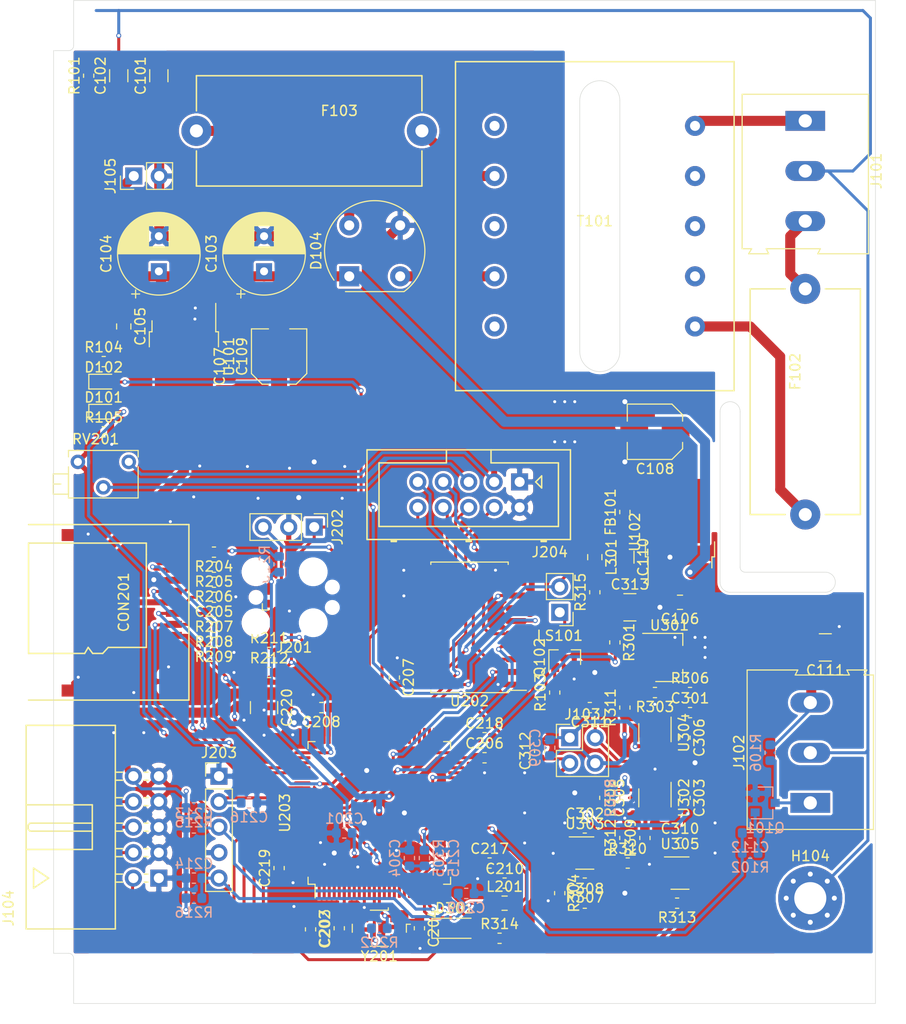
<source format=kicad_pcb>
(kicad_pcb (version 20171130) (host pcbnew 5.1.5)

  (general
    (thickness 1.6)
    (drawings 29)
    (tracks 1006)
    (zones 0)
    (modules 110)
    (nets 134)
  )

  (page A4)
  (layers
    (0 F.Cu signal)
    (31 B.Cu signal)
    (32 B.Adhes user)
    (33 F.Adhes user)
    (34 B.Paste user)
    (35 F.Paste user)
    (36 B.SilkS user)
    (37 F.SilkS user)
    (38 B.Mask user)
    (39 F.Mask user)
    (40 Dwgs.User user)
    (41 Cmts.User user)
    (42 Eco1.User user)
    (43 Eco2.User user)
    (44 Edge.Cuts user)
    (45 Margin user)
    (46 B.CrtYd user)
    (47 F.CrtYd user)
    (48 B.Fab user hide)
    (49 F.Fab user hide)
  )

  (setup
    (last_trace_width 0.3)
    (user_trace_width 0.3)
    (user_trace_width 0.4)
    (user_trace_width 0.6)
    (user_trace_width 1)
    (user_trace_width 2)
    (trace_clearance 0.2)
    (zone_clearance 0.25)
    (zone_45_only no)
    (trace_min 0.2)
    (via_size 0.5)
    (via_drill 0.3)
    (via_min_size 0.4)
    (via_min_drill 0.3)
    (user_via 0.9 0.5)
    (uvia_size 0.3)
    (uvia_drill 0.1)
    (uvias_allowed no)
    (uvia_min_size 0.2)
    (uvia_min_drill 0.1)
    (edge_width 0.05)
    (segment_width 0.2)
    (pcb_text_width 0.3)
    (pcb_text_size 1.5 1.5)
    (mod_edge_width 0.12)
    (mod_text_size 1 1)
    (mod_text_width 0.15)
    (pad_size 0.7874 0.7874)
    (pad_drill 0)
    (pad_to_mask_clearance 0.051)
    (solder_mask_min_width 0.25)
    (aux_axis_origin 13 13)
    (grid_origin 13 13)
    (visible_elements FFFFFF7F)
    (pcbplotparams
      (layerselection 0x010fc_ffffffff)
      (usegerberextensions false)
      (usegerberattributes false)
      (usegerberadvancedattributes false)
      (creategerberjobfile false)
      (excludeedgelayer true)
      (linewidth 0.100000)
      (plotframeref false)
      (viasonmask false)
      (mode 1)
      (useauxorigin false)
      (hpglpennumber 1)
      (hpglpenspeed 20)
      (hpglpendiameter 15.000000)
      (psnegative false)
      (psa4output false)
      (plotreference true)
      (plotvalue true)
      (plotinvisibletext false)
      (padsonsilk false)
      (subtractmaskfromsilk false)
      (outputformat 1)
      (mirror false)
      (drillshape 1)
      (scaleselection 1)
      (outputdirectory ""))
  )

  (net 0 "")
  (net 1 Earth)
  (net 2 GND)
  (net 3 +8V)
  (net 4 +3V3)
  (net 5 "Net-(C108-Pad1)")
  (net 6 +5V)
  (net 7 "Net-(C112-Pad2)")
  (net 8 /Controller/OUT0)
  (net 9 "Net-(C203-Pad1)")
  (net 10 "Net-(C204-Pad1)")
  (net 11 "Net-(C206-Pad1)")
  (net 12 "Net-(C208-Pad1)")
  (net 13 "Net-(C209-Pad1)")
  (net 14 /Controller/ENC1)
  (net 15 /Controller/ENC2)
  (net 16 /Controller/VREF)
  (net 17 /Controller/SW1)
  (net 18 "Net-(C301-Pad1)")
  (net 19 +5VA)
  (net 20 "Net-(C305-Pad1)")
  (net 21 "Net-(C305-Pad2)")
  (net 22 "Net-(C308-Pad1)")
  (net 23 /Frontend/FORCE+)
  (net 24 /Frontend/FORCE-)
  (net 25 /Frontend/SENS+)
  (net 26 /Frontend/SENS-)
  (net 27 /Controller/SDIO_D1)
  (net 28 /Controller/SDIO_D0)
  (net 29 /Controller/SDIO_CLK)
  (net 30 /Controller/SDIO_CMD)
  (net 31 /Controller/SDIO_D3)
  (net 32 /Controller/SDIO_D2)
  (net 33 /Controller/OUT3)
  (net 34 "Net-(D101-Pad1)")
  (net 35 "Net-(D102-Pad1)")
  (net 36 /Controller/OUT2)
  (net 37 "Net-(D104-Pad4)")
  (net 38 "Net-(D104-Pad2)")
  (net 39 /Controller/TEMP_IN)
  (net 40 /L_Trafo)
  (net 41 /L_IN)
  (net 42 "Net-(F103-Pad2)")
  (net 43 /N_IN)
  (net 44 "Net-(J102-Pad1)")
  (net 45 /DIGIO3)
  (net 46 /DIGIO2)
  (net 47 /DIGIO1)
  (net 48 /DIGIO0)
  (net 49 /Controller/SWDIO)
  (net 50 /Controller/SWCLK)
  (net 51 "Net-(J201-Pad5)")
  (net 52 "Net-(J201-Pad6)")
  (net 53 /Controller/PC_RX)
  (net 54 "Net-(J201-Pad8)")
  (net 55 /Controller/PC_TX)
  (net 56 /Controller/~RST)
  (net 57 "Net-(L301-Pad2)")
  (net 58 "Net-(LS101-Pad1)")
  (net 59 "Net-(Q102-Pad1)")
  (net 60 /Controller/OUT1)
  (net 61 "Net-(R301-Pad2)")
  (net 62 "Net-(R309-Pad1)")
  (net 63 "Net-(R310-Pad2)")
  (net 64 "Net-(R313-Pad1)")
  (net 65 /Controller/LCD_VO)
  (net 66 "Net-(U202-Pad2)")
  (net 67 "Net-(U202-Pad4)")
  (net 68 "Net-(U202-Pad6)")
  (net 69 "Net-(U202-Pad7)")
  (net 70 "Net-(U202-Pad8)")
  (net 71 "Net-(U202-Pad9)")
  (net 72 "Net-(U202-Pad15)")
  (net 73 "Net-(U202-Pad17)")
  (net 74 "Net-(U203-Pad1)")
  (net 75 "Net-(U203-Pad2)")
  (net 76 "Net-(U203-Pad3)")
  (net 77 "Net-(U203-Pad4)")
  (net 78 "Net-(U203-Pad5)")
  (net 79 "Net-(U203-Pad7)")
  (net 80 "Net-(U203-Pad8)")
  (net 81 "Net-(U203-Pad9)")
  (net 82 "Net-(U203-Pad15)")
  (net 83 "Net-(U203-Pad16)")
  (net 84 "Net-(U203-Pad17)")
  (net 85 "Net-(U203-Pad18)")
  (net 86 "Net-(U203-Pad26)")
  (net 87 "Net-(U203-Pad29)")
  (net 88 "Net-(U203-Pad30)")
  (net 89 "Net-(U203-Pad31)")
  (net 90 "Net-(U203-Pad32)")
  (net 91 "Net-(U203-Pad33)")
  (net 92 "Net-(U203-Pad38)")
  (net 93 "Net-(U203-Pad39)")
  (net 94 "Net-(U203-Pad40)")
  (net 95 "Net-(U203-Pad41)")
  (net 96 "Net-(U203-Pad42)")
  (net 97 "Net-(U203-Pad43)")
  (net 98 "Net-(U203-Pad44)")
  (net 99 "Net-(U203-Pad45)")
  (net 100 "Net-(U203-Pad46)")
  (net 101 "Net-(U203-Pad47)")
  (net 102 "Net-(U203-Pad48)")
  (net 103 "Net-(U203-Pad51)")
  (net 104 "Net-(U203-Pad52)")
  (net 105 "Net-(U203-Pad53)")
  (net 106 "Net-(U203-Pad54)")
  (net 107 "Net-(U203-Pad59)")
  (net 108 "Net-(U203-Pad60)")
  (net 109 "Net-(U203-Pad61)")
  (net 110 "Net-(U203-Pad62)")
  (net 111 "Net-(U203-Pad63)")
  (net 112 "Net-(U203-Pad64)")
  (net 113 "Net-(U203-Pad67)")
  (net 114 "Net-(U203-Pad70)")
  (net 115 "Net-(U203-Pad71)")
  (net 116 "Net-(U203-Pad77)")
  (net 117 "Net-(U203-Pad81)")
  (net 118 "Net-(U203-Pad82)")
  (net 119 "Net-(U203-Pad84)")
  (net 120 "Net-(U203-Pad86)")
  (net 121 "Net-(U203-Pad95)")
  (net 122 "Net-(U203-Pad96)")
  (net 123 "Net-(U203-Pad97)")
  (net 124 "Net-(U203-Pad98)")
  (net 125 /Controller/LCD_RS)
  (net 126 /Controller/LCD_EN)
  (net 127 /Controller/LCD_D3)
  (net 128 /Controller/LCD_D0)
  (net 129 /Controller/LCD_D2)
  (net 130 /Controller/LCD_D1)
  (net 131 "Net-(C308-Pad2)")
  (net 132 "Net-(U203-Pad34)")
  (net 133 "Net-(CON201-Pad9)")

  (net_class Default "This is the default net class."
    (clearance 0.2)
    (trace_width 0.25)
    (via_dia 0.5)
    (via_drill 0.3)
    (uvia_dia 0.3)
    (uvia_drill 0.1)
    (add_net +3V3)
    (add_net +5V)
    (add_net +5VA)
    (add_net +8V)
    (add_net /Controller/ENC1)
    (add_net /Controller/ENC2)
    (add_net /Controller/LCD_D0)
    (add_net /Controller/LCD_D1)
    (add_net /Controller/LCD_D2)
    (add_net /Controller/LCD_D3)
    (add_net /Controller/LCD_EN)
    (add_net /Controller/LCD_RS)
    (add_net /Controller/LCD_VO)
    (add_net /Controller/OUT0)
    (add_net /Controller/OUT1)
    (add_net /Controller/OUT2)
    (add_net /Controller/OUT3)
    (add_net /Controller/PC_RX)
    (add_net /Controller/PC_TX)
    (add_net /Controller/SDIO_CLK)
    (add_net /Controller/SDIO_CMD)
    (add_net /Controller/SDIO_D0)
    (add_net /Controller/SDIO_D1)
    (add_net /Controller/SDIO_D2)
    (add_net /Controller/SDIO_D3)
    (add_net /Controller/SW1)
    (add_net /Controller/SWCLK)
    (add_net /Controller/SWDIO)
    (add_net /Controller/TEMP_IN)
    (add_net /Controller/VREF)
    (add_net /Controller/~RST)
    (add_net /DIGIO0)
    (add_net /DIGIO1)
    (add_net /DIGIO2)
    (add_net /DIGIO3)
    (add_net /Frontend/FORCE+)
    (add_net /Frontend/FORCE-)
    (add_net /Frontend/SENS+)
    (add_net /Frontend/SENS-)
    (add_net /L_IN)
    (add_net /L_Trafo)
    (add_net /N_IN)
    (add_net Earth)
    (add_net GND)
    (add_net "Net-(C108-Pad1)")
    (add_net "Net-(C112-Pad2)")
    (add_net "Net-(C203-Pad1)")
    (add_net "Net-(C204-Pad1)")
    (add_net "Net-(C206-Pad1)")
    (add_net "Net-(C208-Pad1)")
    (add_net "Net-(C209-Pad1)")
    (add_net "Net-(C301-Pad1)")
    (add_net "Net-(C305-Pad1)")
    (add_net "Net-(C305-Pad2)")
    (add_net "Net-(C308-Pad1)")
    (add_net "Net-(C308-Pad2)")
    (add_net "Net-(CON201-Pad9)")
    (add_net "Net-(D101-Pad1)")
    (add_net "Net-(D102-Pad1)")
    (add_net "Net-(D104-Pad2)")
    (add_net "Net-(D104-Pad4)")
    (add_net "Net-(F103-Pad2)")
    (add_net "Net-(J102-Pad1)")
    (add_net "Net-(J201-Pad5)")
    (add_net "Net-(J201-Pad6)")
    (add_net "Net-(J201-Pad8)")
    (add_net "Net-(L301-Pad2)")
    (add_net "Net-(LS101-Pad1)")
    (add_net "Net-(Q102-Pad1)")
    (add_net "Net-(R301-Pad2)")
    (add_net "Net-(R309-Pad1)")
    (add_net "Net-(R310-Pad2)")
    (add_net "Net-(R313-Pad1)")
    (add_net "Net-(U202-Pad15)")
    (add_net "Net-(U202-Pad17)")
    (add_net "Net-(U202-Pad2)")
    (add_net "Net-(U202-Pad4)")
    (add_net "Net-(U202-Pad6)")
    (add_net "Net-(U202-Pad7)")
    (add_net "Net-(U202-Pad8)")
    (add_net "Net-(U202-Pad9)")
    (add_net "Net-(U203-Pad1)")
    (add_net "Net-(U203-Pad15)")
    (add_net "Net-(U203-Pad16)")
    (add_net "Net-(U203-Pad17)")
    (add_net "Net-(U203-Pad18)")
    (add_net "Net-(U203-Pad2)")
    (add_net "Net-(U203-Pad26)")
    (add_net "Net-(U203-Pad29)")
    (add_net "Net-(U203-Pad3)")
    (add_net "Net-(U203-Pad30)")
    (add_net "Net-(U203-Pad31)")
    (add_net "Net-(U203-Pad32)")
    (add_net "Net-(U203-Pad33)")
    (add_net "Net-(U203-Pad34)")
    (add_net "Net-(U203-Pad38)")
    (add_net "Net-(U203-Pad39)")
    (add_net "Net-(U203-Pad4)")
    (add_net "Net-(U203-Pad40)")
    (add_net "Net-(U203-Pad41)")
    (add_net "Net-(U203-Pad42)")
    (add_net "Net-(U203-Pad43)")
    (add_net "Net-(U203-Pad44)")
    (add_net "Net-(U203-Pad45)")
    (add_net "Net-(U203-Pad46)")
    (add_net "Net-(U203-Pad47)")
    (add_net "Net-(U203-Pad48)")
    (add_net "Net-(U203-Pad5)")
    (add_net "Net-(U203-Pad51)")
    (add_net "Net-(U203-Pad52)")
    (add_net "Net-(U203-Pad53)")
    (add_net "Net-(U203-Pad54)")
    (add_net "Net-(U203-Pad59)")
    (add_net "Net-(U203-Pad60)")
    (add_net "Net-(U203-Pad61)")
    (add_net "Net-(U203-Pad62)")
    (add_net "Net-(U203-Pad63)")
    (add_net "Net-(U203-Pad64)")
    (add_net "Net-(U203-Pad67)")
    (add_net "Net-(U203-Pad7)")
    (add_net "Net-(U203-Pad70)")
    (add_net "Net-(U203-Pad71)")
    (add_net "Net-(U203-Pad77)")
    (add_net "Net-(U203-Pad8)")
    (add_net "Net-(U203-Pad81)")
    (add_net "Net-(U203-Pad82)")
    (add_net "Net-(U203-Pad84)")
    (add_net "Net-(U203-Pad86)")
    (add_net "Net-(U203-Pad9)")
    (add_net "Net-(U203-Pad95)")
    (add_net "Net-(U203-Pad96)")
    (add_net "Net-(U203-Pad97)")
    (add_net "Net-(U203-Pad98)")
  )

  (net_class HV ""
    (clearance 2)
    (trace_width 1)
    (via_dia 0.5)
    (via_drill 0.3)
    (uvia_dia 0.3)
    (uvia_drill 0.1)
  )

  (module Capacitor_SMD:C_1206_3216Metric (layer F.Cu) (tedit 5B301BBE) (tstamp 5DEF0E11)
    (at 21.5 20.5 90)
    (descr "Capacitor SMD 1206 (3216 Metric), square (rectangular) end terminal, IPC_7351 nominal, (Body size source: http://www.tortai-tech.com/upload/download/2011102023233369053.pdf), generated with kicad-footprint-generator")
    (tags capacitor)
    (path /5D708E87)
    (attr smd)
    (fp_text reference C101 (at 0 -1.82 90) (layer F.SilkS)
      (effects (font (size 1 1) (thickness 0.15)))
    )
    (fp_text value 100n/1kV (at 0 1.82 90) (layer F.Fab)
      (effects (font (size 1 1) (thickness 0.15)))
    )
    (fp_text user %R (at 0 0 90) (layer F.Fab)
      (effects (font (size 0.8 0.8) (thickness 0.12)))
    )
    (fp_line (start 2.28 1.12) (end -2.28 1.12) (layer F.CrtYd) (width 0.05))
    (fp_line (start 2.28 -1.12) (end 2.28 1.12) (layer F.CrtYd) (width 0.05))
    (fp_line (start -2.28 -1.12) (end 2.28 -1.12) (layer F.CrtYd) (width 0.05))
    (fp_line (start -2.28 1.12) (end -2.28 -1.12) (layer F.CrtYd) (width 0.05))
    (fp_line (start -0.602064 0.91) (end 0.602064 0.91) (layer F.SilkS) (width 0.12))
    (fp_line (start -0.602064 -0.91) (end 0.602064 -0.91) (layer F.SilkS) (width 0.12))
    (fp_line (start 1.6 0.8) (end -1.6 0.8) (layer F.Fab) (width 0.1))
    (fp_line (start 1.6 -0.8) (end 1.6 0.8) (layer F.Fab) (width 0.1))
    (fp_line (start -1.6 -0.8) (end 1.6 -0.8) (layer F.Fab) (width 0.1))
    (fp_line (start -1.6 0.8) (end -1.6 -0.8) (layer F.Fab) (width 0.1))
    (pad 2 smd roundrect (at 1.4 0 90) (size 1.25 1.75) (layers F.Cu F.Paste F.Mask) (roundrect_rratio 0.2)
      (net 1 Earth))
    (pad 1 smd roundrect (at -1.4 0 90) (size 1.25 1.75) (layers F.Cu F.Paste F.Mask) (roundrect_rratio 0.2)
      (net 2 GND))
    (model ${KISYS3DMOD}/Capacitor_SMD.3dshapes/C_1206_3216Metric.wrl
      (at (xyz 0 0 0))
      (scale (xyz 1 1 1))
      (rotate (xyz 0 0 0))
    )
  )

  (module Capacitor_SMD:C_1206_3216Metric (layer F.Cu) (tedit 5B301BBE) (tstamp 5DEF0E22)
    (at 17.5 20.5 90)
    (descr "Capacitor SMD 1206 (3216 Metric), square (rectangular) end terminal, IPC_7351 nominal, (Body size source: http://www.tortai-tech.com/upload/download/2011102023233369053.pdf), generated with kicad-footprint-generator")
    (tags capacitor)
    (path /5D707F91)
    (attr smd)
    (fp_text reference C102 (at 0 -1.82 90) (layer F.SilkS)
      (effects (font (size 1 1) (thickness 0.15)))
    )
    (fp_text value 100n/1kV (at 0 1.82 90) (layer F.Fab)
      (effects (font (size 1 1) (thickness 0.15)))
    )
    (fp_line (start -1.6 0.8) (end -1.6 -0.8) (layer F.Fab) (width 0.1))
    (fp_line (start -1.6 -0.8) (end 1.6 -0.8) (layer F.Fab) (width 0.1))
    (fp_line (start 1.6 -0.8) (end 1.6 0.8) (layer F.Fab) (width 0.1))
    (fp_line (start 1.6 0.8) (end -1.6 0.8) (layer F.Fab) (width 0.1))
    (fp_line (start -0.602064 -0.91) (end 0.602064 -0.91) (layer F.SilkS) (width 0.12))
    (fp_line (start -0.602064 0.91) (end 0.602064 0.91) (layer F.SilkS) (width 0.12))
    (fp_line (start -2.28 1.12) (end -2.28 -1.12) (layer F.CrtYd) (width 0.05))
    (fp_line (start -2.28 -1.12) (end 2.28 -1.12) (layer F.CrtYd) (width 0.05))
    (fp_line (start 2.28 -1.12) (end 2.28 1.12) (layer F.CrtYd) (width 0.05))
    (fp_line (start 2.28 1.12) (end -2.28 1.12) (layer F.CrtYd) (width 0.05))
    (fp_text user %R (at 0 0 90) (layer F.Fab)
      (effects (font (size 0.8 0.8) (thickness 0.12)))
    )
    (pad 1 smd roundrect (at -1.4 0 90) (size 1.25 1.75) (layers F.Cu F.Paste F.Mask) (roundrect_rratio 0.2)
      (net 2 GND))
    (pad 2 smd roundrect (at 1.4 0 90) (size 1.25 1.75) (layers F.Cu F.Paste F.Mask) (roundrect_rratio 0.2)
      (net 1 Earth))
    (model ${KISYS3DMOD}/Capacitor_SMD.3dshapes/C_1206_3216Metric.wrl
      (at (xyz 0 0 0))
      (scale (xyz 1 1 1))
      (rotate (xyz 0 0 0))
    )
  )

  (module Capacitor_THT:CP_Radial_D8.0mm_P3.50mm (layer F.Cu) (tedit 5AE50EF0) (tstamp 5DEF0ECB)
    (at 32 40 90)
    (descr "CP, Radial series, Radial, pin pitch=3.50mm, , diameter=8mm, Electrolytic Capacitor")
    (tags "CP Radial series Radial pin pitch 3.50mm  diameter 8mm Electrolytic Capacitor")
    (path /5D7133CA)
    (fp_text reference C103 (at 1.75 -5.25 90) (layer F.SilkS)
      (effects (font (size 1 1) (thickness 0.15)))
    )
    (fp_text value 470u (at 1.75 5.25 90) (layer F.Fab)
      (effects (font (size 1 1) (thickness 0.15)))
    )
    (fp_text user %R (at 1.75 0 90) (layer F.Fab)
      (effects (font (size 1 1) (thickness 0.15)))
    )
    (fp_line (start -2.259698 -2.715) (end -2.259698 -1.915) (layer F.SilkS) (width 0.12))
    (fp_line (start -2.659698 -2.315) (end -1.859698 -2.315) (layer F.SilkS) (width 0.12))
    (fp_line (start 5.831 -0.533) (end 5.831 0.533) (layer F.SilkS) (width 0.12))
    (fp_line (start 5.791 -0.768) (end 5.791 0.768) (layer F.SilkS) (width 0.12))
    (fp_line (start 5.751 -0.948) (end 5.751 0.948) (layer F.SilkS) (width 0.12))
    (fp_line (start 5.711 -1.098) (end 5.711 1.098) (layer F.SilkS) (width 0.12))
    (fp_line (start 5.671 -1.229) (end 5.671 1.229) (layer F.SilkS) (width 0.12))
    (fp_line (start 5.631 -1.346) (end 5.631 1.346) (layer F.SilkS) (width 0.12))
    (fp_line (start 5.591 -1.453) (end 5.591 1.453) (layer F.SilkS) (width 0.12))
    (fp_line (start 5.551 -1.552) (end 5.551 1.552) (layer F.SilkS) (width 0.12))
    (fp_line (start 5.511 -1.645) (end 5.511 1.645) (layer F.SilkS) (width 0.12))
    (fp_line (start 5.471 -1.731) (end 5.471 1.731) (layer F.SilkS) (width 0.12))
    (fp_line (start 5.431 -1.813) (end 5.431 1.813) (layer F.SilkS) (width 0.12))
    (fp_line (start 5.391 -1.89) (end 5.391 1.89) (layer F.SilkS) (width 0.12))
    (fp_line (start 5.351 -1.964) (end 5.351 1.964) (layer F.SilkS) (width 0.12))
    (fp_line (start 5.311 -2.034) (end 5.311 2.034) (layer F.SilkS) (width 0.12))
    (fp_line (start 5.271 -2.102) (end 5.271 2.102) (layer F.SilkS) (width 0.12))
    (fp_line (start 5.231 -2.166) (end 5.231 2.166) (layer F.SilkS) (width 0.12))
    (fp_line (start 5.191 -2.228) (end 5.191 2.228) (layer F.SilkS) (width 0.12))
    (fp_line (start 5.151 -2.287) (end 5.151 2.287) (layer F.SilkS) (width 0.12))
    (fp_line (start 5.111 -2.345) (end 5.111 2.345) (layer F.SilkS) (width 0.12))
    (fp_line (start 5.071 -2.4) (end 5.071 2.4) (layer F.SilkS) (width 0.12))
    (fp_line (start 5.031 -2.454) (end 5.031 2.454) (layer F.SilkS) (width 0.12))
    (fp_line (start 4.991 -2.505) (end 4.991 2.505) (layer F.SilkS) (width 0.12))
    (fp_line (start 4.951 -2.556) (end 4.951 2.556) (layer F.SilkS) (width 0.12))
    (fp_line (start 4.911 -2.604) (end 4.911 2.604) (layer F.SilkS) (width 0.12))
    (fp_line (start 4.871 -2.651) (end 4.871 2.651) (layer F.SilkS) (width 0.12))
    (fp_line (start 4.831 -2.697) (end 4.831 2.697) (layer F.SilkS) (width 0.12))
    (fp_line (start 4.791 -2.741) (end 4.791 2.741) (layer F.SilkS) (width 0.12))
    (fp_line (start 4.751 -2.784) (end 4.751 2.784) (layer F.SilkS) (width 0.12))
    (fp_line (start 4.711 -2.826) (end 4.711 2.826) (layer F.SilkS) (width 0.12))
    (fp_line (start 4.671 -2.867) (end 4.671 2.867) (layer F.SilkS) (width 0.12))
    (fp_line (start 4.631 -2.907) (end 4.631 2.907) (layer F.SilkS) (width 0.12))
    (fp_line (start 4.591 -2.945) (end 4.591 2.945) (layer F.SilkS) (width 0.12))
    (fp_line (start 4.551 -2.983) (end 4.551 2.983) (layer F.SilkS) (width 0.12))
    (fp_line (start 4.511 1.04) (end 4.511 3.019) (layer F.SilkS) (width 0.12))
    (fp_line (start 4.511 -3.019) (end 4.511 -1.04) (layer F.SilkS) (width 0.12))
    (fp_line (start 4.471 1.04) (end 4.471 3.055) (layer F.SilkS) (width 0.12))
    (fp_line (start 4.471 -3.055) (end 4.471 -1.04) (layer F.SilkS) (width 0.12))
    (fp_line (start 4.431 1.04) (end 4.431 3.09) (layer F.SilkS) (width 0.12))
    (fp_line (start 4.431 -3.09) (end 4.431 -1.04) (layer F.SilkS) (width 0.12))
    (fp_line (start 4.391 1.04) (end 4.391 3.124) (layer F.SilkS) (width 0.12))
    (fp_line (start 4.391 -3.124) (end 4.391 -1.04) (layer F.SilkS) (width 0.12))
    (fp_line (start 4.351 1.04) (end 4.351 3.156) (layer F.SilkS) (width 0.12))
    (fp_line (start 4.351 -3.156) (end 4.351 -1.04) (layer F.SilkS) (width 0.12))
    (fp_line (start 4.311 1.04) (end 4.311 3.189) (layer F.SilkS) (width 0.12))
    (fp_line (start 4.311 -3.189) (end 4.311 -1.04) (layer F.SilkS) (width 0.12))
    (fp_line (start 4.271 1.04) (end 4.271 3.22) (layer F.SilkS) (width 0.12))
    (fp_line (start 4.271 -3.22) (end 4.271 -1.04) (layer F.SilkS) (width 0.12))
    (fp_line (start 4.231 1.04) (end 4.231 3.25) (layer F.SilkS) (width 0.12))
    (fp_line (start 4.231 -3.25) (end 4.231 -1.04) (layer F.SilkS) (width 0.12))
    (fp_line (start 4.191 1.04) (end 4.191 3.28) (layer F.SilkS) (width 0.12))
    (fp_line (start 4.191 -3.28) (end 4.191 -1.04) (layer F.SilkS) (width 0.12))
    (fp_line (start 4.151 1.04) (end 4.151 3.309) (layer F.SilkS) (width 0.12))
    (fp_line (start 4.151 -3.309) (end 4.151 -1.04) (layer F.SilkS) (width 0.12))
    (fp_line (start 4.111 1.04) (end 4.111 3.338) (layer F.SilkS) (width 0.12))
    (fp_line (start 4.111 -3.338) (end 4.111 -1.04) (layer F.SilkS) (width 0.12))
    (fp_line (start 4.071 1.04) (end 4.071 3.365) (layer F.SilkS) (width 0.12))
    (fp_line (start 4.071 -3.365) (end 4.071 -1.04) (layer F.SilkS) (width 0.12))
    (fp_line (start 4.031 1.04) (end 4.031 3.392) (layer F.SilkS) (width 0.12))
    (fp_line (start 4.031 -3.392) (end 4.031 -1.04) (layer F.SilkS) (width 0.12))
    (fp_line (start 3.991 1.04) (end 3.991 3.418) (layer F.SilkS) (width 0.12))
    (fp_line (start 3.991 -3.418) (end 3.991 -1.04) (layer F.SilkS) (width 0.12))
    (fp_line (start 3.951 1.04) (end 3.951 3.444) (layer F.SilkS) (width 0.12))
    (fp_line (start 3.951 -3.444) (end 3.951 -1.04) (layer F.SilkS) (width 0.12))
    (fp_line (start 3.911 1.04) (end 3.911 3.469) (layer F.SilkS) (width 0.12))
    (fp_line (start 3.911 -3.469) (end 3.911 -1.04) (layer F.SilkS) (width 0.12))
    (fp_line (start 3.871 1.04) (end 3.871 3.493) (layer F.SilkS) (width 0.12))
    (fp_line (start 3.871 -3.493) (end 3.871 -1.04) (layer F.SilkS) (width 0.12))
    (fp_line (start 3.831 1.04) (end 3.831 3.517) (layer F.SilkS) (width 0.12))
    (fp_line (start 3.831 -3.517) (end 3.831 -1.04) (layer F.SilkS) (width 0.12))
    (fp_line (start 3.791 1.04) (end 3.791 3.54) (layer F.SilkS) (width 0.12))
    (fp_line (start 3.791 -3.54) (end 3.791 -1.04) (layer F.SilkS) (width 0.12))
    (fp_line (start 3.751 1.04) (end 3.751 3.562) (layer F.SilkS) (width 0.12))
    (fp_line (start 3.751 -3.562) (end 3.751 -1.04) (layer F.SilkS) (width 0.12))
    (fp_line (start 3.711 1.04) (end 3.711 3.584) (layer F.SilkS) (width 0.12))
    (fp_line (start 3.711 -3.584) (end 3.711 -1.04) (layer F.SilkS) (width 0.12))
    (fp_line (start 3.671 1.04) (end 3.671 3.606) (layer F.SilkS) (width 0.12))
    (fp_line (start 3.671 -3.606) (end 3.671 -1.04) (layer F.SilkS) (width 0.12))
    (fp_line (start 3.631 1.04) (end 3.631 3.627) (layer F.SilkS) (width 0.12))
    (fp_line (start 3.631 -3.627) (end 3.631 -1.04) (layer F.SilkS) (width 0.12))
    (fp_line (start 3.591 1.04) (end 3.591 3.647) (layer F.SilkS) (width 0.12))
    (fp_line (start 3.591 -3.647) (end 3.591 -1.04) (layer F.SilkS) (width 0.12))
    (fp_line (start 3.551 1.04) (end 3.551 3.666) (layer F.SilkS) (width 0.12))
    (fp_line (start 3.551 -3.666) (end 3.551 -1.04) (layer F.SilkS) (width 0.12))
    (fp_line (start 3.511 1.04) (end 3.511 3.686) (layer F.SilkS) (width 0.12))
    (fp_line (start 3.511 -3.686) (end 3.511 -1.04) (layer F.SilkS) (width 0.12))
    (fp_line (start 3.471 1.04) (end 3.471 3.704) (layer F.SilkS) (width 0.12))
    (fp_line (start 3.471 -3.704) (end 3.471 -1.04) (layer F.SilkS) (width 0.12))
    (fp_line (start 3.431 1.04) (end 3.431 3.722) (layer F.SilkS) (width 0.12))
    (fp_line (start 3.431 -3.722) (end 3.431 -1.04) (layer F.SilkS) (width 0.12))
    (fp_line (start 3.391 1.04) (end 3.391 3.74) (layer F.SilkS) (width 0.12))
    (fp_line (start 3.391 -3.74) (end 3.391 -1.04) (layer F.SilkS) (width 0.12))
    (fp_line (start 3.351 1.04) (end 3.351 3.757) (layer F.SilkS) (width 0.12))
    (fp_line (start 3.351 -3.757) (end 3.351 -1.04) (layer F.SilkS) (width 0.12))
    (fp_line (start 3.311 1.04) (end 3.311 3.774) (layer F.SilkS) (width 0.12))
    (fp_line (start 3.311 -3.774) (end 3.311 -1.04) (layer F.SilkS) (width 0.12))
    (fp_line (start 3.271 1.04) (end 3.271 3.79) (layer F.SilkS) (width 0.12))
    (fp_line (start 3.271 -3.79) (end 3.271 -1.04) (layer F.SilkS) (width 0.12))
    (fp_line (start 3.231 1.04) (end 3.231 3.805) (layer F.SilkS) (width 0.12))
    (fp_line (start 3.231 -3.805) (end 3.231 -1.04) (layer F.SilkS) (width 0.12))
    (fp_line (start 3.191 1.04) (end 3.191 3.821) (layer F.SilkS) (width 0.12))
    (fp_line (start 3.191 -3.821) (end 3.191 -1.04) (layer F.SilkS) (width 0.12))
    (fp_line (start 3.151 1.04) (end 3.151 3.835) (layer F.SilkS) (width 0.12))
    (fp_line (start 3.151 -3.835) (end 3.151 -1.04) (layer F.SilkS) (width 0.12))
    (fp_line (start 3.111 1.04) (end 3.111 3.85) (layer F.SilkS) (width 0.12))
    (fp_line (start 3.111 -3.85) (end 3.111 -1.04) (layer F.SilkS) (width 0.12))
    (fp_line (start 3.071 1.04) (end 3.071 3.863) (layer F.SilkS) (width 0.12))
    (fp_line (start 3.071 -3.863) (end 3.071 -1.04) (layer F.SilkS) (width 0.12))
    (fp_line (start 3.031 1.04) (end 3.031 3.877) (layer F.SilkS) (width 0.12))
    (fp_line (start 3.031 -3.877) (end 3.031 -1.04) (layer F.SilkS) (width 0.12))
    (fp_line (start 2.991 1.04) (end 2.991 3.889) (layer F.SilkS) (width 0.12))
    (fp_line (start 2.991 -3.889) (end 2.991 -1.04) (layer F.SilkS) (width 0.12))
    (fp_line (start 2.951 1.04) (end 2.951 3.902) (layer F.SilkS) (width 0.12))
    (fp_line (start 2.951 -3.902) (end 2.951 -1.04) (layer F.SilkS) (width 0.12))
    (fp_line (start 2.911 1.04) (end 2.911 3.914) (layer F.SilkS) (width 0.12))
    (fp_line (start 2.911 -3.914) (end 2.911 -1.04) (layer F.SilkS) (width 0.12))
    (fp_line (start 2.871 1.04) (end 2.871 3.925) (layer F.SilkS) (width 0.12))
    (fp_line (start 2.871 -3.925) (end 2.871 -1.04) (layer F.SilkS) (width 0.12))
    (fp_line (start 2.831 1.04) (end 2.831 3.936) (layer F.SilkS) (width 0.12))
    (fp_line (start 2.831 -3.936) (end 2.831 -1.04) (layer F.SilkS) (width 0.12))
    (fp_line (start 2.791 1.04) (end 2.791 3.947) (layer F.SilkS) (width 0.12))
    (fp_line (start 2.791 -3.947) (end 2.791 -1.04) (layer F.SilkS) (width 0.12))
    (fp_line (start 2.751 1.04) (end 2.751 3.957) (layer F.SilkS) (width 0.12))
    (fp_line (start 2.751 -3.957) (end 2.751 -1.04) (layer F.SilkS) (width 0.12))
    (fp_line (start 2.711 1.04) (end 2.711 3.967) (layer F.SilkS) (width 0.12))
    (fp_line (start 2.711 -3.967) (end 2.711 -1.04) (layer F.SilkS) (width 0.12))
    (fp_line (start 2.671 1.04) (end 2.671 3.976) (layer F.SilkS) (width 0.12))
    (fp_line (start 2.671 -3.976) (end 2.671 -1.04) (layer F.SilkS) (width 0.12))
    (fp_line (start 2.631 1.04) (end 2.631 3.985) (layer F.SilkS) (width 0.12))
    (fp_line (start 2.631 -3.985) (end 2.631 -1.04) (layer F.SilkS) (width 0.12))
    (fp_line (start 2.591 1.04) (end 2.591 3.994) (layer F.SilkS) (width 0.12))
    (fp_line (start 2.591 -3.994) (end 2.591 -1.04) (layer F.SilkS) (width 0.12))
    (fp_line (start 2.551 1.04) (end 2.551 4.002) (layer F.SilkS) (width 0.12))
    (fp_line (start 2.551 -4.002) (end 2.551 -1.04) (layer F.SilkS) (width 0.12))
    (fp_line (start 2.511 1.04) (end 2.511 4.01) (layer F.SilkS) (width 0.12))
    (fp_line (start 2.511 -4.01) (end 2.511 -1.04) (layer F.SilkS) (width 0.12))
    (fp_line (start 2.471 1.04) (end 2.471 4.017) (layer F.SilkS) (width 0.12))
    (fp_line (start 2.471 -4.017) (end 2.471 -1.04) (layer F.SilkS) (width 0.12))
    (fp_line (start 2.43 -4.024) (end 2.43 4.024) (layer F.SilkS) (width 0.12))
    (fp_line (start 2.39 -4.03) (end 2.39 4.03) (layer F.SilkS) (width 0.12))
    (fp_line (start 2.35 -4.037) (end 2.35 4.037) (layer F.SilkS) (width 0.12))
    (fp_line (start 2.31 -4.042) (end 2.31 4.042) (layer F.SilkS) (width 0.12))
    (fp_line (start 2.27 -4.048) (end 2.27 4.048) (layer F.SilkS) (width 0.12))
    (fp_line (start 2.23 -4.052) (end 2.23 4.052) (layer F.SilkS) (width 0.12))
    (fp_line (start 2.19 -4.057) (end 2.19 4.057) (layer F.SilkS) (width 0.12))
    (fp_line (start 2.15 -4.061) (end 2.15 4.061) (layer F.SilkS) (width 0.12))
    (fp_line (start 2.11 -4.065) (end 2.11 4.065) (layer F.SilkS) (width 0.12))
    (fp_line (start 2.07 -4.068) (end 2.07 4.068) (layer F.SilkS) (width 0.12))
    (fp_line (start 2.03 -4.071) (end 2.03 4.071) (layer F.SilkS) (width 0.12))
    (fp_line (start 1.99 -4.074) (end 1.99 4.074) (layer F.SilkS) (width 0.12))
    (fp_line (start 1.95 -4.076) (end 1.95 4.076) (layer F.SilkS) (width 0.12))
    (fp_line (start 1.91 -4.077) (end 1.91 4.077) (layer F.SilkS) (width 0.12))
    (fp_line (start 1.87 -4.079) (end 1.87 4.079) (layer F.SilkS) (width 0.12))
    (fp_line (start 1.83 -4.08) (end 1.83 4.08) (layer F.SilkS) (width 0.12))
    (fp_line (start 1.79 -4.08) (end 1.79 4.08) (layer F.SilkS) (width 0.12))
    (fp_line (start 1.75 -4.08) (end 1.75 4.08) (layer F.SilkS) (width 0.12))
    (fp_line (start -1.276759 -2.1475) (end -1.276759 -1.3475) (layer F.Fab) (width 0.1))
    (fp_line (start -1.676759 -1.7475) (end -0.876759 -1.7475) (layer F.Fab) (width 0.1))
    (fp_circle (center 1.75 0) (end 6 0) (layer F.CrtYd) (width 0.05))
    (fp_circle (center 1.75 0) (end 5.87 0) (layer F.SilkS) (width 0.12))
    (fp_circle (center 1.75 0) (end 5.75 0) (layer F.Fab) (width 0.1))
    (pad 2 thru_hole circle (at 3.5 0 90) (size 1.6 1.6) (drill 0.8) (layers *.Cu *.Mask)
      (net 2 GND))
    (pad 1 thru_hole rect (at 0 0 90) (size 1.6 1.6) (drill 0.8) (layers *.Cu *.Mask)
      (net 3 +8V))
    (model ${KISYS3DMOD}/Capacitor_THT.3dshapes/CP_Radial_D8.0mm_P3.50mm.wrl
      (at (xyz 0 0 0))
      (scale (xyz 1 1 1))
      (rotate (xyz 0 0 0))
    )
  )

  (module Capacitor_THT:CP_Radial_D8.0mm_P3.50mm (layer F.Cu) (tedit 5AE50EF0) (tstamp 5DEF0F74)
    (at 21.5 40 90)
    (descr "CP, Radial series, Radial, pin pitch=3.50mm, , diameter=8mm, Electrolytic Capacitor")
    (tags "CP Radial series Radial pin pitch 3.50mm  diameter 8mm Electrolytic Capacitor")
    (path /5D7139D5)
    (fp_text reference C104 (at 1.75 -5.25 90) (layer F.SilkS)
      (effects (font (size 1 1) (thickness 0.15)))
    )
    (fp_text value 470u (at 1.75 5.25 90) (layer F.Fab)
      (effects (font (size 1 1) (thickness 0.15)))
    )
    (fp_circle (center 1.75 0) (end 5.75 0) (layer F.Fab) (width 0.1))
    (fp_circle (center 1.75 0) (end 5.87 0) (layer F.SilkS) (width 0.12))
    (fp_circle (center 1.75 0) (end 6 0) (layer F.CrtYd) (width 0.05))
    (fp_line (start -1.676759 -1.7475) (end -0.876759 -1.7475) (layer F.Fab) (width 0.1))
    (fp_line (start -1.276759 -2.1475) (end -1.276759 -1.3475) (layer F.Fab) (width 0.1))
    (fp_line (start 1.75 -4.08) (end 1.75 4.08) (layer F.SilkS) (width 0.12))
    (fp_line (start 1.79 -4.08) (end 1.79 4.08) (layer F.SilkS) (width 0.12))
    (fp_line (start 1.83 -4.08) (end 1.83 4.08) (layer F.SilkS) (width 0.12))
    (fp_line (start 1.87 -4.079) (end 1.87 4.079) (layer F.SilkS) (width 0.12))
    (fp_line (start 1.91 -4.077) (end 1.91 4.077) (layer F.SilkS) (width 0.12))
    (fp_line (start 1.95 -4.076) (end 1.95 4.076) (layer F.SilkS) (width 0.12))
    (fp_line (start 1.99 -4.074) (end 1.99 4.074) (layer F.SilkS) (width 0.12))
    (fp_line (start 2.03 -4.071) (end 2.03 4.071) (layer F.SilkS) (width 0.12))
    (fp_line (start 2.07 -4.068) (end 2.07 4.068) (layer F.SilkS) (width 0.12))
    (fp_line (start 2.11 -4.065) (end 2.11 4.065) (layer F.SilkS) (width 0.12))
    (fp_line (start 2.15 -4.061) (end 2.15 4.061) (layer F.SilkS) (width 0.12))
    (fp_line (start 2.19 -4.057) (end 2.19 4.057) (layer F.SilkS) (width 0.12))
    (fp_line (start 2.23 -4.052) (end 2.23 4.052) (layer F.SilkS) (width 0.12))
    (fp_line (start 2.27 -4.048) (end 2.27 4.048) (layer F.SilkS) (width 0.12))
    (fp_line (start 2.31 -4.042) (end 2.31 4.042) (layer F.SilkS) (width 0.12))
    (fp_line (start 2.35 -4.037) (end 2.35 4.037) (layer F.SilkS) (width 0.12))
    (fp_line (start 2.39 -4.03) (end 2.39 4.03) (layer F.SilkS) (width 0.12))
    (fp_line (start 2.43 -4.024) (end 2.43 4.024) (layer F.SilkS) (width 0.12))
    (fp_line (start 2.471 -4.017) (end 2.471 -1.04) (layer F.SilkS) (width 0.12))
    (fp_line (start 2.471 1.04) (end 2.471 4.017) (layer F.SilkS) (width 0.12))
    (fp_line (start 2.511 -4.01) (end 2.511 -1.04) (layer F.SilkS) (width 0.12))
    (fp_line (start 2.511 1.04) (end 2.511 4.01) (layer F.SilkS) (width 0.12))
    (fp_line (start 2.551 -4.002) (end 2.551 -1.04) (layer F.SilkS) (width 0.12))
    (fp_line (start 2.551 1.04) (end 2.551 4.002) (layer F.SilkS) (width 0.12))
    (fp_line (start 2.591 -3.994) (end 2.591 -1.04) (layer F.SilkS) (width 0.12))
    (fp_line (start 2.591 1.04) (end 2.591 3.994) (layer F.SilkS) (width 0.12))
    (fp_line (start 2.631 -3.985) (end 2.631 -1.04) (layer F.SilkS) (width 0.12))
    (fp_line (start 2.631 1.04) (end 2.631 3.985) (layer F.SilkS) (width 0.12))
    (fp_line (start 2.671 -3.976) (end 2.671 -1.04) (layer F.SilkS) (width 0.12))
    (fp_line (start 2.671 1.04) (end 2.671 3.976) (layer F.SilkS) (width 0.12))
    (fp_line (start 2.711 -3.967) (end 2.711 -1.04) (layer F.SilkS) (width 0.12))
    (fp_line (start 2.711 1.04) (end 2.711 3.967) (layer F.SilkS) (width 0.12))
    (fp_line (start 2.751 -3.957) (end 2.751 -1.04) (layer F.SilkS) (width 0.12))
    (fp_line (start 2.751 1.04) (end 2.751 3.957) (layer F.SilkS) (width 0.12))
    (fp_line (start 2.791 -3.947) (end 2.791 -1.04) (layer F.SilkS) (width 0.12))
    (fp_line (start 2.791 1.04) (end 2.791 3.947) (layer F.SilkS) (width 0.12))
    (fp_line (start 2.831 -3.936) (end 2.831 -1.04) (layer F.SilkS) (width 0.12))
    (fp_line (start 2.831 1.04) (end 2.831 3.936) (layer F.SilkS) (width 0.12))
    (fp_line (start 2.871 -3.925) (end 2.871 -1.04) (layer F.SilkS) (width 0.12))
    (fp_line (start 2.871 1.04) (end 2.871 3.925) (layer F.SilkS) (width 0.12))
    (fp_line (start 2.911 -3.914) (end 2.911 -1.04) (layer F.SilkS) (width 0.12))
    (fp_line (start 2.911 1.04) (end 2.911 3.914) (layer F.SilkS) (width 0.12))
    (fp_line (start 2.951 -3.902) (end 2.951 -1.04) (layer F.SilkS) (width 0.12))
    (fp_line (start 2.951 1.04) (end 2.951 3.902) (layer F.SilkS) (width 0.12))
    (fp_line (start 2.991 -3.889) (end 2.991 -1.04) (layer F.SilkS) (width 0.12))
    (fp_line (start 2.991 1.04) (end 2.991 3.889) (layer F.SilkS) (width 0.12))
    (fp_line (start 3.031 -3.877) (end 3.031 -1.04) (layer F.SilkS) (width 0.12))
    (fp_line (start 3.031 1.04) (end 3.031 3.877) (layer F.SilkS) (width 0.12))
    (fp_line (start 3.071 -3.863) (end 3.071 -1.04) (layer F.SilkS) (width 0.12))
    (fp_line (start 3.071 1.04) (end 3.071 3.863) (layer F.SilkS) (width 0.12))
    (fp_line (start 3.111 -3.85) (end 3.111 -1.04) (layer F.SilkS) (width 0.12))
    (fp_line (start 3.111 1.04) (end 3.111 3.85) (layer F.SilkS) (width 0.12))
    (fp_line (start 3.151 -3.835) (end 3.151 -1.04) (layer F.SilkS) (width 0.12))
    (fp_line (start 3.151 1.04) (end 3.151 3.835) (layer F.SilkS) (width 0.12))
    (fp_line (start 3.191 -3.821) (end 3.191 -1.04) (layer F.SilkS) (width 0.12))
    (fp_line (start 3.191 1.04) (end 3.191 3.821) (layer F.SilkS) (width 0.12))
    (fp_line (start 3.231 -3.805) (end 3.231 -1.04) (layer F.SilkS) (width 0.12))
    (fp_line (start 3.231 1.04) (end 3.231 3.805) (layer F.SilkS) (width 0.12))
    (fp_line (start 3.271 -3.79) (end 3.271 -1.04) (layer F.SilkS) (width 0.12))
    (fp_line (start 3.271 1.04) (end 3.271 3.79) (layer F.SilkS) (width 0.12))
    (fp_line (start 3.311 -3.774) (end 3.311 -1.04) (layer F.SilkS) (width 0.12))
    (fp_line (start 3.311 1.04) (end 3.311 3.774) (layer F.SilkS) (width 0.12))
    (fp_line (start 3.351 -3.757) (end 3.351 -1.04) (layer F.SilkS) (width 0.12))
    (fp_line (start 3.351 1.04) (end 3.351 3.757) (layer F.SilkS) (width 0.12))
    (fp_line (start 3.391 -3.74) (end 3.391 -1.04) (layer F.SilkS) (width 0.12))
    (fp_line (start 3.391 1.04) (end 3.391 3.74) (layer F.SilkS) (width 0.12))
    (fp_line (start 3.431 -3.722) (end 3.431 -1.04) (layer F.SilkS) (width 0.12))
    (fp_line (start 3.431 1.04) (end 3.431 3.722) (layer F.SilkS) (width 0.12))
    (fp_line (start 3.471 -3.704) (end 3.471 -1.04) (layer F.SilkS) (width 0.12))
    (fp_line (start 3.471 1.04) (end 3.471 3.704) (layer F.SilkS) (width 0.12))
    (fp_line (start 3.511 -3.686) (end 3.511 -1.04) (layer F.SilkS) (width 0.12))
    (fp_line (start 3.511 1.04) (end 3.511 3.686) (layer F.SilkS) (width 0.12))
    (fp_line (start 3.551 -3.666) (end 3.551 -1.04) (layer F.SilkS) (width 0.12))
    (fp_line (start 3.551 1.04) (end 3.551 3.666) (layer F.SilkS) (width 0.12))
    (fp_line (start 3.591 -3.647) (end 3.591 -1.04) (layer F.SilkS) (width 0.12))
    (fp_line (start 3.591 1.04) (end 3.591 3.647) (layer F.SilkS) (width 0.12))
    (fp_line (start 3.631 -3.627) (end 3.631 -1.04) (layer F.SilkS) (width 0.12))
    (fp_line (start 3.631 1.04) (end 3.631 3.627) (layer F.SilkS) (width 0.12))
    (fp_line (start 3.671 -3.606) (end 3.671 -1.04) (layer F.SilkS) (width 0.12))
    (fp_line (start 3.671 1.04) (end 3.671 3.606) (layer F.SilkS) (width 0.12))
    (fp_line (start 3.711 -3.584) (end 3.711 -1.04) (layer F.SilkS) (width 0.12))
    (fp_line (start 3.711 1.04) (end 3.711 3.584) (layer F.SilkS) (width 0.12))
    (fp_line (start 3.751 -3.562) (end 3.751 -1.04) (layer F.SilkS) (width 0.12))
    (fp_line (start 3.751 1.04) (end 3.751 3.562) (layer F.SilkS) (width 0.12))
    (fp_line (start 3.791 -3.54) (end 3.791 -1.04) (layer F.SilkS) (width 0.12))
    (fp_line (start 3.791 1.04) (end 3.791 3.54) (layer F.SilkS) (width 0.12))
    (fp_line (start 3.831 -3.517) (end 3.831 -1.04) (layer F.SilkS) (width 0.12))
    (fp_line (start 3.831 1.04) (end 3.831 3.517) (layer F.SilkS) (width 0.12))
    (fp_line (start 3.871 -3.493) (end 3.871 -1.04) (layer F.SilkS) (width 0.12))
    (fp_line (start 3.871 1.04) (end 3.871 3.493) (layer F.SilkS) (width 0.12))
    (fp_line (start 3.911 -3.469) (end 3.911 -1.04) (layer F.SilkS) (width 0.12))
    (fp_line (start 3.911 1.04) (end 3.911 3.469) (layer F.SilkS) (width 0.12))
    (fp_line (start 3.951 -3.444) (end 3.951 -1.04) (layer F.SilkS) (width 0.12))
    (fp_line (start 3.951 1.04) (end 3.951 3.444) (layer F.SilkS) (width 0.12))
    (fp_line (start 3.991 -3.418) (end 3.991 -1.04) (layer F.SilkS) (width 0.12))
    (fp_line (start 3.991 1.04) (end 3.991 3.418) (layer F.SilkS) (width 0.12))
    (fp_line (start 4.031 -3.392) (end 4.031 -1.04) (layer F.SilkS) (width 0.12))
    (fp_line (start 4.031 1.04) (end 4.031 3.392) (layer F.SilkS) (width 0.12))
    (fp_line (start 4.071 -3.365) (end 4.071 -1.04) (layer F.SilkS) (width 0.12))
    (fp_line (start 4.071 1.04) (end 4.071 3.365) (layer F.SilkS) (width 0.12))
    (fp_line (start 4.111 -3.338) (end 4.111 -1.04) (layer F.SilkS) (width 0.12))
    (fp_line (start 4.111 1.04) (end 4.111 3.338) (layer F.SilkS) (width 0.12))
    (fp_line (start 4.151 -3.309) (end 4.151 -1.04) (layer F.SilkS) (width 0.12))
    (fp_line (start 4.151 1.04) (end 4.151 3.309) (layer F.SilkS) (width 0.12))
    (fp_line (start 4.191 -3.28) (end 4.191 -1.04) (layer F.SilkS) (width 0.12))
    (fp_line (start 4.191 1.04) (end 4.191 3.28) (layer F.SilkS) (width 0.12))
    (fp_line (start 4.231 -3.25) (end 4.231 -1.04) (layer F.SilkS) (width 0.12))
    (fp_line (start 4.231 1.04) (end 4.231 3.25) (layer F.SilkS) (width 0.12))
    (fp_line (start 4.271 -3.22) (end 4.271 -1.04) (layer F.SilkS) (width 0.12))
    (fp_line (start 4.271 1.04) (end 4.271 3.22) (layer F.SilkS) (width 0.12))
    (fp_line (start 4.311 -3.189) (end 4.311 -1.04) (layer F.SilkS) (width 0.12))
    (fp_line (start 4.311 1.04) (end 4.311 3.189) (layer F.SilkS) (width 0.12))
    (fp_line (start 4.351 -3.156) (end 4.351 -1.04) (layer F.SilkS) (width 0.12))
    (fp_line (start 4.351 1.04) (end 4.351 3.156) (layer F.SilkS) (width 0.12))
    (fp_line (start 4.391 -3.124) (end 4.391 -1.04) (layer F.SilkS) (width 0.12))
    (fp_line (start 4.391 1.04) (end 4.391 3.124) (layer F.SilkS) (width 0.12))
    (fp_line (start 4.431 -3.09) (end 4.431 -1.04) (layer F.SilkS) (width 0.12))
    (fp_line (start 4.431 1.04) (end 4.431 3.09) (layer F.SilkS) (width 0.12))
    (fp_line (start 4.471 -3.055) (end 4.471 -1.04) (layer F.SilkS) (width 0.12))
    (fp_line (start 4.471 1.04) (end 4.471 3.055) (layer F.SilkS) (width 0.12))
    (fp_line (start 4.511 -3.019) (end 4.511 -1.04) (layer F.SilkS) (width 0.12))
    (fp_line (start 4.511 1.04) (end 4.511 3.019) (layer F.SilkS) (width 0.12))
    (fp_line (start 4.551 -2.983) (end 4.551 2.983) (layer F.SilkS) (width 0.12))
    (fp_line (start 4.591 -2.945) (end 4.591 2.945) (layer F.SilkS) (width 0.12))
    (fp_line (start 4.631 -2.907) (end 4.631 2.907) (layer F.SilkS) (width 0.12))
    (fp_line (start 4.671 -2.867) (end 4.671 2.867) (layer F.SilkS) (width 0.12))
    (fp_line (start 4.711 -2.826) (end 4.711 2.826) (layer F.SilkS) (width 0.12))
    (fp_line (start 4.751 -2.784) (end 4.751 2.784) (layer F.SilkS) (width 0.12))
    (fp_line (start 4.791 -2.741) (end 4.791 2.741) (layer F.SilkS) (width 0.12))
    (fp_line (start 4.831 -2.697) (end 4.831 2.697) (layer F.SilkS) (width 0.12))
    (fp_line (start 4.871 -2.651) (end 4.871 2.651) (layer F.SilkS) (width 0.12))
    (fp_line (start 4.911 -2.604) (end 4.911 2.604) (layer F.SilkS) (width 0.12))
    (fp_line (start 4.951 -2.556) (end 4.951 2.556) (layer F.SilkS) (width 0.12))
    (fp_line (start 4.991 -2.505) (end 4.991 2.505) (layer F.SilkS) (width 0.12))
    (fp_line (start 5.031 -2.454) (end 5.031 2.454) (layer F.SilkS) (width 0.12))
    (fp_line (start 5.071 -2.4) (end 5.071 2.4) (layer F.SilkS) (width 0.12))
    (fp_line (start 5.111 -2.345) (end 5.111 2.345) (layer F.SilkS) (width 0.12))
    (fp_line (start 5.151 -2.287) (end 5.151 2.287) (layer F.SilkS) (width 0.12))
    (fp_line (start 5.191 -2.228) (end 5.191 2.228) (layer F.SilkS) (width 0.12))
    (fp_line (start 5.231 -2.166) (end 5.231 2.166) (layer F.SilkS) (width 0.12))
    (fp_line (start 5.271 -2.102) (end 5.271 2.102) (layer F.SilkS) (width 0.12))
    (fp_line (start 5.311 -2.034) (end 5.311 2.034) (layer F.SilkS) (width 0.12))
    (fp_line (start 5.351 -1.964) (end 5.351 1.964) (layer F.SilkS) (width 0.12))
    (fp_line (start 5.391 -1.89) (end 5.391 1.89) (layer F.SilkS) (width 0.12))
    (fp_line (start 5.431 -1.813) (end 5.431 1.813) (layer F.SilkS) (width 0.12))
    (fp_line (start 5.471 -1.731) (end 5.471 1.731) (layer F.SilkS) (width 0.12))
    (fp_line (start 5.511 -1.645) (end 5.511 1.645) (layer F.SilkS) (width 0.12))
    (fp_line (start 5.551 -1.552) (end 5.551 1.552) (layer F.SilkS) (width 0.12))
    (fp_line (start 5.591 -1.453) (end 5.591 1.453) (layer F.SilkS) (width 0.12))
    (fp_line (start 5.631 -1.346) (end 5.631 1.346) (layer F.SilkS) (width 0.12))
    (fp_line (start 5.671 -1.229) (end 5.671 1.229) (layer F.SilkS) (width 0.12))
    (fp_line (start 5.711 -1.098) (end 5.711 1.098) (layer F.SilkS) (width 0.12))
    (fp_line (start 5.751 -0.948) (end 5.751 0.948) (layer F.SilkS) (width 0.12))
    (fp_line (start 5.791 -0.768) (end 5.791 0.768) (layer F.SilkS) (width 0.12))
    (fp_line (start 5.831 -0.533) (end 5.831 0.533) (layer F.SilkS) (width 0.12))
    (fp_line (start -2.659698 -2.315) (end -1.859698 -2.315) (layer F.SilkS) (width 0.12))
    (fp_line (start -2.259698 -2.715) (end -2.259698 -1.915) (layer F.SilkS) (width 0.12))
    (fp_text user %R (at 1.75 0 90) (layer F.Fab)
      (effects (font (size 1 1) (thickness 0.15)))
    )
    (pad 1 thru_hole rect (at 0 0 90) (size 1.6 1.6) (drill 0.8) (layers *.Cu *.Mask)
      (net 3 +8V))
    (pad 2 thru_hole circle (at 3.5 0 90) (size 1.6 1.6) (drill 0.8) (layers *.Cu *.Mask)
      (net 2 GND))
    (model ${KISYS3DMOD}/Capacitor_THT.3dshapes/CP_Radial_D8.0mm_P3.50mm.wrl
      (at (xyz 0 0 0))
      (scale (xyz 1 1 1))
      (rotate (xyz 0 0 0))
    )
  )

  (module Capacitor_SMD:C_0805_2012Metric (layer F.Cu) (tedit 5B36C52B) (tstamp 5DEF0F85)
    (at 18 45.5 270)
    (descr "Capacitor SMD 0805 (2012 Metric), square (rectangular) end terminal, IPC_7351 nominal, (Body size source: https://docs.google.com/spreadsheets/d/1BsfQQcO9C6DZCsRaXUlFlo91Tg2WpOkGARC1WS5S8t0/edit?usp=sharing), generated with kicad-footprint-generator")
    (tags capacitor)
    (path /5D71F258)
    (attr smd)
    (fp_text reference C105 (at 0 -1.65 90) (layer F.SilkS)
      (effects (font (size 1 1) (thickness 0.15)))
    )
    (fp_text value 100n (at 0 1.65 90) (layer F.Fab)
      (effects (font (size 1 1) (thickness 0.15)))
    )
    (fp_line (start -1 0.6) (end -1 -0.6) (layer F.Fab) (width 0.1))
    (fp_line (start -1 -0.6) (end 1 -0.6) (layer F.Fab) (width 0.1))
    (fp_line (start 1 -0.6) (end 1 0.6) (layer F.Fab) (width 0.1))
    (fp_line (start 1 0.6) (end -1 0.6) (layer F.Fab) (width 0.1))
    (fp_line (start -0.258578 -0.71) (end 0.258578 -0.71) (layer F.SilkS) (width 0.12))
    (fp_line (start -0.258578 0.71) (end 0.258578 0.71) (layer F.SilkS) (width 0.12))
    (fp_line (start -1.68 0.95) (end -1.68 -0.95) (layer F.CrtYd) (width 0.05))
    (fp_line (start -1.68 -0.95) (end 1.68 -0.95) (layer F.CrtYd) (width 0.05))
    (fp_line (start 1.68 -0.95) (end 1.68 0.95) (layer F.CrtYd) (width 0.05))
    (fp_line (start 1.68 0.95) (end -1.68 0.95) (layer F.CrtYd) (width 0.05))
    (fp_text user %R (at 0 0 90) (layer F.Fab)
      (effects (font (size 0.5 0.5) (thickness 0.08)))
    )
    (pad 1 smd roundrect (at -0.9375 0 270) (size 0.975 1.4) (layers F.Cu F.Paste F.Mask) (roundrect_rratio 0.25)
      (net 3 +8V))
    (pad 2 smd roundrect (at 0.9375 0 270) (size 0.975 1.4) (layers F.Cu F.Paste F.Mask) (roundrect_rratio 0.25)
      (net 2 GND))
    (model ${KISYS3DMOD}/Capacitor_SMD.3dshapes/C_0805_2012Metric.wrl
      (at (xyz 0 0 0))
      (scale (xyz 1 1 1))
      (rotate (xyz 0 0 0))
    )
  )

  (module Capacitor_SMD:C_0805_2012Metric (layer F.Cu) (tedit 5B36C52B) (tstamp 5DEF0F96)
    (at 73.5 73 180)
    (descr "Capacitor SMD 0805 (2012 Metric), square (rectangular) end terminal, IPC_7351 nominal, (Body size source: https://docs.google.com/spreadsheets/d/1BsfQQcO9C6DZCsRaXUlFlo91Tg2WpOkGARC1WS5S8t0/edit?usp=sharing), generated with kicad-footprint-generator")
    (tags capacitor)
    (path /5D992429)
    (attr smd)
    (fp_text reference C106 (at 0 -1.65) (layer F.SilkS)
      (effects (font (size 1 1) (thickness 0.15)))
    )
    (fp_text value 100n (at 0 1.65) (layer F.Fab)
      (effects (font (size 1 1) (thickness 0.15)))
    )
    (fp_text user %R (at 0 0) (layer F.Fab)
      (effects (font (size 0.5 0.5) (thickness 0.08)))
    )
    (fp_line (start 1.68 0.95) (end -1.68 0.95) (layer F.CrtYd) (width 0.05))
    (fp_line (start 1.68 -0.95) (end 1.68 0.95) (layer F.CrtYd) (width 0.05))
    (fp_line (start -1.68 -0.95) (end 1.68 -0.95) (layer F.CrtYd) (width 0.05))
    (fp_line (start -1.68 0.95) (end -1.68 -0.95) (layer F.CrtYd) (width 0.05))
    (fp_line (start -0.258578 0.71) (end 0.258578 0.71) (layer F.SilkS) (width 0.12))
    (fp_line (start -0.258578 -0.71) (end 0.258578 -0.71) (layer F.SilkS) (width 0.12))
    (fp_line (start 1 0.6) (end -1 0.6) (layer F.Fab) (width 0.1))
    (fp_line (start 1 -0.6) (end 1 0.6) (layer F.Fab) (width 0.1))
    (fp_line (start -1 -0.6) (end 1 -0.6) (layer F.Fab) (width 0.1))
    (fp_line (start -1 0.6) (end -1 -0.6) (layer F.Fab) (width 0.1))
    (pad 2 smd roundrect (at 0.9375 0 180) (size 0.975 1.4) (layers F.Cu F.Paste F.Mask) (roundrect_rratio 0.25)
      (net 2 GND))
    (pad 1 smd roundrect (at -0.9375 0 180) (size 0.975 1.4) (layers F.Cu F.Paste F.Mask) (roundrect_rratio 0.25)
      (net 3 +8V))
    (model ${KISYS3DMOD}/Capacitor_SMD.3dshapes/C_0805_2012Metric.wrl
      (at (xyz 0 0 0))
      (scale (xyz 1 1 1))
      (rotate (xyz 0 0 0))
    )
  )

  (module Capacitor_SMD:C_0603_1608Metric (layer F.Cu) (tedit 5B301BBE) (tstamp 5DEF0FA7)
    (at 29 49.5 90)
    (descr "Capacitor SMD 0603 (1608 Metric), square (rectangular) end terminal, IPC_7351 nominal, (Body size source: http://www.tortai-tech.com/upload/download/2011102023233369053.pdf), generated with kicad-footprint-generator")
    (tags capacitor)
    (path /5D722F9B)
    (attr smd)
    (fp_text reference C107 (at 0 -1.43 90) (layer F.SilkS)
      (effects (font (size 1 1) (thickness 0.15)))
    )
    (fp_text value 100n (at 0 1.43 90) (layer F.Fab)
      (effects (font (size 1 1) (thickness 0.15)))
    )
    (fp_line (start -0.8 0.4) (end -0.8 -0.4) (layer F.Fab) (width 0.1))
    (fp_line (start -0.8 -0.4) (end 0.8 -0.4) (layer F.Fab) (width 0.1))
    (fp_line (start 0.8 -0.4) (end 0.8 0.4) (layer F.Fab) (width 0.1))
    (fp_line (start 0.8 0.4) (end -0.8 0.4) (layer F.Fab) (width 0.1))
    (fp_line (start -0.162779 -0.51) (end 0.162779 -0.51) (layer F.SilkS) (width 0.12))
    (fp_line (start -0.162779 0.51) (end 0.162779 0.51) (layer F.SilkS) (width 0.12))
    (fp_line (start -1.48 0.73) (end -1.48 -0.73) (layer F.CrtYd) (width 0.05))
    (fp_line (start -1.48 -0.73) (end 1.48 -0.73) (layer F.CrtYd) (width 0.05))
    (fp_line (start 1.48 -0.73) (end 1.48 0.73) (layer F.CrtYd) (width 0.05))
    (fp_line (start 1.48 0.73) (end -1.48 0.73) (layer F.CrtYd) (width 0.05))
    (fp_text user %R (at 0 0 90) (layer F.Fab)
      (effects (font (size 0.4 0.4) (thickness 0.06)))
    )
    (pad 1 smd roundrect (at -0.7875 0 90) (size 0.875 0.95) (layers F.Cu F.Paste F.Mask) (roundrect_rratio 0.25)
      (net 4 +3V3))
    (pad 2 smd roundrect (at 0.7875 0 90) (size 0.875 0.95) (layers F.Cu F.Paste F.Mask) (roundrect_rratio 0.25)
      (net 2 GND))
    (model ${KISYS3DMOD}/Capacitor_SMD.3dshapes/C_0603_1608Metric.wrl
      (at (xyz 0 0 0))
      (scale (xyz 1 1 1))
      (rotate (xyz 0 0 0))
    )
  )

  (module Capacitor_SMD:C_Elec_5x5.4 (layer F.Cu) (tedit 5BC8D926) (tstamp 5DEF0FCB)
    (at 71 56 180)
    (descr "SMD capacitor, aluminum electrolytic nonpolar, 5.0x5.4mm")
    (tags "capacitor electrolyic nonpolar")
    (path /5D9883BA)
    (attr smd)
    (fp_text reference C108 (at 0 -3.7) (layer F.SilkS)
      (effects (font (size 1 1) (thickness 0.15)))
    )
    (fp_text value 10u (at 0 3.7) (layer F.Fab)
      (effects (font (size 1 1) (thickness 0.15)))
    )
    (fp_text user %R (at 0 0) (layer F.Fab)
      (effects (font (size 1 1) (thickness 0.15)))
    )
    (fp_line (start -3.7 1.05) (end -2.9 1.05) (layer F.CrtYd) (width 0.05))
    (fp_line (start -3.7 -1.05) (end -3.7 1.05) (layer F.CrtYd) (width 0.05))
    (fp_line (start -2.9 -1.05) (end -3.7 -1.05) (layer F.CrtYd) (width 0.05))
    (fp_line (start -2.9 1.05) (end -2.9 1.75) (layer F.CrtYd) (width 0.05))
    (fp_line (start -2.9 -1.75) (end -2.9 -1.05) (layer F.CrtYd) (width 0.05))
    (fp_line (start -2.9 -1.75) (end -1.75 -2.9) (layer F.CrtYd) (width 0.05))
    (fp_line (start -2.9 1.75) (end -1.75 2.9) (layer F.CrtYd) (width 0.05))
    (fp_line (start -1.75 -2.9) (end 2.9 -2.9) (layer F.CrtYd) (width 0.05))
    (fp_line (start -1.75 2.9) (end 2.9 2.9) (layer F.CrtYd) (width 0.05))
    (fp_line (start 2.9 1.05) (end 2.9 2.9) (layer F.CrtYd) (width 0.05))
    (fp_line (start 3.7 1.05) (end 2.9 1.05) (layer F.CrtYd) (width 0.05))
    (fp_line (start 3.7 -1.05) (end 3.7 1.05) (layer F.CrtYd) (width 0.05))
    (fp_line (start 2.9 -1.05) (end 3.7 -1.05) (layer F.CrtYd) (width 0.05))
    (fp_line (start 2.9 -2.9) (end 2.9 -1.05) (layer F.CrtYd) (width 0.05))
    (fp_line (start -2.76 1.695563) (end -1.695563 2.76) (layer F.SilkS) (width 0.12))
    (fp_line (start -2.76 -1.695563) (end -1.695563 -2.76) (layer F.SilkS) (width 0.12))
    (fp_line (start -2.76 -1.695563) (end -2.76 -1.06) (layer F.SilkS) (width 0.12))
    (fp_line (start -2.76 1.695563) (end -2.76 1.06) (layer F.SilkS) (width 0.12))
    (fp_line (start -1.695563 2.76) (end 2.76 2.76) (layer F.SilkS) (width 0.12))
    (fp_line (start -1.695563 -2.76) (end 2.76 -2.76) (layer F.SilkS) (width 0.12))
    (fp_line (start 2.76 -2.76) (end 2.76 -1.06) (layer F.SilkS) (width 0.12))
    (fp_line (start 2.76 2.76) (end 2.76 1.06) (layer F.SilkS) (width 0.12))
    (fp_line (start -2.65 1.65) (end -1.65 2.65) (layer F.Fab) (width 0.1))
    (fp_line (start -2.65 -1.65) (end -1.65 -2.65) (layer F.Fab) (width 0.1))
    (fp_line (start -2.65 -1.65) (end -2.65 1.65) (layer F.Fab) (width 0.1))
    (fp_line (start -1.65 2.65) (end 2.65 2.65) (layer F.Fab) (width 0.1))
    (fp_line (start -1.65 -2.65) (end 2.65 -2.65) (layer F.Fab) (width 0.1))
    (fp_line (start 2.65 -2.65) (end 2.65 2.65) (layer F.Fab) (width 0.1))
    (fp_circle (center 0 0) (end 2.5 0) (layer F.Fab) (width 0.1))
    (pad 2 smd roundrect (at 2.0625 0 180) (size 2.775 1.6) (layers F.Cu F.Paste F.Mask) (roundrect_rratio 0.15625)
      (net 2 GND))
    (pad 1 smd roundrect (at -2.0625 0 180) (size 2.775 1.6) (layers F.Cu F.Paste F.Mask) (roundrect_rratio 0.15625)
      (net 5 "Net-(C108-Pad1)"))
    (model ${KISYS3DMOD}/Capacitor_SMD.3dshapes/C_Elec_5x5.4.wrl
      (at (xyz 0 0 0))
      (scale (xyz 1 1 1))
      (rotate (xyz 0 0 0))
    )
  )

  (module Capacitor_SMD:C_Elec_5x5.4 (layer F.Cu) (tedit 5BC8D926) (tstamp 5DEF0FEF)
    (at 33.5 48.5 90)
    (descr "SMD capacitor, aluminum electrolytic nonpolar, 5.0x5.4mm")
    (tags "capacitor electrolyic nonpolar")
    (path /5D7289BD)
    (attr smd)
    (fp_text reference C109 (at 0 -3.7 90) (layer F.SilkS)
      (effects (font (size 1 1) (thickness 0.15)))
    )
    (fp_text value 10u (at 0 3.7 90) (layer F.Fab)
      (effects (font (size 1 1) (thickness 0.15)))
    )
    (fp_circle (center 0 0) (end 2.5 0) (layer F.Fab) (width 0.1))
    (fp_line (start 2.65 -2.65) (end 2.65 2.65) (layer F.Fab) (width 0.1))
    (fp_line (start -1.65 -2.65) (end 2.65 -2.65) (layer F.Fab) (width 0.1))
    (fp_line (start -1.65 2.65) (end 2.65 2.65) (layer F.Fab) (width 0.1))
    (fp_line (start -2.65 -1.65) (end -2.65 1.65) (layer F.Fab) (width 0.1))
    (fp_line (start -2.65 -1.65) (end -1.65 -2.65) (layer F.Fab) (width 0.1))
    (fp_line (start -2.65 1.65) (end -1.65 2.65) (layer F.Fab) (width 0.1))
    (fp_line (start 2.76 2.76) (end 2.76 1.06) (layer F.SilkS) (width 0.12))
    (fp_line (start 2.76 -2.76) (end 2.76 -1.06) (layer F.SilkS) (width 0.12))
    (fp_line (start -1.695563 -2.76) (end 2.76 -2.76) (layer F.SilkS) (width 0.12))
    (fp_line (start -1.695563 2.76) (end 2.76 2.76) (layer F.SilkS) (width 0.12))
    (fp_line (start -2.76 1.695563) (end -2.76 1.06) (layer F.SilkS) (width 0.12))
    (fp_line (start -2.76 -1.695563) (end -2.76 -1.06) (layer F.SilkS) (width 0.12))
    (fp_line (start -2.76 -1.695563) (end -1.695563 -2.76) (layer F.SilkS) (width 0.12))
    (fp_line (start -2.76 1.695563) (end -1.695563 2.76) (layer F.SilkS) (width 0.12))
    (fp_line (start 2.9 -2.9) (end 2.9 -1.05) (layer F.CrtYd) (width 0.05))
    (fp_line (start 2.9 -1.05) (end 3.7 -1.05) (layer F.CrtYd) (width 0.05))
    (fp_line (start 3.7 -1.05) (end 3.7 1.05) (layer F.CrtYd) (width 0.05))
    (fp_line (start 3.7 1.05) (end 2.9 1.05) (layer F.CrtYd) (width 0.05))
    (fp_line (start 2.9 1.05) (end 2.9 2.9) (layer F.CrtYd) (width 0.05))
    (fp_line (start -1.75 2.9) (end 2.9 2.9) (layer F.CrtYd) (width 0.05))
    (fp_line (start -1.75 -2.9) (end 2.9 -2.9) (layer F.CrtYd) (width 0.05))
    (fp_line (start -2.9 1.75) (end -1.75 2.9) (layer F.CrtYd) (width 0.05))
    (fp_line (start -2.9 -1.75) (end -1.75 -2.9) (layer F.CrtYd) (width 0.05))
    (fp_line (start -2.9 -1.75) (end -2.9 -1.05) (layer F.CrtYd) (width 0.05))
    (fp_line (start -2.9 1.05) (end -2.9 1.75) (layer F.CrtYd) (width 0.05))
    (fp_line (start -2.9 -1.05) (end -3.7 -1.05) (layer F.CrtYd) (width 0.05))
    (fp_line (start -3.7 -1.05) (end -3.7 1.05) (layer F.CrtYd) (width 0.05))
    (fp_line (start -3.7 1.05) (end -2.9 1.05) (layer F.CrtYd) (width 0.05))
    (fp_text user %R (at 0 0 90) (layer F.Fab)
      (effects (font (size 1 1) (thickness 0.15)))
    )
    (pad 1 smd roundrect (at -2.0625 0 90) (size 2.775 1.6) (layers F.Cu F.Paste F.Mask) (roundrect_rratio 0.15625)
      (net 4 +3V3))
    (pad 2 smd roundrect (at 2.0625 0 90) (size 2.775 1.6) (layers F.Cu F.Paste F.Mask) (roundrect_rratio 0.15625)
      (net 2 GND))
    (model ${KISYS3DMOD}/Capacitor_SMD.3dshapes/C_Elec_5x5.4.wrl
      (at (xyz 0 0 0))
      (scale (xyz 1 1 1))
      (rotate (xyz 0 0 0))
    )
  )

  (module Capacitor_SMD:C_1206_3216Metric (layer F.Cu) (tedit 5B301BBE) (tstamp 5DEF1000)
    (at 68 68.5 270)
    (descr "Capacitor SMD 1206 (3216 Metric), square (rectangular) end terminal, IPC_7351 nominal, (Body size source: http://www.tortai-tech.com/upload/download/2011102023233369053.pdf), generated with kicad-footprint-generator")
    (tags capacitor)
    (path /5D99DEEA)
    (attr smd)
    (fp_text reference C110 (at 0 -1.82 90) (layer F.SilkS)
      (effects (font (size 1 1) (thickness 0.15)))
    )
    (fp_text value 1u (at 0 1.82 90) (layer F.Fab)
      (effects (font (size 1 1) (thickness 0.15)))
    )
    (fp_line (start -1.6 0.8) (end -1.6 -0.8) (layer F.Fab) (width 0.1))
    (fp_line (start -1.6 -0.8) (end 1.6 -0.8) (layer F.Fab) (width 0.1))
    (fp_line (start 1.6 -0.8) (end 1.6 0.8) (layer F.Fab) (width 0.1))
    (fp_line (start 1.6 0.8) (end -1.6 0.8) (layer F.Fab) (width 0.1))
    (fp_line (start -0.602064 -0.91) (end 0.602064 -0.91) (layer F.SilkS) (width 0.12))
    (fp_line (start -0.602064 0.91) (end 0.602064 0.91) (layer F.SilkS) (width 0.12))
    (fp_line (start -2.28 1.12) (end -2.28 -1.12) (layer F.CrtYd) (width 0.05))
    (fp_line (start -2.28 -1.12) (end 2.28 -1.12) (layer F.CrtYd) (width 0.05))
    (fp_line (start 2.28 -1.12) (end 2.28 1.12) (layer F.CrtYd) (width 0.05))
    (fp_line (start 2.28 1.12) (end -2.28 1.12) (layer F.CrtYd) (width 0.05))
    (fp_text user %R (at 0 0 90) (layer F.Fab)
      (effects (font (size 0.8 0.8) (thickness 0.12)))
    )
    (pad 1 smd roundrect (at -1.4 0 270) (size 1.25 1.75) (layers F.Cu F.Paste F.Mask) (roundrect_rratio 0.2)
      (net 6 +5V))
    (pad 2 smd roundrect (at 1.4 0 270) (size 1.25 1.75) (layers F.Cu F.Paste F.Mask) (roundrect_rratio 0.2)
      (net 2 GND))
    (model ${KISYS3DMOD}/Capacitor_SMD.3dshapes/C_1206_3216Metric.wrl
      (at (xyz 0 0 0))
      (scale (xyz 1 1 1))
      (rotate (xyz 0 0 0))
    )
  )

  (module Capacitor_SMD:C_1210_3225Metric (layer F.Cu) (tedit 5B301BBE) (tstamp 5DEF1011)
    (at 88 77.5 180)
    (descr "Capacitor SMD 1210 (3225 Metric), square (rectangular) end terminal, IPC_7351 nominal, (Body size source: http://www.tortai-tech.com/upload/download/2011102023233369053.pdf), generated with kicad-footprint-generator")
    (tags capacitor)
    (path /5D8DCE92)
    (attr smd)
    (fp_text reference C111 (at 0 -2.28) (layer F.SilkS)
      (effects (font (size 1 1) (thickness 0.15)))
    )
    (fp_text value 10u (at 0 2.28) (layer F.Fab)
      (effects (font (size 1 1) (thickness 0.15)))
    )
    (fp_text user %R (at 0 0) (layer F.Fab)
      (effects (font (size 0.8 0.8) (thickness 0.12)))
    )
    (fp_line (start 2.28 1.58) (end -2.28 1.58) (layer F.CrtYd) (width 0.05))
    (fp_line (start 2.28 -1.58) (end 2.28 1.58) (layer F.CrtYd) (width 0.05))
    (fp_line (start -2.28 -1.58) (end 2.28 -1.58) (layer F.CrtYd) (width 0.05))
    (fp_line (start -2.28 1.58) (end -2.28 -1.58) (layer F.CrtYd) (width 0.05))
    (fp_line (start -0.602064 1.36) (end 0.602064 1.36) (layer F.SilkS) (width 0.12))
    (fp_line (start -0.602064 -1.36) (end 0.602064 -1.36) (layer F.SilkS) (width 0.12))
    (fp_line (start 1.6 1.25) (end -1.6 1.25) (layer F.Fab) (width 0.1))
    (fp_line (start 1.6 -1.25) (end 1.6 1.25) (layer F.Fab) (width 0.1))
    (fp_line (start -1.6 -1.25) (end 1.6 -1.25) (layer F.Fab) (width 0.1))
    (fp_line (start -1.6 1.25) (end -1.6 -1.25) (layer F.Fab) (width 0.1))
    (pad 2 smd roundrect (at 1.4 0 180) (size 1.25 2.65) (layers F.Cu F.Paste F.Mask) (roundrect_rratio 0.2)
      (net 3 +8V))
    (pad 1 smd roundrect (at -1.4 0 180) (size 1.25 2.65) (layers F.Cu F.Paste F.Mask) (roundrect_rratio 0.2)
      (net 2 GND))
    (model ${KISYS3DMOD}/Capacitor_SMD.3dshapes/C_1210_3225Metric.wrl
      (at (xyz 0 0 0))
      (scale (xyz 1 1 1))
      (rotate (xyz 0 0 0))
    )
  )

  (module Capacitor_SMD:C_0603_1608Metric (layer B.Cu) (tedit 5B301BBE) (tstamp 5E01D917)
    (at 80.5 96)
    (descr "Capacitor SMD 0603 (1608 Metric), square (rectangular) end terminal, IPC_7351 nominal, (Body size source: http://www.tortai-tech.com/upload/download/2011102023233369053.pdf), generated with kicad-footprint-generator")
    (tags capacitor)
    (path /5DF4E0DE)
    (attr smd)
    (fp_text reference C112 (at 0 1.43) (layer B.SilkS)
      (effects (font (size 1 1) (thickness 0.15)) (justify mirror))
    )
    (fp_text value 22n (at 0 -1.43) (layer B.Fab)
      (effects (font (size 1 1) (thickness 0.15)) (justify mirror))
    )
    (fp_text user %R (at 0 0) (layer B.Fab)
      (effects (font (size 0.4 0.4) (thickness 0.06)) (justify mirror))
    )
    (fp_line (start 1.48 -0.73) (end -1.48 -0.73) (layer B.CrtYd) (width 0.05))
    (fp_line (start 1.48 0.73) (end 1.48 -0.73) (layer B.CrtYd) (width 0.05))
    (fp_line (start -1.48 0.73) (end 1.48 0.73) (layer B.CrtYd) (width 0.05))
    (fp_line (start -1.48 -0.73) (end -1.48 0.73) (layer B.CrtYd) (width 0.05))
    (fp_line (start -0.162779 -0.51) (end 0.162779 -0.51) (layer B.SilkS) (width 0.12))
    (fp_line (start -0.162779 0.51) (end 0.162779 0.51) (layer B.SilkS) (width 0.12))
    (fp_line (start 0.8 -0.4) (end -0.8 -0.4) (layer B.Fab) (width 0.1))
    (fp_line (start 0.8 0.4) (end 0.8 -0.4) (layer B.Fab) (width 0.1))
    (fp_line (start -0.8 0.4) (end 0.8 0.4) (layer B.Fab) (width 0.1))
    (fp_line (start -0.8 -0.4) (end -0.8 0.4) (layer B.Fab) (width 0.1))
    (pad 2 smd roundrect (at 0.7875 0) (size 0.875 0.95) (layers B.Cu B.Paste B.Mask) (roundrect_rratio 0.25)
      (net 7 "Net-(C112-Pad2)"))
    (pad 1 smd roundrect (at -0.7875 0) (size 0.875 0.95) (layers B.Cu B.Paste B.Mask) (roundrect_rratio 0.25)
      (net 8 /Controller/OUT0))
    (model ${KISYS3DMOD}/Capacitor_SMD.3dshapes/C_0603_1608Metric.wrl
      (at (xyz 0 0 0))
      (scale (xyz 1 1 1))
      (rotate (xyz 0 0 0))
    )
  )

  (module Capacitor_SMD:C_0603_1608Metric (layer F.Cu) (tedit 5B301BBE) (tstamp 5DEF1033)
    (at 36.64 105.61 270)
    (descr "Capacitor SMD 0603 (1608 Metric), square (rectangular) end terminal, IPC_7351 nominal, (Body size source: http://www.tortai-tech.com/upload/download/2011102023233369053.pdf), generated with kicad-footprint-generator")
    (tags capacitor)
    (path /5D77EC9D/5D793BDA)
    (attr smd)
    (fp_text reference C202 (at 0 -1.43 90) (layer F.SilkS)
      (effects (font (size 1 1) (thickness 0.15)))
    )
    (fp_text value 100n (at 0 1.43 90) (layer F.Fab)
      (effects (font (size 1 1) (thickness 0.15)))
    )
    (fp_line (start -0.8 0.4) (end -0.8 -0.4) (layer F.Fab) (width 0.1))
    (fp_line (start -0.8 -0.4) (end 0.8 -0.4) (layer F.Fab) (width 0.1))
    (fp_line (start 0.8 -0.4) (end 0.8 0.4) (layer F.Fab) (width 0.1))
    (fp_line (start 0.8 0.4) (end -0.8 0.4) (layer F.Fab) (width 0.1))
    (fp_line (start -0.162779 -0.51) (end 0.162779 -0.51) (layer F.SilkS) (width 0.12))
    (fp_line (start -0.162779 0.51) (end 0.162779 0.51) (layer F.SilkS) (width 0.12))
    (fp_line (start -1.48 0.73) (end -1.48 -0.73) (layer F.CrtYd) (width 0.05))
    (fp_line (start -1.48 -0.73) (end 1.48 -0.73) (layer F.CrtYd) (width 0.05))
    (fp_line (start 1.48 -0.73) (end 1.48 0.73) (layer F.CrtYd) (width 0.05))
    (fp_line (start 1.48 0.73) (end -1.48 0.73) (layer F.CrtYd) (width 0.05))
    (fp_text user %R (at 0 0 90) (layer F.Fab)
      (effects (font (size 0.4 0.4) (thickness 0.06)))
    )
    (pad 1 smd roundrect (at -0.7875 0 270) (size 0.875 0.95) (layers F.Cu F.Paste F.Mask) (roundrect_rratio 0.25)
      (net 4 +3V3))
    (pad 2 smd roundrect (at 0.7875 0 270) (size 0.875 0.95) (layers F.Cu F.Paste F.Mask) (roundrect_rratio 0.25)
      (net 2 GND))
    (model ${KISYS3DMOD}/Capacitor_SMD.3dshapes/C_0603_1608Metric.wrl
      (at (xyz 0 0 0))
      (scale (xyz 1 1 1))
      (rotate (xyz 0 0 0))
    )
  )

  (module Capacitor_SMD:C_0603_1608Metric (layer F.Cu) (tedit 5B301BBE) (tstamp 5DEF1044)
    (at 39.5 105.5 90)
    (descr "Capacitor SMD 0603 (1608 Metric), square (rectangular) end terminal, IPC_7351 nominal, (Body size source: http://www.tortai-tech.com/upload/download/2011102023233369053.pdf), generated with kicad-footprint-generator")
    (tags capacitor)
    (path /5D77EC9D/5D8447D5)
    (attr smd)
    (fp_text reference C203 (at 0 -1.43 90) (layer F.SilkS)
      (effects (font (size 1 1) (thickness 0.15)))
    )
    (fp_text value 12p (at 0 1.43 90) (layer F.Fab)
      (effects (font (size 1 1) (thickness 0.15)))
    )
    (fp_line (start -0.8 0.4) (end -0.8 -0.4) (layer F.Fab) (width 0.1))
    (fp_line (start -0.8 -0.4) (end 0.8 -0.4) (layer F.Fab) (width 0.1))
    (fp_line (start 0.8 -0.4) (end 0.8 0.4) (layer F.Fab) (width 0.1))
    (fp_line (start 0.8 0.4) (end -0.8 0.4) (layer F.Fab) (width 0.1))
    (fp_line (start -0.162779 -0.51) (end 0.162779 -0.51) (layer F.SilkS) (width 0.12))
    (fp_line (start -0.162779 0.51) (end 0.162779 0.51) (layer F.SilkS) (width 0.12))
    (fp_line (start -1.48 0.73) (end -1.48 -0.73) (layer F.CrtYd) (width 0.05))
    (fp_line (start -1.48 -0.73) (end 1.48 -0.73) (layer F.CrtYd) (width 0.05))
    (fp_line (start 1.48 -0.73) (end 1.48 0.73) (layer F.CrtYd) (width 0.05))
    (fp_line (start 1.48 0.73) (end -1.48 0.73) (layer F.CrtYd) (width 0.05))
    (fp_text user %R (at 0 0 90) (layer F.Fab)
      (effects (font (size 0.4 0.4) (thickness 0.06)))
    )
    (pad 1 smd roundrect (at -0.7875 0 90) (size 0.875 0.95) (layers F.Cu F.Paste F.Mask) (roundrect_rratio 0.25)
      (net 9 "Net-(C203-Pad1)"))
    (pad 2 smd roundrect (at 0.7875 0 90) (size 0.875 0.95) (layers F.Cu F.Paste F.Mask) (roundrect_rratio 0.25)
      (net 2 GND))
    (model ${KISYS3DMOD}/Capacitor_SMD.3dshapes/C_0603_1608Metric.wrl
      (at (xyz 0 0 0))
      (scale (xyz 1 1 1))
      (rotate (xyz 0 0 0))
    )
  )

  (module Capacitor_SMD:C_0603_1608Metric (layer F.Cu) (tedit 5B301BBE) (tstamp 5DEF1055)
    (at 47.5 105.5 270)
    (descr "Capacitor SMD 0603 (1608 Metric), square (rectangular) end terminal, IPC_7351 nominal, (Body size source: http://www.tortai-tech.com/upload/download/2011102023233369053.pdf), generated with kicad-footprint-generator")
    (tags capacitor)
    (path /5D77EC9D/5D841383)
    (attr smd)
    (fp_text reference C204 (at 0 -1.43 270) (layer F.SilkS)
      (effects (font (size 1 1) (thickness 0.15)))
    )
    (fp_text value 12p (at 0 1.43 270) (layer F.Fab)
      (effects (font (size 1 1) (thickness 0.15)))
    )
    (fp_text user %R (at 0 0 270) (layer F.Fab)
      (effects (font (size 0.4 0.4) (thickness 0.06)))
    )
    (fp_line (start 1.48 0.73) (end -1.48 0.73) (layer F.CrtYd) (width 0.05))
    (fp_line (start 1.48 -0.73) (end 1.48 0.73) (layer F.CrtYd) (width 0.05))
    (fp_line (start -1.48 -0.73) (end 1.48 -0.73) (layer F.CrtYd) (width 0.05))
    (fp_line (start -1.48 0.73) (end -1.48 -0.73) (layer F.CrtYd) (width 0.05))
    (fp_line (start -0.162779 0.51) (end 0.162779 0.51) (layer F.SilkS) (width 0.12))
    (fp_line (start -0.162779 -0.51) (end 0.162779 -0.51) (layer F.SilkS) (width 0.12))
    (fp_line (start 0.8 0.4) (end -0.8 0.4) (layer F.Fab) (width 0.1))
    (fp_line (start 0.8 -0.4) (end 0.8 0.4) (layer F.Fab) (width 0.1))
    (fp_line (start -0.8 -0.4) (end 0.8 -0.4) (layer F.Fab) (width 0.1))
    (fp_line (start -0.8 0.4) (end -0.8 -0.4) (layer F.Fab) (width 0.1))
    (pad 2 smd roundrect (at 0.7875 0 270) (size 0.875 0.95) (layers F.Cu F.Paste F.Mask) (roundrect_rratio 0.25)
      (net 2 GND))
    (pad 1 smd roundrect (at -0.7875 0 270) (size 0.875 0.95) (layers F.Cu F.Paste F.Mask) (roundrect_rratio 0.25)
      (net 10 "Net-(C204-Pad1)"))
    (model ${KISYS3DMOD}/Capacitor_SMD.3dshapes/C_0603_1608Metric.wrl
      (at (xyz 0 0 0))
      (scale (xyz 1 1 1))
      (rotate (xyz 0 0 0))
    )
  )

  (module Capacitor_SMD:C_0603_1608Metric (layer F.Cu) (tedit 5B301BBE) (tstamp 5DEF1066)
    (at 27 72.5 180)
    (descr "Capacitor SMD 0603 (1608 Metric), square (rectangular) end terminal, IPC_7351 nominal, (Body size source: http://www.tortai-tech.com/upload/download/2011102023233369053.pdf), generated with kicad-footprint-generator")
    (tags capacitor)
    (path /5D77EC9D/5DC2C880)
    (attr smd)
    (fp_text reference C205 (at 0 -1.43) (layer F.SilkS)
      (effects (font (size 1 1) (thickness 0.15)))
    )
    (fp_text value 100n (at 0 1.43) (layer F.Fab)
      (effects (font (size 1 1) (thickness 0.15)))
    )
    (fp_line (start -0.8 0.4) (end -0.8 -0.4) (layer F.Fab) (width 0.1))
    (fp_line (start -0.8 -0.4) (end 0.8 -0.4) (layer F.Fab) (width 0.1))
    (fp_line (start 0.8 -0.4) (end 0.8 0.4) (layer F.Fab) (width 0.1))
    (fp_line (start 0.8 0.4) (end -0.8 0.4) (layer F.Fab) (width 0.1))
    (fp_line (start -0.162779 -0.51) (end 0.162779 -0.51) (layer F.SilkS) (width 0.12))
    (fp_line (start -0.162779 0.51) (end 0.162779 0.51) (layer F.SilkS) (width 0.12))
    (fp_line (start -1.48 0.73) (end -1.48 -0.73) (layer F.CrtYd) (width 0.05))
    (fp_line (start -1.48 -0.73) (end 1.48 -0.73) (layer F.CrtYd) (width 0.05))
    (fp_line (start 1.48 -0.73) (end 1.48 0.73) (layer F.CrtYd) (width 0.05))
    (fp_line (start 1.48 0.73) (end -1.48 0.73) (layer F.CrtYd) (width 0.05))
    (fp_text user %R (at 0 0) (layer F.Fab)
      (effects (font (size 0.4 0.4) (thickness 0.06)))
    )
    (pad 1 smd roundrect (at -0.7875 0 180) (size 0.875 0.95) (layers F.Cu F.Paste F.Mask) (roundrect_rratio 0.25)
      (net 2 GND))
    (pad 2 smd roundrect (at 0.7875 0 180) (size 0.875 0.95) (layers F.Cu F.Paste F.Mask) (roundrect_rratio 0.25)
      (net 4 +3V3))
    (model ${KISYS3DMOD}/Capacitor_SMD.3dshapes/C_0603_1608Metric.wrl
      (at (xyz 0 0 0))
      (scale (xyz 1 1 1))
      (rotate (xyz 0 0 0))
    )
  )

  (module Capacitor_SMD:C_0603_1608Metric (layer F.Cu) (tedit 5B301BBE) (tstamp 5DEF1077)
    (at 54 88.5)
    (descr "Capacitor SMD 0603 (1608 Metric), square (rectangular) end terminal, IPC_7351 nominal, (Body size source: http://www.tortai-tech.com/upload/download/2011102023233369053.pdf), generated with kicad-footprint-generator")
    (tags capacitor)
    (path /5D77EC9D/5D7A7211)
    (attr smd)
    (fp_text reference C206 (at 0 -1.43) (layer F.SilkS)
      (effects (font (size 1 1) (thickness 0.15)))
    )
    (fp_text value 2u2 (at 0 1.43) (layer F.Fab)
      (effects (font (size 1 1) (thickness 0.15)))
    )
    (fp_text user %R (at 0 0) (layer F.Fab)
      (effects (font (size 0.4 0.4) (thickness 0.06)))
    )
    (fp_line (start 1.48 0.73) (end -1.48 0.73) (layer F.CrtYd) (width 0.05))
    (fp_line (start 1.48 -0.73) (end 1.48 0.73) (layer F.CrtYd) (width 0.05))
    (fp_line (start -1.48 -0.73) (end 1.48 -0.73) (layer F.CrtYd) (width 0.05))
    (fp_line (start -1.48 0.73) (end -1.48 -0.73) (layer F.CrtYd) (width 0.05))
    (fp_line (start -0.162779 0.51) (end 0.162779 0.51) (layer F.SilkS) (width 0.12))
    (fp_line (start -0.162779 -0.51) (end 0.162779 -0.51) (layer F.SilkS) (width 0.12))
    (fp_line (start 0.8 0.4) (end -0.8 0.4) (layer F.Fab) (width 0.1))
    (fp_line (start 0.8 -0.4) (end 0.8 0.4) (layer F.Fab) (width 0.1))
    (fp_line (start -0.8 -0.4) (end 0.8 -0.4) (layer F.Fab) (width 0.1))
    (fp_line (start -0.8 0.4) (end -0.8 -0.4) (layer F.Fab) (width 0.1))
    (pad 2 smd roundrect (at 0.7875 0) (size 0.875 0.95) (layers F.Cu F.Paste F.Mask) (roundrect_rratio 0.25)
      (net 2 GND))
    (pad 1 smd roundrect (at -0.7875 0) (size 0.875 0.95) (layers F.Cu F.Paste F.Mask) (roundrect_rratio 0.25)
      (net 11 "Net-(C206-Pad1)"))
    (model ${KISYS3DMOD}/Capacitor_SMD.3dshapes/C_0603_1608Metric.wrl
      (at (xyz 0 0 0))
      (scale (xyz 1 1 1))
      (rotate (xyz 0 0 0))
    )
  )

  (module Capacitor_SMD:C_0603_1608Metric (layer F.Cu) (tedit 5B301BBE) (tstamp 5DEF1088)
    (at 45 80.5 270)
    (descr "Capacitor SMD 0603 (1608 Metric), square (rectangular) end terminal, IPC_7351 nominal, (Body size source: http://www.tortai-tech.com/upload/download/2011102023233369053.pdf), generated with kicad-footprint-generator")
    (tags capacitor)
    (path /5D77EC9D/5D9BD104)
    (attr smd)
    (fp_text reference C207 (at 0 -1.43 90) (layer F.SilkS)
      (effects (font (size 1 1) (thickness 0.15)))
    )
    (fp_text value 100n (at 0 1.43 90) (layer F.Fab)
      (effects (font (size 1 1) (thickness 0.15)))
    )
    (fp_text user %R (at 0 0 90) (layer F.Fab)
      (effects (font (size 0.4 0.4) (thickness 0.06)))
    )
    (fp_line (start 1.48 0.73) (end -1.48 0.73) (layer F.CrtYd) (width 0.05))
    (fp_line (start 1.48 -0.73) (end 1.48 0.73) (layer F.CrtYd) (width 0.05))
    (fp_line (start -1.48 -0.73) (end 1.48 -0.73) (layer F.CrtYd) (width 0.05))
    (fp_line (start -1.48 0.73) (end -1.48 -0.73) (layer F.CrtYd) (width 0.05))
    (fp_line (start -0.162779 0.51) (end 0.162779 0.51) (layer F.SilkS) (width 0.12))
    (fp_line (start -0.162779 -0.51) (end 0.162779 -0.51) (layer F.SilkS) (width 0.12))
    (fp_line (start 0.8 0.4) (end -0.8 0.4) (layer F.Fab) (width 0.1))
    (fp_line (start 0.8 -0.4) (end 0.8 0.4) (layer F.Fab) (width 0.1))
    (fp_line (start -0.8 -0.4) (end 0.8 -0.4) (layer F.Fab) (width 0.1))
    (fp_line (start -0.8 0.4) (end -0.8 -0.4) (layer F.Fab) (width 0.1))
    (pad 2 smd roundrect (at 0.7875 0 270) (size 0.875 0.95) (layers F.Cu F.Paste F.Mask) (roundrect_rratio 0.25)
      (net 6 +5V))
    (pad 1 smd roundrect (at -0.7875 0 270) (size 0.875 0.95) (layers F.Cu F.Paste F.Mask) (roundrect_rratio 0.25)
      (net 2 GND))
    (model ${KISYS3DMOD}/Capacitor_SMD.3dshapes/C_0603_1608Metric.wrl
      (at (xyz 0 0 0))
      (scale (xyz 1 1 1))
      (rotate (xyz 0 0 0))
    )
  )

  (module Capacitor_SMD:C_0603_1608Metric (layer F.Cu) (tedit 5B301BBE) (tstamp 5DEF1099)
    (at 37.7125 83.5 180)
    (descr "Capacitor SMD 0603 (1608 Metric), square (rectangular) end terminal, IPC_7351 nominal, (Body size source: http://www.tortai-tech.com/upload/download/2011102023233369053.pdf), generated with kicad-footprint-generator")
    (tags capacitor)
    (path /5D77EC9D/5D7A8470)
    (attr smd)
    (fp_text reference C208 (at 0 -1.43) (layer F.SilkS)
      (effects (font (size 1 1) (thickness 0.15)))
    )
    (fp_text value 2u2 (at 0 1.43) (layer F.Fab)
      (effects (font (size 1 1) (thickness 0.15)))
    )
    (fp_line (start -0.8 0.4) (end -0.8 -0.4) (layer F.Fab) (width 0.1))
    (fp_line (start -0.8 -0.4) (end 0.8 -0.4) (layer F.Fab) (width 0.1))
    (fp_line (start 0.8 -0.4) (end 0.8 0.4) (layer F.Fab) (width 0.1))
    (fp_line (start 0.8 0.4) (end -0.8 0.4) (layer F.Fab) (width 0.1))
    (fp_line (start -0.162779 -0.51) (end 0.162779 -0.51) (layer F.SilkS) (width 0.12))
    (fp_line (start -0.162779 0.51) (end 0.162779 0.51) (layer F.SilkS) (width 0.12))
    (fp_line (start -1.48 0.73) (end -1.48 -0.73) (layer F.CrtYd) (width 0.05))
    (fp_line (start -1.48 -0.73) (end 1.48 -0.73) (layer F.CrtYd) (width 0.05))
    (fp_line (start 1.48 -0.73) (end 1.48 0.73) (layer F.CrtYd) (width 0.05))
    (fp_line (start 1.48 0.73) (end -1.48 0.73) (layer F.CrtYd) (width 0.05))
    (fp_text user %R (at 0 0) (layer F.Fab)
      (effects (font (size 0.4 0.4) (thickness 0.06)))
    )
    (pad 1 smd roundrect (at -0.7875 0 180) (size 0.875 0.95) (layers F.Cu F.Paste F.Mask) (roundrect_rratio 0.25)
      (net 12 "Net-(C208-Pad1)"))
    (pad 2 smd roundrect (at 0.7875 0 180) (size 0.875 0.95) (layers F.Cu F.Paste F.Mask) (roundrect_rratio 0.25)
      (net 2 GND))
    (model ${KISYS3DMOD}/Capacitor_SMD.3dshapes/C_0603_1608Metric.wrl
      (at (xyz 0 0 0))
      (scale (xyz 1 1 1))
      (rotate (xyz 0 0 0))
    )
  )

  (module Capacitor_SMD:C_0603_1608Metric (layer B.Cu) (tedit 5B301BBE) (tstamp 5DEF10AA)
    (at 52.17 102.03)
    (descr "Capacitor SMD 0603 (1608 Metric), square (rectangular) end terminal, IPC_7351 nominal, (Body size source: http://www.tortai-tech.com/upload/download/2011102023233369053.pdf), generated with kicad-footprint-generator")
    (tags capacitor)
    (path /5D77EC9D/5D7C8AA8)
    (attr smd)
    (fp_text reference C209 (at 0 1.43) (layer B.SilkS)
      (effects (font (size 1 1) (thickness 0.15)) (justify mirror))
    )
    (fp_text value 100n (at 0 -1.43) (layer B.Fab)
      (effects (font (size 1 1) (thickness 0.15)) (justify mirror))
    )
    (fp_line (start -0.8 -0.4) (end -0.8 0.4) (layer B.Fab) (width 0.1))
    (fp_line (start -0.8 0.4) (end 0.8 0.4) (layer B.Fab) (width 0.1))
    (fp_line (start 0.8 0.4) (end 0.8 -0.4) (layer B.Fab) (width 0.1))
    (fp_line (start 0.8 -0.4) (end -0.8 -0.4) (layer B.Fab) (width 0.1))
    (fp_line (start -0.162779 0.51) (end 0.162779 0.51) (layer B.SilkS) (width 0.12))
    (fp_line (start -0.162779 -0.51) (end 0.162779 -0.51) (layer B.SilkS) (width 0.12))
    (fp_line (start -1.48 -0.73) (end -1.48 0.73) (layer B.CrtYd) (width 0.05))
    (fp_line (start -1.48 0.73) (end 1.48 0.73) (layer B.CrtYd) (width 0.05))
    (fp_line (start 1.48 0.73) (end 1.48 -0.73) (layer B.CrtYd) (width 0.05))
    (fp_line (start 1.48 -0.73) (end -1.48 -0.73) (layer B.CrtYd) (width 0.05))
    (fp_text user %R (at 0 0) (layer B.Fab)
      (effects (font (size 0.4 0.4) (thickness 0.06)) (justify mirror))
    )
    (pad 1 smd roundrect (at -0.7875 0) (size 0.875 0.95) (layers B.Cu B.Paste B.Mask) (roundrect_rratio 0.25)
      (net 13 "Net-(C209-Pad1)"))
    (pad 2 smd roundrect (at 0.7875 0) (size 0.875 0.95) (layers B.Cu B.Paste B.Mask) (roundrect_rratio 0.25)
      (net 2 GND))
    (model ${KISYS3DMOD}/Capacitor_SMD.3dshapes/C_0603_1608Metric.wrl
      (at (xyz 0 0 0))
      (scale (xyz 1 1 1))
      (rotate (xyz 0 0 0))
    )
  )

  (module Capacitor_SMD:C_0603_1608Metric (layer F.Cu) (tedit 5B301BBE) (tstamp 5DEF10BB)
    (at 56 101)
    (descr "Capacitor SMD 0603 (1608 Metric), square (rectangular) end terminal, IPC_7351 nominal, (Body size source: http://www.tortai-tech.com/upload/download/2011102023233369053.pdf), generated with kicad-footprint-generator")
    (tags capacitor)
    (path /5D77EC9D/5D7C724B)
    (attr smd)
    (fp_text reference C210 (at 0 -1.43) (layer F.SilkS)
      (effects (font (size 1 1) (thickness 0.15)))
    )
    (fp_text value 1u (at 0 1.43) (layer F.Fab)
      (effects (font (size 1 1) (thickness 0.15)))
    )
    (fp_text user %R (at 0 0) (layer F.Fab)
      (effects (font (size 0.4 0.4) (thickness 0.06)))
    )
    (fp_line (start 1.48 0.73) (end -1.48 0.73) (layer F.CrtYd) (width 0.05))
    (fp_line (start 1.48 -0.73) (end 1.48 0.73) (layer F.CrtYd) (width 0.05))
    (fp_line (start -1.48 -0.73) (end 1.48 -0.73) (layer F.CrtYd) (width 0.05))
    (fp_line (start -1.48 0.73) (end -1.48 -0.73) (layer F.CrtYd) (width 0.05))
    (fp_line (start -0.162779 0.51) (end 0.162779 0.51) (layer F.SilkS) (width 0.12))
    (fp_line (start -0.162779 -0.51) (end 0.162779 -0.51) (layer F.SilkS) (width 0.12))
    (fp_line (start 0.8 0.4) (end -0.8 0.4) (layer F.Fab) (width 0.1))
    (fp_line (start 0.8 -0.4) (end 0.8 0.4) (layer F.Fab) (width 0.1))
    (fp_line (start -0.8 -0.4) (end 0.8 -0.4) (layer F.Fab) (width 0.1))
    (fp_line (start -0.8 0.4) (end -0.8 -0.4) (layer F.Fab) (width 0.1))
    (pad 2 smd roundrect (at 0.7875 0) (size 0.875 0.95) (layers F.Cu F.Paste F.Mask) (roundrect_rratio 0.25)
      (net 2 GND))
    (pad 1 smd roundrect (at -0.7875 0) (size 0.875 0.95) (layers F.Cu F.Paste F.Mask) (roundrect_rratio 0.25)
      (net 13 "Net-(C209-Pad1)"))
    (model ${KISYS3DMOD}/Capacitor_SMD.3dshapes/C_0603_1608Metric.wrl
      (at (xyz 0 0 0))
      (scale (xyz 1 1 1))
      (rotate (xyz 0 0 0))
    )
  )

  (module Capacitor_SMD:C_0603_1608Metric (layer B.Cu) (tedit 5B301BBE) (tstamp 5DEF10CC)
    (at 25 95.5 180)
    (descr "Capacitor SMD 0603 (1608 Metric), square (rectangular) end terminal, IPC_7351 nominal, (Body size source: http://www.tortai-tech.com/upload/download/2011102023233369053.pdf), generated with kicad-footprint-generator")
    (tags capacitor)
    (path /5D77EC9D/5D7EAB78)
    (attr smd)
    (fp_text reference C213 (at 0 1.43) (layer B.SilkS)
      (effects (font (size 1 1) (thickness 0.15)) (justify mirror))
    )
    (fp_text value 100n (at 0 -1.43) (layer B.Fab)
      (effects (font (size 1 1) (thickness 0.15)) (justify mirror))
    )
    (fp_line (start -0.8 -0.4) (end -0.8 0.4) (layer B.Fab) (width 0.1))
    (fp_line (start -0.8 0.4) (end 0.8 0.4) (layer B.Fab) (width 0.1))
    (fp_line (start 0.8 0.4) (end 0.8 -0.4) (layer B.Fab) (width 0.1))
    (fp_line (start 0.8 -0.4) (end -0.8 -0.4) (layer B.Fab) (width 0.1))
    (fp_line (start -0.162779 0.51) (end 0.162779 0.51) (layer B.SilkS) (width 0.12))
    (fp_line (start -0.162779 -0.51) (end 0.162779 -0.51) (layer B.SilkS) (width 0.12))
    (fp_line (start -1.48 -0.73) (end -1.48 0.73) (layer B.CrtYd) (width 0.05))
    (fp_line (start -1.48 0.73) (end 1.48 0.73) (layer B.CrtYd) (width 0.05))
    (fp_line (start 1.48 0.73) (end 1.48 -0.73) (layer B.CrtYd) (width 0.05))
    (fp_line (start 1.48 -0.73) (end -1.48 -0.73) (layer B.CrtYd) (width 0.05))
    (fp_text user %R (at 0 0) (layer B.Fab)
      (effects (font (size 0.4 0.4) (thickness 0.06)) (justify mirror))
    )
    (pad 1 smd roundrect (at -0.7875 0 180) (size 0.875 0.95) (layers B.Cu B.Paste B.Mask) (roundrect_rratio 0.25)
      (net 14 /Controller/ENC1))
    (pad 2 smd roundrect (at 0.7875 0 180) (size 0.875 0.95) (layers B.Cu B.Paste B.Mask) (roundrect_rratio 0.25)
      (net 2 GND))
    (model ${KISYS3DMOD}/Capacitor_SMD.3dshapes/C_0603_1608Metric.wrl
      (at (xyz 0 0 0))
      (scale (xyz 1 1 1))
      (rotate (xyz 0 0 0))
    )
  )

  (module Capacitor_SMD:C_0603_1608Metric (layer B.Cu) (tedit 5B301BBE) (tstamp 5DEF10DD)
    (at 25 100.5 180)
    (descr "Capacitor SMD 0603 (1608 Metric), square (rectangular) end terminal, IPC_7351 nominal, (Body size source: http://www.tortai-tech.com/upload/download/2011102023233369053.pdf), generated with kicad-footprint-generator")
    (tags capacitor)
    (path /5D77EC9D/5D7EB430)
    (attr smd)
    (fp_text reference C214 (at 0 1.43) (layer B.SilkS)
      (effects (font (size 1 1) (thickness 0.15)) (justify mirror))
    )
    (fp_text value 100n (at 0 -1.43) (layer B.Fab)
      (effects (font (size 1 1) (thickness 0.15)) (justify mirror))
    )
    (fp_line (start -0.8 -0.4) (end -0.8 0.4) (layer B.Fab) (width 0.1))
    (fp_line (start -0.8 0.4) (end 0.8 0.4) (layer B.Fab) (width 0.1))
    (fp_line (start 0.8 0.4) (end 0.8 -0.4) (layer B.Fab) (width 0.1))
    (fp_line (start 0.8 -0.4) (end -0.8 -0.4) (layer B.Fab) (width 0.1))
    (fp_line (start -0.162779 0.51) (end 0.162779 0.51) (layer B.SilkS) (width 0.12))
    (fp_line (start -0.162779 -0.51) (end 0.162779 -0.51) (layer B.SilkS) (width 0.12))
    (fp_line (start -1.48 -0.73) (end -1.48 0.73) (layer B.CrtYd) (width 0.05))
    (fp_line (start -1.48 0.73) (end 1.48 0.73) (layer B.CrtYd) (width 0.05))
    (fp_line (start 1.48 0.73) (end 1.48 -0.73) (layer B.CrtYd) (width 0.05))
    (fp_line (start 1.48 -0.73) (end -1.48 -0.73) (layer B.CrtYd) (width 0.05))
    (fp_text user %R (at 0 0) (layer B.Fab)
      (effects (font (size 0.4 0.4) (thickness 0.06)) (justify mirror))
    )
    (pad 1 smd roundrect (at -0.7875 0 180) (size 0.875 0.95) (layers B.Cu B.Paste B.Mask) (roundrect_rratio 0.25)
      (net 15 /Controller/ENC2))
    (pad 2 smd roundrect (at 0.7875 0 180) (size 0.875 0.95) (layers B.Cu B.Paste B.Mask) (roundrect_rratio 0.25)
      (net 2 GND))
    (model ${KISYS3DMOD}/Capacitor_SMD.3dshapes/C_0603_1608Metric.wrl
      (at (xyz 0 0 0))
      (scale (xyz 1 1 1))
      (rotate (xyz 0 0 0))
    )
  )

  (module Capacitor_SMD:C_0603_1608Metric (layer B.Cu) (tedit 5B301BBE) (tstamp 5DEF10EE)
    (at 49.5 98.5 90)
    (descr "Capacitor SMD 0603 (1608 Metric), square (rectangular) end terminal, IPC_7351 nominal, (Body size source: http://www.tortai-tech.com/upload/download/2011102023233369053.pdf), generated with kicad-footprint-generator")
    (tags capacitor)
    (path /5D77EC9D/5DB921AF)
    (attr smd)
    (fp_text reference C215 (at 0 1.43 270) (layer B.SilkS)
      (effects (font (size 1 1) (thickness 0.15)) (justify mirror))
    )
    (fp_text value 1u (at 0 -1.43 270) (layer B.Fab)
      (effects (font (size 1 1) (thickness 0.15)) (justify mirror))
    )
    (fp_text user %R (at 0 0 270) (layer B.Fab)
      (effects (font (size 0.4 0.4) (thickness 0.06)) (justify mirror))
    )
    (fp_line (start 1.48 -0.73) (end -1.48 -0.73) (layer B.CrtYd) (width 0.05))
    (fp_line (start 1.48 0.73) (end 1.48 -0.73) (layer B.CrtYd) (width 0.05))
    (fp_line (start -1.48 0.73) (end 1.48 0.73) (layer B.CrtYd) (width 0.05))
    (fp_line (start -1.48 -0.73) (end -1.48 0.73) (layer B.CrtYd) (width 0.05))
    (fp_line (start -0.162779 -0.51) (end 0.162779 -0.51) (layer B.SilkS) (width 0.12))
    (fp_line (start -0.162779 0.51) (end 0.162779 0.51) (layer B.SilkS) (width 0.12))
    (fp_line (start 0.8 -0.4) (end -0.8 -0.4) (layer B.Fab) (width 0.1))
    (fp_line (start 0.8 0.4) (end 0.8 -0.4) (layer B.Fab) (width 0.1))
    (fp_line (start -0.8 0.4) (end 0.8 0.4) (layer B.Fab) (width 0.1))
    (fp_line (start -0.8 -0.4) (end -0.8 0.4) (layer B.Fab) (width 0.1))
    (pad 2 smd roundrect (at 0.7875 0 90) (size 0.875 0.95) (layers B.Cu B.Paste B.Mask) (roundrect_rratio 0.25)
      (net 2 GND))
    (pad 1 smd roundrect (at -0.7875 0 90) (size 0.875 0.95) (layers B.Cu B.Paste B.Mask) (roundrect_rratio 0.25)
      (net 16 /Controller/VREF))
    (model ${KISYS3DMOD}/Capacitor_SMD.3dshapes/C_0603_1608Metric.wrl
      (at (xyz 0 0 0))
      (scale (xyz 1 1 1))
      (rotate (xyz 0 0 0))
    )
  )

  (module Capacitor_SMD:C_0603_1608Metric (layer B.Cu) (tedit 5B301BBE) (tstamp 5DEF10FF)
    (at 30.5 93)
    (descr "Capacitor SMD 0603 (1608 Metric), square (rectangular) end terminal, IPC_7351 nominal, (Body size source: http://www.tortai-tech.com/upload/download/2011102023233369053.pdf), generated with kicad-footprint-generator")
    (tags capacitor)
    (path /5D77EC9D/5D82D697)
    (attr smd)
    (fp_text reference C216 (at 0 1.43) (layer B.SilkS)
      (effects (font (size 1 1) (thickness 0.15)) (justify mirror))
    )
    (fp_text value 100n (at 0 -1.43) (layer B.Fab)
      (effects (font (size 1 1) (thickness 0.15)) (justify mirror))
    )
    (fp_line (start -0.8 -0.4) (end -0.8 0.4) (layer B.Fab) (width 0.1))
    (fp_line (start -0.8 0.4) (end 0.8 0.4) (layer B.Fab) (width 0.1))
    (fp_line (start 0.8 0.4) (end 0.8 -0.4) (layer B.Fab) (width 0.1))
    (fp_line (start 0.8 -0.4) (end -0.8 -0.4) (layer B.Fab) (width 0.1))
    (fp_line (start -0.162779 0.51) (end 0.162779 0.51) (layer B.SilkS) (width 0.12))
    (fp_line (start -0.162779 -0.51) (end 0.162779 -0.51) (layer B.SilkS) (width 0.12))
    (fp_line (start -1.48 -0.73) (end -1.48 0.73) (layer B.CrtYd) (width 0.05))
    (fp_line (start -1.48 0.73) (end 1.48 0.73) (layer B.CrtYd) (width 0.05))
    (fp_line (start 1.48 0.73) (end 1.48 -0.73) (layer B.CrtYd) (width 0.05))
    (fp_line (start 1.48 -0.73) (end -1.48 -0.73) (layer B.CrtYd) (width 0.05))
    (fp_text user %R (at 0 0) (layer B.Fab)
      (effects (font (size 0.4 0.4) (thickness 0.06)) (justify mirror))
    )
    (pad 1 smd roundrect (at -0.7875 0) (size 0.875 0.95) (layers B.Cu B.Paste B.Mask) (roundrect_rratio 0.25)
      (net 17 /Controller/SW1))
    (pad 2 smd roundrect (at 0.7875 0) (size 0.875 0.95) (layers B.Cu B.Paste B.Mask) (roundrect_rratio 0.25)
      (net 2 GND))
    (model ${KISYS3DMOD}/Capacitor_SMD.3dshapes/C_0603_1608Metric.wrl
      (at (xyz 0 0 0))
      (scale (xyz 1 1 1))
      (rotate (xyz 0 0 0))
    )
  )

  (module Capacitor_SMD:C_0603_1608Metric (layer F.Cu) (tedit 5B301BBE) (tstamp 5DEF1110)
    (at 54.5 99)
    (descr "Capacitor SMD 0603 (1608 Metric), square (rectangular) end terminal, IPC_7351 nominal, (Body size source: http://www.tortai-tech.com/upload/download/2011102023233369053.pdf), generated with kicad-footprint-generator")
    (tags capacitor)
    (path /5D77EC9D/5D77625F)
    (attr smd)
    (fp_text reference C217 (at 0 -1.43) (layer F.SilkS)
      (effects (font (size 1 1) (thickness 0.15)))
    )
    (fp_text value 100n (at 0 1.43) (layer F.Fab)
      (effects (font (size 1 1) (thickness 0.15)))
    )
    (fp_text user %R (at 0 0) (layer F.Fab)
      (effects (font (size 0.4 0.4) (thickness 0.06)))
    )
    (fp_line (start 1.48 0.73) (end -1.48 0.73) (layer F.CrtYd) (width 0.05))
    (fp_line (start 1.48 -0.73) (end 1.48 0.73) (layer F.CrtYd) (width 0.05))
    (fp_line (start -1.48 -0.73) (end 1.48 -0.73) (layer F.CrtYd) (width 0.05))
    (fp_line (start -1.48 0.73) (end -1.48 -0.73) (layer F.CrtYd) (width 0.05))
    (fp_line (start -0.162779 0.51) (end 0.162779 0.51) (layer F.SilkS) (width 0.12))
    (fp_line (start -0.162779 -0.51) (end 0.162779 -0.51) (layer F.SilkS) (width 0.12))
    (fp_line (start 0.8 0.4) (end -0.8 0.4) (layer F.Fab) (width 0.1))
    (fp_line (start 0.8 -0.4) (end 0.8 0.4) (layer F.Fab) (width 0.1))
    (fp_line (start -0.8 -0.4) (end 0.8 -0.4) (layer F.Fab) (width 0.1))
    (fp_line (start -0.8 0.4) (end -0.8 -0.4) (layer F.Fab) (width 0.1))
    (pad 2 smd roundrect (at 0.7875 0) (size 0.875 0.95) (layers F.Cu F.Paste F.Mask) (roundrect_rratio 0.25)
      (net 2 GND))
    (pad 1 smd roundrect (at -0.7875 0) (size 0.875 0.95) (layers F.Cu F.Paste F.Mask) (roundrect_rratio 0.25)
      (net 4 +3V3))
    (model ${KISYS3DMOD}/Capacitor_SMD.3dshapes/C_0603_1608Metric.wrl
      (at (xyz 0 0 0))
      (scale (xyz 1 1 1))
      (rotate (xyz 0 0 0))
    )
  )

  (module Capacitor_SMD:C_0603_1608Metric (layer F.Cu) (tedit 5B301BBE) (tstamp 5DEF1121)
    (at 54 86.5)
    (descr "Capacitor SMD 0603 (1608 Metric), square (rectangular) end terminal, IPC_7351 nominal, (Body size source: http://www.tortai-tech.com/upload/download/2011102023233369053.pdf), generated with kicad-footprint-generator")
    (tags capacitor)
    (path /5D77EC9D/5D771354)
    (attr smd)
    (fp_text reference C218 (at 0 -1.43) (layer F.SilkS)
      (effects (font (size 1 1) (thickness 0.15)))
    )
    (fp_text value 100n (at 0 1.43) (layer F.Fab)
      (effects (font (size 1 1) (thickness 0.15)))
    )
    (fp_text user %R (at 0 0) (layer F.Fab)
      (effects (font (size 0.4 0.4) (thickness 0.06)))
    )
    (fp_line (start 1.48 0.73) (end -1.48 0.73) (layer F.CrtYd) (width 0.05))
    (fp_line (start 1.48 -0.73) (end 1.48 0.73) (layer F.CrtYd) (width 0.05))
    (fp_line (start -1.48 -0.73) (end 1.48 -0.73) (layer F.CrtYd) (width 0.05))
    (fp_line (start -1.48 0.73) (end -1.48 -0.73) (layer F.CrtYd) (width 0.05))
    (fp_line (start -0.162779 0.51) (end 0.162779 0.51) (layer F.SilkS) (width 0.12))
    (fp_line (start -0.162779 -0.51) (end 0.162779 -0.51) (layer F.SilkS) (width 0.12))
    (fp_line (start 0.8 0.4) (end -0.8 0.4) (layer F.Fab) (width 0.1))
    (fp_line (start 0.8 -0.4) (end 0.8 0.4) (layer F.Fab) (width 0.1))
    (fp_line (start -0.8 -0.4) (end 0.8 -0.4) (layer F.Fab) (width 0.1))
    (fp_line (start -0.8 0.4) (end -0.8 -0.4) (layer F.Fab) (width 0.1))
    (pad 2 smd roundrect (at 0.7875 0) (size 0.875 0.95) (layers F.Cu F.Paste F.Mask) (roundrect_rratio 0.25)
      (net 2 GND))
    (pad 1 smd roundrect (at -0.7875 0) (size 0.875 0.95) (layers F.Cu F.Paste F.Mask) (roundrect_rratio 0.25)
      (net 4 +3V3))
    (model ${KISYS3DMOD}/Capacitor_SMD.3dshapes/C_0603_1608Metric.wrl
      (at (xyz 0 0 0))
      (scale (xyz 1 1 1))
      (rotate (xyz 0 0 0))
    )
  )

  (module Capacitor_SMD:C_0603_1608Metric (layer F.Cu) (tedit 5B301BBE) (tstamp 5DEF1132)
    (at 33.5 99.5 90)
    (descr "Capacitor SMD 0603 (1608 Metric), square (rectangular) end terminal, IPC_7351 nominal, (Body size source: http://www.tortai-tech.com/upload/download/2011102023233369053.pdf), generated with kicad-footprint-generator")
    (tags capacitor)
    (path /5D77EC9D/5D775CE6)
    (attr smd)
    (fp_text reference C219 (at 0 -1.43 90) (layer F.SilkS)
      (effects (font (size 1 1) (thickness 0.15)))
    )
    (fp_text value 100n (at 0 1.43 90) (layer F.Fab)
      (effects (font (size 1 1) (thickness 0.15)))
    )
    (fp_line (start -0.8 0.4) (end -0.8 -0.4) (layer F.Fab) (width 0.1))
    (fp_line (start -0.8 -0.4) (end 0.8 -0.4) (layer F.Fab) (width 0.1))
    (fp_line (start 0.8 -0.4) (end 0.8 0.4) (layer F.Fab) (width 0.1))
    (fp_line (start 0.8 0.4) (end -0.8 0.4) (layer F.Fab) (width 0.1))
    (fp_line (start -0.162779 -0.51) (end 0.162779 -0.51) (layer F.SilkS) (width 0.12))
    (fp_line (start -0.162779 0.51) (end 0.162779 0.51) (layer F.SilkS) (width 0.12))
    (fp_line (start -1.48 0.73) (end -1.48 -0.73) (layer F.CrtYd) (width 0.05))
    (fp_line (start -1.48 -0.73) (end 1.48 -0.73) (layer F.CrtYd) (width 0.05))
    (fp_line (start 1.48 -0.73) (end 1.48 0.73) (layer F.CrtYd) (width 0.05))
    (fp_line (start 1.48 0.73) (end -1.48 0.73) (layer F.CrtYd) (width 0.05))
    (fp_text user %R (at 0 0 90) (layer F.Fab)
      (effects (font (size 0.4 0.4) (thickness 0.06)))
    )
    (pad 1 smd roundrect (at -0.7875 0 90) (size 0.875 0.95) (layers F.Cu F.Paste F.Mask) (roundrect_rratio 0.25)
      (net 4 +3V3))
    (pad 2 smd roundrect (at 0.7875 0 90) (size 0.875 0.95) (layers F.Cu F.Paste F.Mask) (roundrect_rratio 0.25)
      (net 2 GND))
    (model ${KISYS3DMOD}/Capacitor_SMD.3dshapes/C_0603_1608Metric.wrl
      (at (xyz 0 0 0))
      (scale (xyz 1 1 1))
      (rotate (xyz 0 0 0))
    )
  )

  (module Capacitor_SMD:C_1210_3225Metric (layer F.Cu) (tedit 5B301BBE) (tstamp 5DEF1143)
    (at 32 83.5 270)
    (descr "Capacitor SMD 1210 (3225 Metric), square (rectangular) end terminal, IPC_7351 nominal, (Body size source: http://www.tortai-tech.com/upload/download/2011102023233369053.pdf), generated with kicad-footprint-generator")
    (tags capacitor)
    (path /5D77EC9D/5D8142D7)
    (attr smd)
    (fp_text reference C220 (at 0 -2.28 90) (layer F.SilkS)
      (effects (font (size 1 1) (thickness 0.15)))
    )
    (fp_text value 10u (at 0 2.28 90) (layer F.Fab)
      (effects (font (size 1 1) (thickness 0.15)))
    )
    (fp_line (start -1.6 1.25) (end -1.6 -1.25) (layer F.Fab) (width 0.1))
    (fp_line (start -1.6 -1.25) (end 1.6 -1.25) (layer F.Fab) (width 0.1))
    (fp_line (start 1.6 -1.25) (end 1.6 1.25) (layer F.Fab) (width 0.1))
    (fp_line (start 1.6 1.25) (end -1.6 1.25) (layer F.Fab) (width 0.1))
    (fp_line (start -0.602064 -1.36) (end 0.602064 -1.36) (layer F.SilkS) (width 0.12))
    (fp_line (start -0.602064 1.36) (end 0.602064 1.36) (layer F.SilkS) (width 0.12))
    (fp_line (start -2.28 1.58) (end -2.28 -1.58) (layer F.CrtYd) (width 0.05))
    (fp_line (start -2.28 -1.58) (end 2.28 -1.58) (layer F.CrtYd) (width 0.05))
    (fp_line (start 2.28 -1.58) (end 2.28 1.58) (layer F.CrtYd) (width 0.05))
    (fp_line (start 2.28 1.58) (end -2.28 1.58) (layer F.CrtYd) (width 0.05))
    (fp_text user %R (at 0 0 90) (layer F.Fab)
      (effects (font (size 0.8 0.8) (thickness 0.12)))
    )
    (pad 1 smd roundrect (at -1.4 0 270) (size 1.25 2.65) (layers F.Cu F.Paste F.Mask) (roundrect_rratio 0.2)
      (net 4 +3V3))
    (pad 2 smd roundrect (at 1.4 0 270) (size 1.25 2.65) (layers F.Cu F.Paste F.Mask) (roundrect_rratio 0.2)
      (net 2 GND))
    (model ${KISYS3DMOD}/Capacitor_SMD.3dshapes/C_1210_3225Metric.wrl
      (at (xyz 0 0 0))
      (scale (xyz 1 1 1))
      (rotate (xyz 0 0 0))
    )
  )

  (module Capacitor_SMD:C_0603_1608Metric (layer F.Cu) (tedit 5B301BBE) (tstamp 5DEF1154)
    (at 74.5 84)
    (descr "Capacitor SMD 0603 (1608 Metric), square (rectangular) end terminal, IPC_7351 nominal, (Body size source: http://www.tortai-tech.com/upload/download/2011102023233369053.pdf), generated with kicad-footprint-generator")
    (tags capacitor)
    (path /5D8C5188/5D932D1C)
    (attr smd)
    (fp_text reference C301 (at 0 -1.43) (layer F.SilkS)
      (effects (font (size 1 1) (thickness 0.15)))
    )
    (fp_text value 1u (at 0 1.43) (layer F.Fab)
      (effects (font (size 1 1) (thickness 0.15)))
    )
    (fp_text user %R (at 0 0) (layer F.Fab)
      (effects (font (size 0.4 0.4) (thickness 0.06)))
    )
    (fp_line (start 1.48 0.73) (end -1.48 0.73) (layer F.CrtYd) (width 0.05))
    (fp_line (start 1.48 -0.73) (end 1.48 0.73) (layer F.CrtYd) (width 0.05))
    (fp_line (start -1.48 -0.73) (end 1.48 -0.73) (layer F.CrtYd) (width 0.05))
    (fp_line (start -1.48 0.73) (end -1.48 -0.73) (layer F.CrtYd) (width 0.05))
    (fp_line (start -0.162779 0.51) (end 0.162779 0.51) (layer F.SilkS) (width 0.12))
    (fp_line (start -0.162779 -0.51) (end 0.162779 -0.51) (layer F.SilkS) (width 0.12))
    (fp_line (start 0.8 0.4) (end -0.8 0.4) (layer F.Fab) (width 0.1))
    (fp_line (start 0.8 -0.4) (end 0.8 0.4) (layer F.Fab) (width 0.1))
    (fp_line (start -0.8 -0.4) (end 0.8 -0.4) (layer F.Fab) (width 0.1))
    (fp_line (start -0.8 0.4) (end -0.8 -0.4) (layer F.Fab) (width 0.1))
    (pad 2 smd roundrect (at 0.7875 0) (size 0.875 0.95) (layers F.Cu F.Paste F.Mask) (roundrect_rratio 0.25)
      (net 2 GND))
    (pad 1 smd roundrect (at -0.7875 0) (size 0.875 0.95) (layers F.Cu F.Paste F.Mask) (roundrect_rratio 0.25)
      (net 18 "Net-(C301-Pad1)"))
    (model ${KISYS3DMOD}/Capacitor_SMD.3dshapes/C_0603_1608Metric.wrl
      (at (xyz 0 0 0))
      (scale (xyz 1 1 1))
      (rotate (xyz 0 0 0))
    )
  )

  (module Capacitor_SMD:C_0603_1608Metric (layer F.Cu) (tedit 5B301BBE) (tstamp 5DEF1165)
    (at 64 95.5)
    (descr "Capacitor SMD 0603 (1608 Metric), square (rectangular) end terminal, IPC_7351 nominal, (Body size source: http://www.tortai-tech.com/upload/download/2011102023233369053.pdf), generated with kicad-footprint-generator")
    (tags capacitor)
    (path /5D8C5188/5DA25033)
    (attr smd)
    (fp_text reference C302 (at 0 -1.43) (layer F.SilkS)
      (effects (font (size 1 1) (thickness 0.15)))
    )
    (fp_text value 100n (at 0 1.43) (layer F.Fab)
      (effects (font (size 1 1) (thickness 0.15)))
    )
    (fp_text user %R (at 0 0) (layer F.Fab)
      (effects (font (size 0.4 0.4) (thickness 0.06)))
    )
    (fp_line (start 1.48 0.73) (end -1.48 0.73) (layer F.CrtYd) (width 0.05))
    (fp_line (start 1.48 -0.73) (end 1.48 0.73) (layer F.CrtYd) (width 0.05))
    (fp_line (start -1.48 -0.73) (end 1.48 -0.73) (layer F.CrtYd) (width 0.05))
    (fp_line (start -1.48 0.73) (end -1.48 -0.73) (layer F.CrtYd) (width 0.05))
    (fp_line (start -0.162779 0.51) (end 0.162779 0.51) (layer F.SilkS) (width 0.12))
    (fp_line (start -0.162779 -0.51) (end 0.162779 -0.51) (layer F.SilkS) (width 0.12))
    (fp_line (start 0.8 0.4) (end -0.8 0.4) (layer F.Fab) (width 0.1))
    (fp_line (start 0.8 -0.4) (end 0.8 0.4) (layer F.Fab) (width 0.1))
    (fp_line (start -0.8 -0.4) (end 0.8 -0.4) (layer F.Fab) (width 0.1))
    (fp_line (start -0.8 0.4) (end -0.8 -0.4) (layer F.Fab) (width 0.1))
    (pad 2 smd roundrect (at 0.7875 0) (size 0.875 0.95) (layers F.Cu F.Paste F.Mask) (roundrect_rratio 0.25)
      (net 19 +5VA))
    (pad 1 smd roundrect (at -0.7875 0) (size 0.875 0.95) (layers F.Cu F.Paste F.Mask) (roundrect_rratio 0.25)
      (net 2 GND))
    (model ${KISYS3DMOD}/Capacitor_SMD.3dshapes/C_0603_1608Metric.wrl
      (at (xyz 0 0 0))
      (scale (xyz 1 1 1))
      (rotate (xyz 0 0 0))
    )
  )

  (module Capacitor_SMD:C_0603_1608Metric (layer F.Cu) (tedit 5B301BBE) (tstamp 5DEF1176)
    (at 74 92.5 270)
    (descr "Capacitor SMD 0603 (1608 Metric), square (rectangular) end terminal, IPC_7351 nominal, (Body size source: http://www.tortai-tech.com/upload/download/2011102023233369053.pdf), generated with kicad-footprint-generator")
    (tags capacitor)
    (path /5D8C5188/5DA18039)
    (attr smd)
    (fp_text reference C303 (at 0 -1.43 90) (layer F.SilkS)
      (effects (font (size 1 1) (thickness 0.15)))
    )
    (fp_text value 100n (at 0 1.43 90) (layer F.Fab)
      (effects (font (size 1 1) (thickness 0.15)))
    )
    (fp_line (start -0.8 0.4) (end -0.8 -0.4) (layer F.Fab) (width 0.1))
    (fp_line (start -0.8 -0.4) (end 0.8 -0.4) (layer F.Fab) (width 0.1))
    (fp_line (start 0.8 -0.4) (end 0.8 0.4) (layer F.Fab) (width 0.1))
    (fp_line (start 0.8 0.4) (end -0.8 0.4) (layer F.Fab) (width 0.1))
    (fp_line (start -0.162779 -0.51) (end 0.162779 -0.51) (layer F.SilkS) (width 0.12))
    (fp_line (start -0.162779 0.51) (end 0.162779 0.51) (layer F.SilkS) (width 0.12))
    (fp_line (start -1.48 0.73) (end -1.48 -0.73) (layer F.CrtYd) (width 0.05))
    (fp_line (start -1.48 -0.73) (end 1.48 -0.73) (layer F.CrtYd) (width 0.05))
    (fp_line (start 1.48 -0.73) (end 1.48 0.73) (layer F.CrtYd) (width 0.05))
    (fp_line (start 1.48 0.73) (end -1.48 0.73) (layer F.CrtYd) (width 0.05))
    (fp_text user %R (at 0 0 90) (layer F.Fab)
      (effects (font (size 0.4 0.4) (thickness 0.06)))
    )
    (pad 1 smd roundrect (at -0.7875 0 270) (size 0.875 0.95) (layers F.Cu F.Paste F.Mask) (roundrect_rratio 0.25)
      (net 2 GND))
    (pad 2 smd roundrect (at 0.7875 0 270) (size 0.875 0.95) (layers F.Cu F.Paste F.Mask) (roundrect_rratio 0.25)
      (net 19 +5VA))
    (model ${KISYS3DMOD}/Capacitor_SMD.3dshapes/C_0603_1608Metric.wrl
      (at (xyz 0 0 0))
      (scale (xyz 1 1 1))
      (rotate (xyz 0 0 0))
    )
  )

  (module Capacitor_SMD:C_0603_1608Metric (layer B.Cu) (tedit 5B301BBE) (tstamp 5DEF1187)
    (at 46.5 98.5 270)
    (descr "Capacitor SMD 0603 (1608 Metric), square (rectangular) end terminal, IPC_7351 nominal, (Body size source: http://www.tortai-tech.com/upload/download/2011102023233369053.pdf), generated with kicad-footprint-generator")
    (tags capacitor)
    (path /5D8C5188/5D9BF43F)
    (attr smd)
    (fp_text reference C304 (at 0 1.43 90) (layer B.SilkS)
      (effects (font (size 1 1) (thickness 0.15)) (justify mirror))
    )
    (fp_text value 1u (at 0 -1.43 90) (layer B.Fab)
      (effects (font (size 1 1) (thickness 0.15)) (justify mirror))
    )
    (fp_text user %R (at 0 0 90) (layer B.Fab)
      (effects (font (size 0.4 0.4) (thickness 0.06)) (justify mirror))
    )
    (fp_line (start 1.48 -0.73) (end -1.48 -0.73) (layer B.CrtYd) (width 0.05))
    (fp_line (start 1.48 0.73) (end 1.48 -0.73) (layer B.CrtYd) (width 0.05))
    (fp_line (start -1.48 0.73) (end 1.48 0.73) (layer B.CrtYd) (width 0.05))
    (fp_line (start -1.48 -0.73) (end -1.48 0.73) (layer B.CrtYd) (width 0.05))
    (fp_line (start -0.162779 -0.51) (end 0.162779 -0.51) (layer B.SilkS) (width 0.12))
    (fp_line (start -0.162779 0.51) (end 0.162779 0.51) (layer B.SilkS) (width 0.12))
    (fp_line (start 0.8 -0.4) (end -0.8 -0.4) (layer B.Fab) (width 0.1))
    (fp_line (start 0.8 0.4) (end 0.8 -0.4) (layer B.Fab) (width 0.1))
    (fp_line (start -0.8 0.4) (end 0.8 0.4) (layer B.Fab) (width 0.1))
    (fp_line (start -0.8 -0.4) (end -0.8 0.4) (layer B.Fab) (width 0.1))
    (pad 2 smd roundrect (at 0.7875 0 270) (size 0.875 0.95) (layers B.Cu B.Paste B.Mask) (roundrect_rratio 0.25)
      (net 16 /Controller/VREF))
    (pad 1 smd roundrect (at -0.7875 0 270) (size 0.875 0.95) (layers B.Cu B.Paste B.Mask) (roundrect_rratio 0.25)
      (net 2 GND))
    (model ${KISYS3DMOD}/Capacitor_SMD.3dshapes/C_0603_1608Metric.wrl
      (at (xyz 0 0 0))
      (scale (xyz 1 1 1))
      (rotate (xyz 0 0 0))
    )
  )

  (module Capacitor_SMD:C_0603_1608Metric (layer F.Cu) (tedit 5B301BBE) (tstamp 5DEF1198)
    (at 66 92.5 270)
    (descr "Capacitor SMD 0603 (1608 Metric), square (rectangular) end terminal, IPC_7351 nominal, (Body size source: http://www.tortai-tech.com/upload/download/2011102023233369053.pdf), generated with kicad-footprint-generator")
    (tags capacitor)
    (path /5D8C5188/5DAD0039)
    (attr smd)
    (fp_text reference C305 (at 0 -1.43 90) (layer F.SilkS)
      (effects (font (size 1 1) (thickness 0.15)))
    )
    (fp_text value 100n (at 0 1.43 90) (layer F.Fab)
      (effects (font (size 1 1) (thickness 0.15)))
    )
    (fp_line (start -0.8 0.4) (end -0.8 -0.4) (layer F.Fab) (width 0.1))
    (fp_line (start -0.8 -0.4) (end 0.8 -0.4) (layer F.Fab) (width 0.1))
    (fp_line (start 0.8 -0.4) (end 0.8 0.4) (layer F.Fab) (width 0.1))
    (fp_line (start 0.8 0.4) (end -0.8 0.4) (layer F.Fab) (width 0.1))
    (fp_line (start -0.162779 -0.51) (end 0.162779 -0.51) (layer F.SilkS) (width 0.12))
    (fp_line (start -0.162779 0.51) (end 0.162779 0.51) (layer F.SilkS) (width 0.12))
    (fp_line (start -1.48 0.73) (end -1.48 -0.73) (layer F.CrtYd) (width 0.05))
    (fp_line (start -1.48 -0.73) (end 1.48 -0.73) (layer F.CrtYd) (width 0.05))
    (fp_line (start 1.48 -0.73) (end 1.48 0.73) (layer F.CrtYd) (width 0.05))
    (fp_line (start 1.48 0.73) (end -1.48 0.73) (layer F.CrtYd) (width 0.05))
    (fp_text user %R (at 0 0 90) (layer F.Fab)
      (effects (font (size 0.4 0.4) (thickness 0.06)))
    )
    (pad 1 smd roundrect (at -0.7875 0 270) (size 0.875 0.95) (layers F.Cu F.Paste F.Mask) (roundrect_rratio 0.25)
      (net 20 "Net-(C305-Pad1)"))
    (pad 2 smd roundrect (at 0.7875 0 270) (size 0.875 0.95) (layers F.Cu F.Paste F.Mask) (roundrect_rratio 0.25)
      (net 21 "Net-(C305-Pad2)"))
    (model ${KISYS3DMOD}/Capacitor_SMD.3dshapes/C_0603_1608Metric.wrl
      (at (xyz 0 0 0))
      (scale (xyz 1 1 1))
      (rotate (xyz 0 0 0))
    )
  )

  (module Capacitor_SMD:C_0603_1608Metric (layer F.Cu) (tedit 5B301BBE) (tstamp 5DEF11A9)
    (at 74 86.5 270)
    (descr "Capacitor SMD 0603 (1608 Metric), square (rectangular) end terminal, IPC_7351 nominal, (Body size source: http://www.tortai-tech.com/upload/download/2011102023233369053.pdf), generated with kicad-footprint-generator")
    (tags capacitor)
    (path /5D8C5188/5D910C4E)
    (attr smd)
    (fp_text reference C306 (at 0 -1.43 90) (layer F.SilkS)
      (effects (font (size 1 1) (thickness 0.15)))
    )
    (fp_text value 100n (at 0 1.43 90) (layer F.Fab)
      (effects (font (size 1 1) (thickness 0.15)))
    )
    (fp_text user %R (at 0 0 90) (layer F.Fab)
      (effects (font (size 0.4 0.4) (thickness 0.06)))
    )
    (fp_line (start 1.48 0.73) (end -1.48 0.73) (layer F.CrtYd) (width 0.05))
    (fp_line (start 1.48 -0.73) (end 1.48 0.73) (layer F.CrtYd) (width 0.05))
    (fp_line (start -1.48 -0.73) (end 1.48 -0.73) (layer F.CrtYd) (width 0.05))
    (fp_line (start -1.48 0.73) (end -1.48 -0.73) (layer F.CrtYd) (width 0.05))
    (fp_line (start -0.162779 0.51) (end 0.162779 0.51) (layer F.SilkS) (width 0.12))
    (fp_line (start -0.162779 -0.51) (end 0.162779 -0.51) (layer F.SilkS) (width 0.12))
    (fp_line (start 0.8 0.4) (end -0.8 0.4) (layer F.Fab) (width 0.1))
    (fp_line (start 0.8 -0.4) (end 0.8 0.4) (layer F.Fab) (width 0.1))
    (fp_line (start -0.8 -0.4) (end 0.8 -0.4) (layer F.Fab) (width 0.1))
    (fp_line (start -0.8 0.4) (end -0.8 -0.4) (layer F.Fab) (width 0.1))
    (pad 2 smd roundrect (at 0.7875 0 270) (size 0.875 0.95) (layers F.Cu F.Paste F.Mask) (roundrect_rratio 0.25)
      (net 19 +5VA))
    (pad 1 smd roundrect (at -0.7875 0 270) (size 0.875 0.95) (layers F.Cu F.Paste F.Mask) (roundrect_rratio 0.25)
      (net 2 GND))
    (model ${KISYS3DMOD}/Capacitor_SMD.3dshapes/C_0603_1608Metric.wrl
      (at (xyz 0 0 0))
      (scale (xyz 1 1 1))
      (rotate (xyz 0 0 0))
    )
  )

  (module Capacitor_SMD:C_0603_1608Metric (layer F.Cu) (tedit 5B301BBE) (tstamp 5DEF11CB)
    (at 64 103)
    (descr "Capacitor SMD 0603 (1608 Metric), square (rectangular) end terminal, IPC_7351 nominal, (Body size source: http://www.tortai-tech.com/upload/download/2011102023233369053.pdf), generated with kicad-footprint-generator")
    (tags capacitor)
    (path /5D8C5188/5DAD3E9D)
    (attr smd)
    (fp_text reference C308 (at 0 -1.43) (layer F.SilkS)
      (effects (font (size 1 1) (thickness 0.15)))
    )
    (fp_text value 100n (at 0 1.43) (layer F.Fab)
      (effects (font (size 1 1) (thickness 0.15)))
    )
    (fp_line (start -0.8 0.4) (end -0.8 -0.4) (layer F.Fab) (width 0.1))
    (fp_line (start -0.8 -0.4) (end 0.8 -0.4) (layer F.Fab) (width 0.1))
    (fp_line (start 0.8 -0.4) (end 0.8 0.4) (layer F.Fab) (width 0.1))
    (fp_line (start 0.8 0.4) (end -0.8 0.4) (layer F.Fab) (width 0.1))
    (fp_line (start -0.162779 -0.51) (end 0.162779 -0.51) (layer F.SilkS) (width 0.12))
    (fp_line (start -0.162779 0.51) (end 0.162779 0.51) (layer F.SilkS) (width 0.12))
    (fp_line (start -1.48 0.73) (end -1.48 -0.73) (layer F.CrtYd) (width 0.05))
    (fp_line (start -1.48 -0.73) (end 1.48 -0.73) (layer F.CrtYd) (width 0.05))
    (fp_line (start 1.48 -0.73) (end 1.48 0.73) (layer F.CrtYd) (width 0.05))
    (fp_line (start 1.48 0.73) (end -1.48 0.73) (layer F.CrtYd) (width 0.05))
    (fp_text user %R (at 0 0) (layer F.Fab)
      (effects (font (size 0.4 0.4) (thickness 0.06)))
    )
    (pad 1 smd roundrect (at -0.7875 0) (size 0.875 0.95) (layers F.Cu F.Paste F.Mask) (roundrect_rratio 0.25)
      (net 22 "Net-(C308-Pad1)"))
    (pad 2 smd roundrect (at 0.7875 0) (size 0.875 0.95) (layers F.Cu F.Paste F.Mask) (roundrect_rratio 0.25)
      (net 131 "Net-(C308-Pad2)"))
    (model ${KISYS3DMOD}/Capacitor_SMD.3dshapes/C_0603_1608Metric.wrl
      (at (xyz 0 0 0))
      (scale (xyz 1 1 1))
      (rotate (xyz 0 0 0))
    )
  )

  (module Capacitor_SMD:C_0603_1608Metric (layer B.Cu) (tedit 5B301BBE) (tstamp 5DEF11DC)
    (at 60.5 87.5 270)
    (descr "Capacitor SMD 0603 (1608 Metric), square (rectangular) end terminal, IPC_7351 nominal, (Body size source: http://www.tortai-tech.com/upload/download/2011102023233369053.pdf), generated with kicad-footprint-generator")
    (tags capacitor)
    (path /5D8C5188/5D918057)
    (attr smd)
    (fp_text reference C309 (at 0 1.43 90) (layer B.SilkS)
      (effects (font (size 1 1) (thickness 0.15)) (justify mirror))
    )
    (fp_text value 1n (at 0 -1.43 90) (layer B.Fab)
      (effects (font (size 1 1) (thickness 0.15)) (justify mirror))
    )
    (fp_line (start -0.8 -0.4) (end -0.8 0.4) (layer B.Fab) (width 0.1))
    (fp_line (start -0.8 0.4) (end 0.8 0.4) (layer B.Fab) (width 0.1))
    (fp_line (start 0.8 0.4) (end 0.8 -0.4) (layer B.Fab) (width 0.1))
    (fp_line (start 0.8 -0.4) (end -0.8 -0.4) (layer B.Fab) (width 0.1))
    (fp_line (start -0.162779 0.51) (end 0.162779 0.51) (layer B.SilkS) (width 0.12))
    (fp_line (start -0.162779 -0.51) (end 0.162779 -0.51) (layer B.SilkS) (width 0.12))
    (fp_line (start -1.48 -0.73) (end -1.48 0.73) (layer B.CrtYd) (width 0.05))
    (fp_line (start -1.48 0.73) (end 1.48 0.73) (layer B.CrtYd) (width 0.05))
    (fp_line (start 1.48 0.73) (end 1.48 -0.73) (layer B.CrtYd) (width 0.05))
    (fp_line (start 1.48 -0.73) (end -1.48 -0.73) (layer B.CrtYd) (width 0.05))
    (fp_text user %R (at 0 0 90) (layer B.Fab)
      (effects (font (size 0.4 0.4) (thickness 0.06)) (justify mirror))
    )
    (pad 1 smd roundrect (at -0.7875 0 270) (size 0.875 0.95) (layers B.Cu B.Paste B.Mask) (roundrect_rratio 0.25)
      (net 23 /Frontend/FORCE+))
    (pad 2 smd roundrect (at 0.7875 0 270) (size 0.875 0.95) (layers B.Cu B.Paste B.Mask) (roundrect_rratio 0.25)
      (net 24 /Frontend/FORCE-))
    (model ${KISYS3DMOD}/Capacitor_SMD.3dshapes/C_0603_1608Metric.wrl
      (at (xyz 0 0 0))
      (scale (xyz 1 1 1))
      (rotate (xyz 0 0 0))
    )
  )

  (module Capacitor_SMD:C_0603_1608Metric (layer F.Cu) (tedit 5B301BBE) (tstamp 5DEF11ED)
    (at 73.5 97)
    (descr "Capacitor SMD 0603 (1608 Metric), square (rectangular) end terminal, IPC_7351 nominal, (Body size source: http://www.tortai-tech.com/upload/download/2011102023233369053.pdf), generated with kicad-footprint-generator")
    (tags capacitor)
    (path /5D8C5188/5DAACDB3)
    (attr smd)
    (fp_text reference C310 (at 0 -1.43) (layer F.SilkS)
      (effects (font (size 1 1) (thickness 0.15)))
    )
    (fp_text value 100n (at 0 1.43) (layer F.Fab)
      (effects (font (size 1 1) (thickness 0.15)))
    )
    (fp_text user %R (at 0 0) (layer F.Fab)
      (effects (font (size 0.4 0.4) (thickness 0.06)))
    )
    (fp_line (start 1.48 0.73) (end -1.48 0.73) (layer F.CrtYd) (width 0.05))
    (fp_line (start 1.48 -0.73) (end 1.48 0.73) (layer F.CrtYd) (width 0.05))
    (fp_line (start -1.48 -0.73) (end 1.48 -0.73) (layer F.CrtYd) (width 0.05))
    (fp_line (start -1.48 0.73) (end -1.48 -0.73) (layer F.CrtYd) (width 0.05))
    (fp_line (start -0.162779 0.51) (end 0.162779 0.51) (layer F.SilkS) (width 0.12))
    (fp_line (start -0.162779 -0.51) (end 0.162779 -0.51) (layer F.SilkS) (width 0.12))
    (fp_line (start 0.8 0.4) (end -0.8 0.4) (layer F.Fab) (width 0.1))
    (fp_line (start 0.8 -0.4) (end 0.8 0.4) (layer F.Fab) (width 0.1))
    (fp_line (start -0.8 -0.4) (end 0.8 -0.4) (layer F.Fab) (width 0.1))
    (fp_line (start -0.8 0.4) (end -0.8 -0.4) (layer F.Fab) (width 0.1))
    (pad 2 smd roundrect (at 0.7875 0) (size 0.875 0.95) (layers F.Cu F.Paste F.Mask) (roundrect_rratio 0.25)
      (net 19 +5VA))
    (pad 1 smd roundrect (at -0.7875 0) (size 0.875 0.95) (layers F.Cu F.Paste F.Mask) (roundrect_rratio 0.25)
      (net 2 GND))
    (model ${KISYS3DMOD}/Capacitor_SMD.3dshapes/C_0603_1608Metric.wrl
      (at (xyz 0 0 0))
      (scale (xyz 1 1 1))
      (rotate (xyz 0 0 0))
    )
  )

  (module Capacitor_SMD:C_0603_1608Metric (layer F.Cu) (tedit 5B301BBE) (tstamp 5DEF11FE)
    (at 64.5 83.5 180)
    (descr "Capacitor SMD 0603 (1608 Metric), square (rectangular) end terminal, IPC_7351 nominal, (Body size source: http://www.tortai-tech.com/upload/download/2011102023233369053.pdf), generated with kicad-footprint-generator")
    (tags capacitor)
    (path /5D8C5188/5D8EB53F)
    (attr smd)
    (fp_text reference C311 (at 0 -1.43) (layer F.SilkS)
      (effects (font (size 1 1) (thickness 0.15)))
    )
    (fp_text value 100n (at 0 1.43) (layer F.Fab)
      (effects (font (size 1 1) (thickness 0.15)))
    )
    (fp_text user %R (at 0 0) (layer F.Fab)
      (effects (font (size 0.4 0.4) (thickness 0.06)))
    )
    (fp_line (start 1.48 0.73) (end -1.48 0.73) (layer F.CrtYd) (width 0.05))
    (fp_line (start 1.48 -0.73) (end 1.48 0.73) (layer F.CrtYd) (width 0.05))
    (fp_line (start -1.48 -0.73) (end 1.48 -0.73) (layer F.CrtYd) (width 0.05))
    (fp_line (start -1.48 0.73) (end -1.48 -0.73) (layer F.CrtYd) (width 0.05))
    (fp_line (start -0.162779 0.51) (end 0.162779 0.51) (layer F.SilkS) (width 0.12))
    (fp_line (start -0.162779 -0.51) (end 0.162779 -0.51) (layer F.SilkS) (width 0.12))
    (fp_line (start 0.8 0.4) (end -0.8 0.4) (layer F.Fab) (width 0.1))
    (fp_line (start 0.8 -0.4) (end 0.8 0.4) (layer F.Fab) (width 0.1))
    (fp_line (start -0.8 -0.4) (end 0.8 -0.4) (layer F.Fab) (width 0.1))
    (fp_line (start -0.8 0.4) (end -0.8 -0.4) (layer F.Fab) (width 0.1))
    (pad 2 smd roundrect (at 0.7875 0 180) (size 0.875 0.95) (layers F.Cu F.Paste F.Mask) (roundrect_rratio 0.25)
      (net 2 GND))
    (pad 1 smd roundrect (at -0.7875 0 180) (size 0.875 0.95) (layers F.Cu F.Paste F.Mask) (roundrect_rratio 0.25)
      (net 25 /Frontend/SENS+))
    (model ${KISYS3DMOD}/Capacitor_SMD.3dshapes/C_0603_1608Metric.wrl
      (at (xyz 0 0 0))
      (scale (xyz 1 1 1))
      (rotate (xyz 0 0 0))
    )
  )

  (module Capacitor_SMD:C_0603_1608Metric (layer F.Cu) (tedit 5B301BBE) (tstamp 5DEF120F)
    (at 59.5 87.825001 90)
    (descr "Capacitor SMD 0603 (1608 Metric), square (rectangular) end terminal, IPC_7351 nominal, (Body size source: http://www.tortai-tech.com/upload/download/2011102023233369053.pdf), generated with kicad-footprint-generator")
    (tags capacitor)
    (path /5D8C5188/5D8ECC3D)
    (attr smd)
    (fp_text reference C312 (at 0 -1.43 90) (layer F.SilkS)
      (effects (font (size 1 1) (thickness 0.15)))
    )
    (fp_text value 100n (at 0 1.43 90) (layer F.Fab)
      (effects (font (size 1 1) (thickness 0.15)))
    )
    (fp_line (start -0.8 0.4) (end -0.8 -0.4) (layer F.Fab) (width 0.1))
    (fp_line (start -0.8 -0.4) (end 0.8 -0.4) (layer F.Fab) (width 0.1))
    (fp_line (start 0.8 -0.4) (end 0.8 0.4) (layer F.Fab) (width 0.1))
    (fp_line (start 0.8 0.4) (end -0.8 0.4) (layer F.Fab) (width 0.1))
    (fp_line (start -0.162779 -0.51) (end 0.162779 -0.51) (layer F.SilkS) (width 0.12))
    (fp_line (start -0.162779 0.51) (end 0.162779 0.51) (layer F.SilkS) (width 0.12))
    (fp_line (start -1.48 0.73) (end -1.48 -0.73) (layer F.CrtYd) (width 0.05))
    (fp_line (start -1.48 -0.73) (end 1.48 -0.73) (layer F.CrtYd) (width 0.05))
    (fp_line (start 1.48 -0.73) (end 1.48 0.73) (layer F.CrtYd) (width 0.05))
    (fp_line (start 1.48 0.73) (end -1.48 0.73) (layer F.CrtYd) (width 0.05))
    (fp_text user %R (at 0 0 90) (layer F.Fab)
      (effects (font (size 0.4 0.4) (thickness 0.06)))
    )
    (pad 1 smd roundrect (at -0.7875 0 90) (size 0.875 0.95) (layers F.Cu F.Paste F.Mask) (roundrect_rratio 0.25)
      (net 26 /Frontend/SENS-))
    (pad 2 smd roundrect (at 0.7875 0 90) (size 0.875 0.95) (layers F.Cu F.Paste F.Mask) (roundrect_rratio 0.25)
      (net 2 GND))
    (model ${KISYS3DMOD}/Capacitor_SMD.3dshapes/C_0603_1608Metric.wrl
      (at (xyz 0 0 0))
      (scale (xyz 1 1 1))
      (rotate (xyz 0 0 0))
    )
  )

  (module Capacitor_SMD:C_1210_3225Metric (layer F.Cu) (tedit 5B301BBE) (tstamp 5DEF1220)
    (at 68.5 73.5)
    (descr "Capacitor SMD 1210 (3225 Metric), square (rectangular) end terminal, IPC_7351 nominal, (Body size source: http://www.tortai-tech.com/upload/download/2011102023233369053.pdf), generated with kicad-footprint-generator")
    (tags capacitor)
    (path /5D8C5188/5D8F201B)
    (attr smd)
    (fp_text reference C313 (at 0 -2.28) (layer F.SilkS)
      (effects (font (size 1 1) (thickness 0.15)))
    )
    (fp_text value 10u (at 0 2.28) (layer F.Fab)
      (effects (font (size 1 1) (thickness 0.15)))
    )
    (fp_line (start -1.6 1.25) (end -1.6 -1.25) (layer F.Fab) (width 0.1))
    (fp_line (start -1.6 -1.25) (end 1.6 -1.25) (layer F.Fab) (width 0.1))
    (fp_line (start 1.6 -1.25) (end 1.6 1.25) (layer F.Fab) (width 0.1))
    (fp_line (start 1.6 1.25) (end -1.6 1.25) (layer F.Fab) (width 0.1))
    (fp_line (start -0.602064 -1.36) (end 0.602064 -1.36) (layer F.SilkS) (width 0.12))
    (fp_line (start -0.602064 1.36) (end 0.602064 1.36) (layer F.SilkS) (width 0.12))
    (fp_line (start -2.28 1.58) (end -2.28 -1.58) (layer F.CrtYd) (width 0.05))
    (fp_line (start -2.28 -1.58) (end 2.28 -1.58) (layer F.CrtYd) (width 0.05))
    (fp_line (start 2.28 -1.58) (end 2.28 1.58) (layer F.CrtYd) (width 0.05))
    (fp_line (start 2.28 1.58) (end -2.28 1.58) (layer F.CrtYd) (width 0.05))
    (fp_text user %R (at 0 0) (layer F.Fab)
      (effects (font (size 0.8 0.8) (thickness 0.12)))
    )
    (pad 1 smd roundrect (at -1.4 0) (size 1.25 2.65) (layers F.Cu F.Paste F.Mask) (roundrect_rratio 0.2)
      (net 19 +5VA))
    (pad 2 smd roundrect (at 1.4 0) (size 1.25 2.65) (layers F.Cu F.Paste F.Mask) (roundrect_rratio 0.2)
      (net 2 GND))
    (model ${KISYS3DMOD}/Capacitor_SMD.3dshapes/C_1210_3225Metric.wrl
      (at (xyz 0 0 0))
      (scale (xyz 1 1 1))
      (rotate (xyz 0 0 0))
    )
  )

  (module shimatta_smd:MCC-SDMICRO3-112J-TDAR-R01 (layer F.Cu) (tedit 5C3FA672) (tstamp 5DEF124A)
    (at 23 67.5 270)
    (path /5D77EC9D/5DB776DE)
    (fp_text reference CON201 (at 5.5 5 90) (layer F.SilkS)
      (effects (font (size 1 1) (thickness 0.15)))
    )
    (fp_text value Micro_SD (at 7.25 -2.25 90) (layer F.Fab)
      (effects (font (size 1 1) (thickness 0.15)))
    )
    (fp_line (start 9.6 6) (end 0.6 6) (layer F.CrtYd) (width 0.15))
    (fp_line (start 0.6 6) (end 0.6 4) (layer F.CrtYd) (width 0.15))
    (fp_line (start 0.6 4) (end 9.6 4) (layer F.CrtYd) (width 0.15))
    (fp_line (start 9.6 4) (end 9.6 6) (layer F.CrtYd) (width 0.15))
    (fp_line (start -2.25 11.25) (end -2.25 -1.25) (layer F.SilkS) (width 0.15))
    (fp_line (start -2.25 -1.25) (end -2.25 -1.5) (layer F.SilkS) (width 0.15))
    (fp_line (start -2.25 -1.5) (end 15.25 -1.5) (layer F.SilkS) (width 0.15))
    (fp_line (start 15.25 -1.5) (end 15.25 14.5) (layer F.SilkS) (width 0.15))
    (fp_line (start -2.25 14.5) (end -2.25 11.25) (layer F.SilkS) (width 0.15))
    (fp_line (start -0.4 14.5) (end 10.6 14.5) (layer F.SilkS) (width 0.15))
    (fp_line (start 10.6 14.5) (end 10.6 8.9) (layer F.SilkS) (width 0.15))
    (fp_line (start 10.6 8.9) (end 10 8.55) (layer F.SilkS) (width 0.15))
    (fp_line (start 10 8.55) (end 10.6 8.1) (layer F.SilkS) (width 0.15))
    (fp_line (start 10.6 8.1) (end 10.6 7.1) (layer F.SilkS) (width 0.15))
    (fp_line (start 10.6 7.1) (end 10 6.55) (layer F.SilkS) (width 0.15))
    (fp_line (start 10 6.55) (end 10 2.75) (layer F.SilkS) (width 0.15))
    (fp_line (start 10 2.75) (end 0.75 2.75) (layer F.SilkS) (width 0.15))
    (fp_line (start 0.75 2.75) (end -0.4 2.75) (layer F.SilkS) (width 0.15))
    (fp_line (start -0.4 2.75) (end -0.4 14.5) (layer F.SilkS) (width 0.15))
    (fp_line (start -2.25 -1.5) (end 15.25 -1.5) (layer F.CrtYd) (width 0.15))
    (fp_line (start 15.25 -1.5) (end 15.25 14.5) (layer F.CrtYd) (width 0.15))
    (fp_line (start 15.25 14.5) (end -2.25 14.5) (layer F.CrtYd) (width 0.15))
    (fp_line (start -2.25 14.5) (end -2.25 -1.5) (layer F.CrtYd) (width 0.15))
    (pad 9 smd rect (at 0 0 270) (size 0.7 1.6) (layers F.Cu F.Paste F.Mask)
      (net 133 "Net-(CON201-Pad9)"))
    (pad 8 smd rect (at 1.1 0 270) (size 0.7 1.6) (layers F.Cu F.Paste F.Mask)
      (net 27 /Controller/SDIO_D1))
    (pad 7 smd rect (at 2.2 0 270) (size 0.7 1.6) (layers F.Cu F.Paste F.Mask)
      (net 28 /Controller/SDIO_D0))
    (pad 6 smd rect (at 3.3 0 270) (size 0.7 1.6) (layers F.Cu F.Paste F.Mask)
      (net 2 GND))
    (pad 5 smd rect (at 4.4 0 270) (size 0.7 1.6) (layers F.Cu F.Paste F.Mask)
      (net 29 /Controller/SDIO_CLK))
    (pad 4 smd rect (at 5.5 0 270) (size 0.7 1.6) (layers F.Cu F.Paste F.Mask)
      (net 4 +3V3))
    (pad 3 smd rect (at 6.6 0 270) (size 0.7 1.6) (layers F.Cu F.Paste F.Mask)
      (net 30 /Controller/SDIO_CMD))
    (pad 2 smd rect (at 7.7 0 270) (size 0.7 1.6) (layers F.Cu F.Paste F.Mask)
      (net 31 /Controller/SDIO_D3))
    (pad 1 smd rect (at 8.8 0 270) (size 0.7 1.6) (layers F.Cu F.Paste F.Mask)
      (net 32 /Controller/SDIO_D2))
    (pad 10 smd rect (at 13.4 0.5 270) (size 1.6 1.4) (layers F.Cu F.Paste F.Mask)
      (net 2 GND))
    (pad 13 smd rect (at -1.2 0.5 270) (size 1.2 1.4) (layers F.Cu F.Paste F.Mask)
      (net 2 GND))
    (pad 12 smd rect (at -1.2 10.1 270) (size 1.2 2.2) (layers F.Cu F.Paste F.Mask)
      (net 2 GND))
    (pad "" np_thru_hole circle (at 1.6 10.5 270) (size 0.5 0.5) (drill 0.5) (layers *.Cu *.Mask))
    (pad "" np_thru_hole circle (at 9.6 10.5 270) (size 0.5 0.5) (drill 0.5) (layers *.Cu *.Mask))
    (pad 11 smd rect (at 14.3 10.1 270) (size 1.2 2.2) (layers F.Cu F.Paste F.Mask)
      (net 2 GND))
  )

  (module LED_SMD:LED_0603_1608Metric (layer F.Cu) (tedit 5B301BBE) (tstamp 5DEF125D)
    (at 16 54)
    (descr "LED SMD 0603 (1608 Metric), square (rectangular) end terminal, IPC_7351 nominal, (Body size source: http://www.tortai-tech.com/upload/download/2011102023233369053.pdf), generated with kicad-footprint-generator")
    (tags diode)
    (path /5D8E4FA2)
    (attr smd)
    (fp_text reference D101 (at 0 -1.43) (layer F.SilkS)
      (effects (font (size 1 1) (thickness 0.15)))
    )
    (fp_text value LED (at 0 1.43) (layer F.Fab)
      (effects (font (size 1 1) (thickness 0.15)))
    )
    (fp_text user %R (at 0 0) (layer F.Fab)
      (effects (font (size 0.4 0.4) (thickness 0.06)))
    )
    (fp_line (start 1.48 0.73) (end -1.48 0.73) (layer F.CrtYd) (width 0.05))
    (fp_line (start 1.48 -0.73) (end 1.48 0.73) (layer F.CrtYd) (width 0.05))
    (fp_line (start -1.48 -0.73) (end 1.48 -0.73) (layer F.CrtYd) (width 0.05))
    (fp_line (start -1.48 0.73) (end -1.48 -0.73) (layer F.CrtYd) (width 0.05))
    (fp_line (start -1.485 0.735) (end 0.8 0.735) (layer F.SilkS) (width 0.12))
    (fp_line (start -1.485 -0.735) (end -1.485 0.735) (layer F.SilkS) (width 0.12))
    (fp_line (start 0.8 -0.735) (end -1.485 -0.735) (layer F.SilkS) (width 0.12))
    (fp_line (start 0.8 0.4) (end 0.8 -0.4) (layer F.Fab) (width 0.1))
    (fp_line (start -0.8 0.4) (end 0.8 0.4) (layer F.Fab) (width 0.1))
    (fp_line (start -0.8 -0.1) (end -0.8 0.4) (layer F.Fab) (width 0.1))
    (fp_line (start -0.5 -0.4) (end -0.8 -0.1) (layer F.Fab) (width 0.1))
    (fp_line (start 0.8 -0.4) (end -0.5 -0.4) (layer F.Fab) (width 0.1))
    (pad 2 smd roundrect (at 0.7875 0) (size 0.875 0.95) (layers F.Cu F.Paste F.Mask) (roundrect_rratio 0.25)
      (net 33 /Controller/OUT3))
    (pad 1 smd roundrect (at -0.7875 0) (size 0.875 0.95) (layers F.Cu F.Paste F.Mask) (roundrect_rratio 0.25)
      (net 34 "Net-(D101-Pad1)"))
    (model ${KISYS3DMOD}/LED_SMD.3dshapes/LED_0603_1608Metric.wrl
      (at (xyz 0 0 0))
      (scale (xyz 1 1 1))
      (rotate (xyz 0 0 0))
    )
  )

  (module LED_SMD:LED_0603_1608Metric (layer F.Cu) (tedit 5B301BBE) (tstamp 5DEF1270)
    (at 16 51)
    (descr "LED SMD 0603 (1608 Metric), square (rectangular) end terminal, IPC_7351 nominal, (Body size source: http://www.tortai-tech.com/upload/download/2011102023233369053.pdf), generated with kicad-footprint-generator")
    (tags diode)
    (path /5D8E4A3B)
    (attr smd)
    (fp_text reference D102 (at 0 -1.43) (layer F.SilkS)
      (effects (font (size 1 1) (thickness 0.15)))
    )
    (fp_text value LED (at 0 1.43) (layer F.Fab)
      (effects (font (size 1 1) (thickness 0.15)))
    )
    (fp_line (start 0.8 -0.4) (end -0.5 -0.4) (layer F.Fab) (width 0.1))
    (fp_line (start -0.5 -0.4) (end -0.8 -0.1) (layer F.Fab) (width 0.1))
    (fp_line (start -0.8 -0.1) (end -0.8 0.4) (layer F.Fab) (width 0.1))
    (fp_line (start -0.8 0.4) (end 0.8 0.4) (layer F.Fab) (width 0.1))
    (fp_line (start 0.8 0.4) (end 0.8 -0.4) (layer F.Fab) (width 0.1))
    (fp_line (start 0.8 -0.735) (end -1.485 -0.735) (layer F.SilkS) (width 0.12))
    (fp_line (start -1.485 -0.735) (end -1.485 0.735) (layer F.SilkS) (width 0.12))
    (fp_line (start -1.485 0.735) (end 0.8 0.735) (layer F.SilkS) (width 0.12))
    (fp_line (start -1.48 0.73) (end -1.48 -0.73) (layer F.CrtYd) (width 0.05))
    (fp_line (start -1.48 -0.73) (end 1.48 -0.73) (layer F.CrtYd) (width 0.05))
    (fp_line (start 1.48 -0.73) (end 1.48 0.73) (layer F.CrtYd) (width 0.05))
    (fp_line (start 1.48 0.73) (end -1.48 0.73) (layer F.CrtYd) (width 0.05))
    (fp_text user %R (at 0 0) (layer F.Fab)
      (effects (font (size 0.4 0.4) (thickness 0.06)))
    )
    (pad 1 smd roundrect (at -0.7875 0) (size 0.875 0.95) (layers F.Cu F.Paste F.Mask) (roundrect_rratio 0.25)
      (net 35 "Net-(D102-Pad1)"))
    (pad 2 smd roundrect (at 0.7875 0) (size 0.875 0.95) (layers F.Cu F.Paste F.Mask) (roundrect_rratio 0.25)
      (net 36 /Controller/OUT2))
    (model ${KISYS3DMOD}/LED_SMD.3dshapes/LED_0603_1608Metric.wrl
      (at (xyz 0 0 0))
      (scale (xyz 1 1 1))
      (rotate (xyz 0 0 0))
    )
  )

  (module Diode_THT:Diode_Bridge_Round_D9.8mm (layer F.Cu) (tedit 5A142105) (tstamp 5DEF1281)
    (at 40.5 40.5 90)
    (descr "4-lead round diode bridge package, diameter 9.8mm, pin pitch 5.08mm, see http://www.vishay.com/docs/88769/woo5g.pdf")
    (tags "diode bridge 9.8mm WOG pitch 5.08mm")
    (path /5D6FE708)
    (fp_text reference D104 (at 2.54 -3.302 90) (layer F.SilkS)
      (effects (font (size 1 1) (thickness 0.15)))
    )
    (fp_text value 2W005G-E4/51 (at 2.6035 8.509 90) (layer F.Fab)
      (effects (font (size 1 1) (thickness 0.15)))
    )
    (fp_text user %R (at 3.81 2.54 90) (layer F.Fab)
      (effects (font (size 1 1) (thickness 0.15)))
    )
    (fp_line (start -1.524 -0.381) (end -1.524 5.461) (layer F.SilkS) (width 0.12))
    (fp_line (start -1.397 5.461) (end -1.397 -0.381) (layer F.Fab) (width 0.12))
    (fp_line (start -1.65 -2.61) (end 7.7 -2.61) (layer F.CrtYd) (width 0.05))
    (fp_line (start -1.65 -2.61) (end -1.65 7.7) (layer F.CrtYd) (width 0.05))
    (fp_line (start 7.7 7.7) (end 7.7 -2.61) (layer F.CrtYd) (width 0.05))
    (fp_line (start 7.7 7.7) (end -1.65 7.7) (layer F.CrtYd) (width 0.05))
    (fp_arc (start 2.54 2.54) (end -0.381 -1.524) (angle 270) (layer F.SilkS) (width 0.12))
    (fp_arc (start 2.54 2.54) (end -1.4 -0.38) (angle 287) (layer F.Fab) (width 0.12))
    (pad 4 thru_hole oval (at 5.08 0 90) (size 2 2) (drill 1) (layers *.Cu *.Mask)
      (net 37 "Net-(D104-Pad4)"))
    (pad 2 thru_hole oval (at 0 5.08 90) (size 2 2) (drill 1) (layers *.Cu *.Mask)
      (net 38 "Net-(D104-Pad2)"))
    (pad 3 thru_hole oval (at 5.08 5.08 90) (size 2 2) (drill 1) (layers *.Cu *.Mask)
      (net 2 GND))
    (pad 1 thru_hole rect (at 0 0 90) (size 2 2) (drill 1) (layers *.Cu *.Mask)
      (net 3 +8V))
    (model ${KISYS3DMOD}/Diode_THT.3dshapes/Diode_Bridge_Round_D9.8mm.wrl
      (at (xyz 0 0 0))
      (scale (xyz 1 1 1))
      (rotate (xyz 0 0 0))
    )
  )

  (module Diode_SMD:D_SOD-123 (layer F.Cu) (tedit 58645DC7) (tstamp 5DEF129A)
    (at 51 105.5)
    (descr SOD-123)
    (tags SOD-123)
    (path /5D8C5188/5DB075CB)
    (attr smd)
    (fp_text reference D301 (at 0 -2) (layer F.SilkS)
      (effects (font (size 1 1) (thickness 0.15)))
    )
    (fp_text value 1N4448W (at 0 2.1) (layer F.Fab)
      (effects (font (size 1 1) (thickness 0.15)))
    )
    (fp_text user %R (at 0 -2) (layer F.Fab)
      (effects (font (size 1 1) (thickness 0.15)))
    )
    (fp_line (start -2.25 -1) (end -2.25 1) (layer F.SilkS) (width 0.12))
    (fp_line (start 0.25 0) (end 0.75 0) (layer F.Fab) (width 0.1))
    (fp_line (start 0.25 0.4) (end -0.35 0) (layer F.Fab) (width 0.1))
    (fp_line (start 0.25 -0.4) (end 0.25 0.4) (layer F.Fab) (width 0.1))
    (fp_line (start -0.35 0) (end 0.25 -0.4) (layer F.Fab) (width 0.1))
    (fp_line (start -0.35 0) (end -0.35 0.55) (layer F.Fab) (width 0.1))
    (fp_line (start -0.35 0) (end -0.35 -0.55) (layer F.Fab) (width 0.1))
    (fp_line (start -0.75 0) (end -0.35 0) (layer F.Fab) (width 0.1))
    (fp_line (start -1.4 0.9) (end -1.4 -0.9) (layer F.Fab) (width 0.1))
    (fp_line (start 1.4 0.9) (end -1.4 0.9) (layer F.Fab) (width 0.1))
    (fp_line (start 1.4 -0.9) (end 1.4 0.9) (layer F.Fab) (width 0.1))
    (fp_line (start -1.4 -0.9) (end 1.4 -0.9) (layer F.Fab) (width 0.1))
    (fp_line (start -2.35 -1.15) (end 2.35 -1.15) (layer F.CrtYd) (width 0.05))
    (fp_line (start 2.35 -1.15) (end 2.35 1.15) (layer F.CrtYd) (width 0.05))
    (fp_line (start 2.35 1.15) (end -2.35 1.15) (layer F.CrtYd) (width 0.05))
    (fp_line (start -2.35 -1.15) (end -2.35 1.15) (layer F.CrtYd) (width 0.05))
    (fp_line (start -2.25 1) (end 1.65 1) (layer F.SilkS) (width 0.12))
    (fp_line (start -2.25 -1) (end 1.65 -1) (layer F.SilkS) (width 0.12))
    (pad 1 smd rect (at -1.65 0) (size 0.9 1.2) (layers F.Cu F.Paste F.Mask)
      (net 4 +3V3))
    (pad 2 smd rect (at 1.65 0) (size 0.9 1.2) (layers F.Cu F.Paste F.Mask)
      (net 39 /Controller/TEMP_IN))
    (model ${KISYS3DMOD}/Diode_SMD.3dshapes/D_SOD-123.wrl
      (at (xyz 0 0 0))
      (scale (xyz 1 1 1))
      (rotate (xyz 0 0 0))
    )
  )

  (module shimatta_tht:Schurter_0031.8201_20mm_Fuse (layer F.Cu) (tedit 5D6EB5E7) (tstamp 5DEF3D53)
    (at 86 53 90)
    (path /5D6ED850)
    (fp_text reference F102 (at 3 -1 90) (layer F.SilkS)
      (effects (font (size 1 1) (thickness 0.15)))
    )
    (fp_text value 100mA/slow (at 0 -0.5 90) (layer F.Fab)
      (effects (font (size 1 1) (thickness 0.15)))
    )
    (fp_line (start -11.25 -2) (end -11.25 -5.5) (layer F.SilkS) (width 0.15))
    (fp_line (start -11.25 -5.5) (end 11.25 -5.5) (layer F.SilkS) (width 0.15))
    (fp_line (start 11.25 -5.5) (end 11.25 -2) (layer F.SilkS) (width 0.15))
    (fp_line (start -11.25 2) (end -11.25 5.5) (layer F.SilkS) (width 0.15))
    (fp_line (start -11.25 5.5) (end 11.25 5.5) (layer F.SilkS) (width 0.15))
    (fp_line (start 11.25 5.5) (end 11.25 2) (layer F.SilkS) (width 0.15))
    (pad 1 thru_hole circle (at -11.25 0 90) (size 3 3) (drill 1.3) (layers *.Cu *.Mask)
      (net 40 /L_Trafo))
    (pad 2 thru_hole circle (at 11.25 0 90) (size 3 3) (drill 1.3) (layers *.Cu *.Mask)
      (net 41 /L_IN))
  )

  (module shimatta_tht:Schurter_0031.8201_20mm_Fuse (layer F.Cu) (tedit 5D6EB5E7) (tstamp 5DEF12B2)
    (at 36.5 26)
    (path /5D75937C)
    (fp_text reference F103 (at 3 -2) (layer F.SilkS)
      (effects (font (size 1 1) (thickness 0.15)))
    )
    (fp_text value 500mA/slow (at 0 -0.5) (layer F.Fab)
      (effects (font (size 1 1) (thickness 0.15)))
    )
    (fp_line (start 11.25 5.5) (end 11.25 2) (layer F.SilkS) (width 0.15))
    (fp_line (start -11.25 5.5) (end 11.25 5.5) (layer F.SilkS) (width 0.15))
    (fp_line (start -11.25 2) (end -11.25 5.5) (layer F.SilkS) (width 0.15))
    (fp_line (start 11.25 -5.5) (end 11.25 -2) (layer F.SilkS) (width 0.15))
    (fp_line (start -11.25 -5.5) (end 11.25 -5.5) (layer F.SilkS) (width 0.15))
    (fp_line (start -11.25 -2) (end -11.25 -5.5) (layer F.SilkS) (width 0.15))
    (pad 2 thru_hole circle (at 11.25 0) (size 3 3) (drill 1.3) (layers *.Cu *.Mask)
      (net 42 "Net-(F103-Pad2)"))
    (pad 1 thru_hole circle (at -11.25 0) (size 3 3) (drill 1.3) (layers *.Cu *.Mask)
      (net 37 "Net-(D104-Pad4)"))
  )

  (module Inductor_SMD:L_0603_1608Metric_Pad1.05x0.95mm_HandSolder (layer F.Cu) (tedit 5B301BBE) (tstamp 5DEF12C3)
    (at 68 64 90)
    (descr "Capacitor SMD 0603 (1608 Metric), square (rectangular) end terminal, IPC_7351 nominal with elongated pad for handsoldering. (Body size source: http://www.tortai-tech.com/upload/download/2011102023233369053.pdf), generated with kicad-footprint-generator")
    (tags "inductor handsolder")
    (path /5D99D868)
    (attr smd)
    (fp_text reference FB101 (at 0 -1.43 90) (layer F.SilkS)
      (effects (font (size 1 1) (thickness 0.15)))
    )
    (fp_text value "600 Ohm" (at 0 1.43 90) (layer F.Fab)
      (effects (font (size 1 1) (thickness 0.15)))
    )
    (fp_line (start -0.8 0.4) (end -0.8 -0.4) (layer F.Fab) (width 0.1))
    (fp_line (start -0.8 -0.4) (end 0.8 -0.4) (layer F.Fab) (width 0.1))
    (fp_line (start 0.8 -0.4) (end 0.8 0.4) (layer F.Fab) (width 0.1))
    (fp_line (start 0.8 0.4) (end -0.8 0.4) (layer F.Fab) (width 0.1))
    (fp_line (start -0.171267 -0.51) (end 0.171267 -0.51) (layer F.SilkS) (width 0.12))
    (fp_line (start -0.171267 0.51) (end 0.171267 0.51) (layer F.SilkS) (width 0.12))
    (fp_line (start -1.65 0.73) (end -1.65 -0.73) (layer F.CrtYd) (width 0.05))
    (fp_line (start -1.65 -0.73) (end 1.65 -0.73) (layer F.CrtYd) (width 0.05))
    (fp_line (start 1.65 -0.73) (end 1.65 0.73) (layer F.CrtYd) (width 0.05))
    (fp_line (start 1.65 0.73) (end -1.65 0.73) (layer F.CrtYd) (width 0.05))
    (fp_text user %R (at 0 0 90) (layer F.Fab)
      (effects (font (size 0.4 0.4) (thickness 0.06)))
    )
    (pad 1 smd roundrect (at -0.875 0 90) (size 1.05 0.95) (layers F.Cu F.Paste F.Mask) (roundrect_rratio 0.25)
      (net 6 +5V))
    (pad 2 smd roundrect (at 0.875 0 90) (size 1.05 0.95) (layers F.Cu F.Paste F.Mask) (roundrect_rratio 0.25)
      (net 5 "Net-(C108-Pad1)"))
    (model ${KISYS3DMOD}/Inductor_SMD.3dshapes/L_0603_1608Metric.wrl
      (at (xyz 0 0 0))
      (scale (xyz 1 1 1))
      (rotate (xyz 0 0 0))
    )
  )

  (module MountingHole:MountingHole_3.2mm_M3_Pad_Via (layer F.Cu) (tedit 56DDBCCA) (tstamp 5DEF1303)
    (at 86.5 102.5)
    (descr "Mounting Hole 3.2mm, M3")
    (tags "mounting hole 3.2mm m3")
    (path /5D9DB41E)
    (attr virtual)
    (fp_text reference H104 (at 0 -4.2) (layer F.SilkS)
      (effects (font (size 1 1) (thickness 0.15)))
    )
    (fp_text value M3 (at 0 4.2) (layer F.Fab)
      (effects (font (size 1 1) (thickness 0.15)))
    )
    (fp_text user %R (at 0.3 0) (layer F.Fab)
      (effects (font (size 1 1) (thickness 0.15)))
    )
    (fp_circle (center 0 0) (end 3.2 0) (layer Cmts.User) (width 0.15))
    (fp_circle (center 0 0) (end 3.45 0) (layer F.CrtYd) (width 0.05))
    (pad 1 thru_hole circle (at 0 0) (size 6.4 6.4) (drill 3.2) (layers *.Cu *.Mask)
      (net 1 Earth))
    (pad 1 thru_hole circle (at 2.4 0) (size 0.8 0.8) (drill 0.5) (layers *.Cu *.Mask)
      (net 1 Earth))
    (pad 1 thru_hole circle (at 1.697056 1.697056) (size 0.8 0.8) (drill 0.5) (layers *.Cu *.Mask)
      (net 1 Earth))
    (pad 1 thru_hole circle (at 0 2.4) (size 0.8 0.8) (drill 0.5) (layers *.Cu *.Mask)
      (net 1 Earth))
    (pad 1 thru_hole circle (at -1.697056 1.697056) (size 0.8 0.8) (drill 0.5) (layers *.Cu *.Mask)
      (net 1 Earth))
    (pad 1 thru_hole circle (at -2.4 0) (size 0.8 0.8) (drill 0.5) (layers *.Cu *.Mask)
      (net 1 Earth))
    (pad 1 thru_hole circle (at -1.697056 -1.697056) (size 0.8 0.8) (drill 0.5) (layers *.Cu *.Mask)
      (net 1 Earth))
    (pad 1 thru_hole circle (at 0 -2.4) (size 0.8 0.8) (drill 0.5) (layers *.Cu *.Mask)
      (net 1 Earth))
    (pad 1 thru_hole circle (at 1.697056 -1.697056) (size 0.8 0.8) (drill 0.5) (layers *.Cu *.Mask)
      (net 1 Earth))
  )

  (module TerminalBlock:TerminalBlock_Altech_AK300-3_P5.00mm (layer F.Cu) (tedit 59FF0306) (tstamp 5DEF1386)
    (at 86 25 270)
    (descr "Altech AK300 terminal block, pitch 5.0mm, 45 degree angled, see http://www.mouser.com/ds/2/16/PCBMETRC-24178.pdf")
    (tags "Altech AK300 terminal block pitch 5.0mm")
    (path /5D6DCF6A)
    (fp_text reference J101 (at 5 -7.1 90) (layer F.SilkS)
      (effects (font (size 1 1) (thickness 0.15)))
    )
    (fp_text value "230VAC IN" (at 4.95 7.3 90) (layer F.Fab)
      (effects (font (size 1 1) (thickness 0.15)))
    )
    (fp_arc (start -1.16 -4.66) (end -1.44 -4.14) (angle 104.2) (layer F.Fab) (width 0.1))
    (fp_arc (start -0.04 -3.72) (end -1.64 -5.01) (angle 100) (layer F.Fab) (width 0.1))
    (fp_arc (start 0.04 -6.08) (end 1.5 -4.13) (angle 75.5) (layer F.Fab) (width 0.1))
    (fp_arc (start 1 -4.6) (end 1.51 -5.06) (angle 90.5) (layer F.Fab) (width 0.1))
    (fp_arc (start 3.85 -4.66) (end 3.56 -4.14) (angle 104.2) (layer F.Fab) (width 0.1))
    (fp_arc (start 4.96 -3.72) (end 3.36 -5.01) (angle 100) (layer F.Fab) (width 0.1))
    (fp_arc (start 5.04 -6.08) (end 6.5 -4.13) (angle 75.5) (layer F.Fab) (width 0.1))
    (fp_arc (start 6.01 -4.6) (end 6.51 -5.06) (angle 90.5) (layer F.Fab) (width 0.1))
    (fp_arc (start 11.09 -4.6) (end 11.59 -5.06) (angle 90.5) (layer F.Fab) (width 0.1))
    (fp_arc (start 10.12 -6.08) (end 11.58 -4.13) (angle 75.5) (layer F.Fab) (width 0.1))
    (fp_arc (start 10.04 -3.72) (end 8.44 -5.01) (angle 100) (layer F.Fab) (width 0.1))
    (fp_arc (start 8.93 -4.66) (end 8.64 -4.14) (angle 104.2) (layer F.Fab) (width 0.1))
    (fp_line (start 13.42 6.46) (end -2.83 6.46) (layer F.CrtYd) (width 0.05))
    (fp_line (start 13.42 6.46) (end 13.42 -6.48) (layer F.CrtYd) (width 0.05))
    (fp_line (start -2.83 -6.48) (end -2.83 6.46) (layer F.CrtYd) (width 0.05))
    (fp_line (start -2.83 -6.48) (end 13.42 -6.48) (layer F.CrtYd) (width 0.05))
    (fp_line (start 3.34 -0.26) (end 6.64 -0.26) (layer F.Fab) (width 0.1))
    (fp_line (start 2.96 -0.26) (end 3.34 -0.26) (layer F.Fab) (width 0.1))
    (fp_line (start 7.02 -0.26) (end 6.64 -0.26) (layer F.Fab) (width 0.1))
    (fp_line (start 1.64 -0.26) (end -1.67 -0.26) (layer F.Fab) (width 0.1))
    (fp_line (start 2.02 -0.26) (end 1.64 -0.26) (layer F.Fab) (width 0.1))
    (fp_line (start -2.05 -0.26) (end -1.67 -0.26) (layer F.Fab) (width 0.1))
    (fp_line (start -1.51 -4.33) (end 1.53 -4.96) (layer F.Fab) (width 0.1))
    (fp_line (start -1.64 -4.46) (end 1.41 -5.09) (layer F.Fab) (width 0.1))
    (fp_line (start 3.49 -4.33) (end 6.54 -4.96) (layer F.Fab) (width 0.1))
    (fp_line (start 3.36 -4.46) (end 6.41 -5.09) (layer F.Fab) (width 0.1))
    (fp_line (start 2.02 -5.98) (end -2.05 -5.98) (layer F.Fab) (width 0.1))
    (fp_line (start -2.05 -3.44) (end -2.05 -5.98) (layer F.Fab) (width 0.1))
    (fp_line (start 2.02 -3.44) (end -2.05 -3.44) (layer F.Fab) (width 0.1))
    (fp_line (start 2.02 -3.44) (end 2.02 -5.98) (layer F.Fab) (width 0.1))
    (fp_line (start 7.02 -3.44) (end 2.96 -3.44) (layer F.Fab) (width 0.1))
    (fp_line (start 7.02 -5.98) (end 7.02 -3.44) (layer F.Fab) (width 0.1))
    (fp_line (start 2.96 -5.98) (end 7.02 -5.98) (layer F.Fab) (width 0.1))
    (fp_line (start 2.96 -3.44) (end 2.96 -5.98) (layer F.Fab) (width 0.1))
    (fp_line (start -2.58 -3.19) (end -2.58 -6.23) (layer F.Fab) (width 0.1))
    (fp_line (start -2.58 -3.19) (end 7.58 -3.19) (layer F.Fab) (width 0.1))
    (fp_line (start -2.58 -0.65) (end -2.58 -3.19) (layer F.Fab) (width 0.1))
    (fp_line (start -2.58 6.21) (end -2.58 -0.65) (layer F.Fab) (width 0.1))
    (fp_line (start 6.64 0.5) (end 6.26 0.5) (layer F.Fab) (width 0.1))
    (fp_line (start 3.34 0.5) (end 3.72 0.5) (layer F.Fab) (width 0.1))
    (fp_line (start 1.64 0.5) (end 1.26 0.5) (layer F.Fab) (width 0.1))
    (fp_line (start -1.67 0.5) (end -1.28 0.5) (layer F.Fab) (width 0.1))
    (fp_line (start -1.67 3.67) (end -1.67 0.5) (layer F.Fab) (width 0.1))
    (fp_line (start 1.64 3.67) (end -1.67 3.67) (layer F.Fab) (width 0.1))
    (fp_line (start 1.64 3.67) (end 1.64 0.5) (layer F.Fab) (width 0.1))
    (fp_line (start 3.34 3.67) (end 3.34 0.5) (layer F.Fab) (width 0.1))
    (fp_line (start 6.64 3.67) (end 3.34 3.67) (layer F.Fab) (width 0.1))
    (fp_line (start 6.64 3.67) (end 6.64 0.5) (layer F.Fab) (width 0.1))
    (fp_line (start -2.05 4.31) (end -2.05 6.21) (layer F.Fab) (width 0.1))
    (fp_line (start 2.02 4.31) (end 2.02 -0.26) (layer F.Fab) (width 0.1))
    (fp_line (start 2.02 4.31) (end -2.05 4.31) (layer F.Fab) (width 0.1))
    (fp_line (start 7.02 4.31) (end 7.02 6.21) (layer F.Fab) (width 0.1))
    (fp_line (start 2.96 4.31) (end 2.96 -0.26) (layer F.Fab) (width 0.1))
    (fp_line (start 2.96 4.31) (end 7.02 4.31) (layer F.Fab) (width 0.1))
    (fp_line (start -2.05 6.21) (end 2.02 6.21) (layer F.Fab) (width 0.1))
    (fp_line (start -2.58 6.21) (end -2.05 6.21) (layer F.Fab) (width 0.1))
    (fp_line (start -2.05 -0.26) (end -2.05 4.31) (layer F.Fab) (width 0.1))
    (fp_line (start 2.02 6.21) (end 2.96 6.21) (layer F.Fab) (width 0.1))
    (fp_line (start 2.02 6.21) (end 2.02 4.31) (layer F.Fab) (width 0.1))
    (fp_line (start 7.02 6.21) (end 7.58 6.21) (layer F.Fab) (width 0.1))
    (fp_line (start 2.96 6.21) (end 7.02 6.21) (layer F.Fab) (width 0.1))
    (fp_line (start 7.02 -0.26) (end 7.02 4.31) (layer F.Fab) (width 0.1))
    (fp_line (start 2.96 6.21) (end 2.96 4.31) (layer F.Fab) (width 0.1))
    (fp_line (start 8.02 4.05) (end 8.02 5.2) (layer F.Fab) (width 0.1))
    (fp_line (start 8.02 5.2) (end 8.02 6.21) (layer F.Fab) (width 0.1))
    (fp_line (start 3.72 2.53) (end 3.72 -0.26) (layer F.Fab) (width 0.1))
    (fp_line (start 3.72 -0.26) (end 6.26 -0.26) (layer F.Fab) (width 0.1))
    (fp_line (start 6.26 2.53) (end 6.26 -0.26) (layer F.Fab) (width 0.1))
    (fp_line (start 3.72 2.53) (end 6.26 2.53) (layer F.Fab) (width 0.1))
    (fp_line (start -1.28 2.53) (end -1.28 -0.26) (layer F.Fab) (width 0.1))
    (fp_line (start -1.28 -0.26) (end 1.26 -0.26) (layer F.Fab) (width 0.1))
    (fp_line (start 1.26 2.53) (end 1.26 -0.26) (layer F.Fab) (width 0.1))
    (fp_line (start -1.28 2.53) (end 1.26 2.53) (layer F.Fab) (width 0.1))
    (fp_line (start 8.8 2.53) (end 11.34 2.53) (layer F.Fab) (width 0.1))
    (fp_line (start 11.34 2.53) (end 11.34 -0.26) (layer F.Fab) (width 0.1))
    (fp_line (start 8.8 -0.26) (end 11.34 -0.26) (layer F.Fab) (width 0.1))
    (fp_line (start 8.8 2.53) (end 8.8 -0.26) (layer F.Fab) (width 0.1))
    (fp_line (start 12.66 -6.23) (end 12.66 -3.19) (layer F.Fab) (width 0.1))
    (fp_line (start 12.66 -6.23) (end 13.17 -6.23) (layer F.Fab) (width 0.1))
    (fp_line (start 13.17 -6.23) (end 13.17 -1.41) (layer F.Fab) (width 0.1))
    (fp_line (start 13.17 -1.41) (end 12.66 -1.66) (layer F.Fab) (width 0.1))
    (fp_line (start 13.17 5.45) (end 12.66 5.2) (layer F.Fab) (width 0.1))
    (fp_line (start 12.66 5.2) (end 12.66 6.21) (layer F.Fab) (width 0.1))
    (fp_line (start 13.17 3.8) (end 12.66 4.05) (layer F.Fab) (width 0.1))
    (fp_line (start 12.66 4.05) (end 12.66 5.2) (layer F.Fab) (width 0.1))
    (fp_line (start 13.17 3.8) (end 13.17 5.45) (layer F.Fab) (width 0.1))
    (fp_line (start 8.04 6.21) (end 8.04 4.31) (layer F.Fab) (width 0.1))
    (fp_line (start 12.1 -0.26) (end 12.1 4.31) (layer F.Fab) (width 0.1))
    (fp_line (start 12.1 6.21) (end 12.66 6.21) (layer F.Fab) (width 0.1))
    (fp_line (start 8.04 4.31) (end 12.1 4.31) (layer F.Fab) (width 0.1))
    (fp_line (start 12.1 4.31) (end 12.1 6.21) (layer F.Fab) (width 0.1))
    (fp_line (start 11.72 3.67) (end 11.72 0.5) (layer F.Fab) (width 0.1))
    (fp_line (start 11.72 3.67) (end 8.42 3.67) (layer F.Fab) (width 0.1))
    (fp_line (start 8.42 3.67) (end 8.42 0.5) (layer F.Fab) (width 0.1))
    (fp_line (start 8.42 0.5) (end 8.8 0.5) (layer F.Fab) (width 0.1))
    (fp_line (start 11.72 0.5) (end 11.34 0.5) (layer F.Fab) (width 0.1))
    (fp_line (start 12.66 -1.66) (end 12.66 -0.65) (layer F.Fab) (width 0.1))
    (fp_line (start 12.66 -0.65) (end 12.66 4.05) (layer F.Fab) (width 0.1))
    (fp_line (start 12.66 -3.19) (end 12.66 -1.66) (layer F.Fab) (width 0.1))
    (fp_line (start 8.04 -3.44) (end 8.04 -5.98) (layer F.Fab) (width 0.1))
    (fp_line (start 8.04 -5.98) (end 12.1 -5.98) (layer F.Fab) (width 0.1))
    (fp_line (start 12.1 -5.98) (end 12.1 -3.44) (layer F.Fab) (width 0.1))
    (fp_line (start 12.1 -3.44) (end 8.04 -3.44) (layer F.Fab) (width 0.1))
    (fp_line (start 8.44 -4.46) (end 11.49 -5.09) (layer F.Fab) (width 0.1))
    (fp_line (start 8.57 -4.33) (end 11.62 -4.96) (layer F.Fab) (width 0.1))
    (fp_line (start 12.1 -0.26) (end 11.72 -0.26) (layer F.Fab) (width 0.1))
    (fp_line (start 8.04 -0.26) (end 8.42 -0.26) (layer F.Fab) (width 0.1))
    (fp_line (start 8.42 -0.26) (end 11.72 -0.26) (layer F.Fab) (width 0.1))
    (fp_line (start -2.58 -6.23) (end 12.66 -6.23) (layer F.Fab) (width 0.1))
    (fp_line (start 7.58 -3.19) (end 12.6 -3.19) (layer F.Fab) (width 0.1))
    (fp_line (start 12.09 6.21) (end 7.58 6.21) (layer F.Fab) (width 0.1))
    (fp_line (start 8.02 3.99) (end 8.02 -0.26) (layer F.Fab) (width 0.1))
    (fp_line (start 12.66 -0.65) (end -2.52 -0.65) (layer F.Fab) (width 0.1))
    (fp_line (start 13.25 -6.3) (end -2.65 -6.3) (layer F.SilkS) (width 0.12))
    (fp_line (start 13.25 -1.25) (end 13.25 -6.3) (layer F.SilkS) (width 0.12))
    (fp_line (start 12.75 -1.5) (end 13.25 -1.25) (layer F.SilkS) (width 0.12))
    (fp_line (start 12.75 3.9) (end 12.75 -1.5) (layer F.SilkS) (width 0.12))
    (fp_line (start 13.25 3.65) (end 12.75 3.9) (layer F.SilkS) (width 0.12))
    (fp_line (start 13.25 5.65) (end 13.25 3.65) (layer F.SilkS) (width 0.12))
    (fp_line (start 12.75 5.35) (end 13.25 5.65) (layer F.SilkS) (width 0.12))
    (fp_line (start 12.75 6.3) (end 12.75 5.35) (layer F.SilkS) (width 0.12))
    (fp_line (start -2.65 6.3) (end 12.75 6.3) (layer F.SilkS) (width 0.12))
    (fp_line (start -2.65 -6.3) (end -2.65 6.3) (layer F.SilkS) (width 0.12))
    (fp_text user %R (at 5 -2 90) (layer F.Fab)
      (effects (font (size 1 1) (thickness 0.15)))
    )
    (pad 3 thru_hole oval (at 10 0 270) (size 1.98 3.96) (drill 1.32) (layers *.Cu *.Mask)
      (net 41 /L_IN))
    (pad 2 thru_hole oval (at 5 0 270) (size 1.98 3.96) (drill 1.32) (layers *.Cu *.Mask)
      (net 1 Earth))
    (pad 1 thru_hole rect (at 0 0 270) (size 1.98 3.96) (drill 1.32) (layers *.Cu *.Mask)
      (net 43 /N_IN))
    (model ${KISYS3DMOD}/TerminalBlock.3dshapes/TerminalBlock_Altech_AK300-3_P5.00mm.wrl
      (at (xyz 0 0 0))
      (scale (xyz 1 1 1))
      (rotate (xyz 0 0 0))
    )
  )

  (module TerminalBlock:TerminalBlock_Altech_AK300-3_P5.00mm (layer F.Cu) (tedit 59FF0306) (tstamp 5DEF46B9)
    (at 86.5 93 90)
    (descr "Altech AK300 terminal block, pitch 5.0mm, 45 degree angled, see http://www.mouser.com/ds/2/16/PCBMETRC-24178.pdf")
    (tags "Altech AK300 terminal block pitch 5.0mm")
    (path /5D8B2F0A)
    (fp_text reference J102 (at 5 -7.1 90) (layer F.SilkS)
      (effects (font (size 1 1) (thickness 0.15)))
    )
    (fp_text value SSR_OUT (at 4.95 7.3 90) (layer F.Fab)
      (effects (font (size 1 1) (thickness 0.15)))
    )
    (fp_text user %R (at 5 -2 90) (layer F.Fab)
      (effects (font (size 1 1) (thickness 0.15)))
    )
    (fp_line (start -2.65 -6.3) (end -2.65 6.3) (layer F.SilkS) (width 0.12))
    (fp_line (start -2.65 6.3) (end 12.75 6.3) (layer F.SilkS) (width 0.12))
    (fp_line (start 12.75 6.3) (end 12.75 5.35) (layer F.SilkS) (width 0.12))
    (fp_line (start 12.75 5.35) (end 13.25 5.65) (layer F.SilkS) (width 0.12))
    (fp_line (start 13.25 5.65) (end 13.25 3.65) (layer F.SilkS) (width 0.12))
    (fp_line (start 13.25 3.65) (end 12.75 3.9) (layer F.SilkS) (width 0.12))
    (fp_line (start 12.75 3.9) (end 12.75 -1.5) (layer F.SilkS) (width 0.12))
    (fp_line (start 12.75 -1.5) (end 13.25 -1.25) (layer F.SilkS) (width 0.12))
    (fp_line (start 13.25 -1.25) (end 13.25 -6.3) (layer F.SilkS) (width 0.12))
    (fp_line (start 13.25 -6.3) (end -2.65 -6.3) (layer F.SilkS) (width 0.12))
    (fp_line (start 12.66 -0.65) (end -2.52 -0.65) (layer F.Fab) (width 0.1))
    (fp_line (start 8.02 3.99) (end 8.02 -0.26) (layer F.Fab) (width 0.1))
    (fp_line (start 12.09 6.21) (end 7.58 6.21) (layer F.Fab) (width 0.1))
    (fp_line (start 7.58 -3.19) (end 12.6 -3.19) (layer F.Fab) (width 0.1))
    (fp_line (start -2.58 -6.23) (end 12.66 -6.23) (layer F.Fab) (width 0.1))
    (fp_line (start 8.42 -0.26) (end 11.72 -0.26) (layer F.Fab) (width 0.1))
    (fp_line (start 8.04 -0.26) (end 8.42 -0.26) (layer F.Fab) (width 0.1))
    (fp_line (start 12.1 -0.26) (end 11.72 -0.26) (layer F.Fab) (width 0.1))
    (fp_line (start 8.57 -4.33) (end 11.62 -4.96) (layer F.Fab) (width 0.1))
    (fp_line (start 8.44 -4.46) (end 11.49 -5.09) (layer F.Fab) (width 0.1))
    (fp_line (start 12.1 -3.44) (end 8.04 -3.44) (layer F.Fab) (width 0.1))
    (fp_line (start 12.1 -5.98) (end 12.1 -3.44) (layer F.Fab) (width 0.1))
    (fp_line (start 8.04 -5.98) (end 12.1 -5.98) (layer F.Fab) (width 0.1))
    (fp_line (start 8.04 -3.44) (end 8.04 -5.98) (layer F.Fab) (width 0.1))
    (fp_line (start 12.66 -3.19) (end 12.66 -1.66) (layer F.Fab) (width 0.1))
    (fp_line (start 12.66 -0.65) (end 12.66 4.05) (layer F.Fab) (width 0.1))
    (fp_line (start 12.66 -1.66) (end 12.66 -0.65) (layer F.Fab) (width 0.1))
    (fp_line (start 11.72 0.5) (end 11.34 0.5) (layer F.Fab) (width 0.1))
    (fp_line (start 8.42 0.5) (end 8.8 0.5) (layer F.Fab) (width 0.1))
    (fp_line (start 8.42 3.67) (end 8.42 0.5) (layer F.Fab) (width 0.1))
    (fp_line (start 11.72 3.67) (end 8.42 3.67) (layer F.Fab) (width 0.1))
    (fp_line (start 11.72 3.67) (end 11.72 0.5) (layer F.Fab) (width 0.1))
    (fp_line (start 12.1 4.31) (end 12.1 6.21) (layer F.Fab) (width 0.1))
    (fp_line (start 8.04 4.31) (end 12.1 4.31) (layer F.Fab) (width 0.1))
    (fp_line (start 12.1 6.21) (end 12.66 6.21) (layer F.Fab) (width 0.1))
    (fp_line (start 12.1 -0.26) (end 12.1 4.31) (layer F.Fab) (width 0.1))
    (fp_line (start 8.04 6.21) (end 8.04 4.31) (layer F.Fab) (width 0.1))
    (fp_line (start 13.17 3.8) (end 13.17 5.45) (layer F.Fab) (width 0.1))
    (fp_line (start 12.66 4.05) (end 12.66 5.2) (layer F.Fab) (width 0.1))
    (fp_line (start 13.17 3.8) (end 12.66 4.05) (layer F.Fab) (width 0.1))
    (fp_line (start 12.66 5.2) (end 12.66 6.21) (layer F.Fab) (width 0.1))
    (fp_line (start 13.17 5.45) (end 12.66 5.2) (layer F.Fab) (width 0.1))
    (fp_line (start 13.17 -1.41) (end 12.66 -1.66) (layer F.Fab) (width 0.1))
    (fp_line (start 13.17 -6.23) (end 13.17 -1.41) (layer F.Fab) (width 0.1))
    (fp_line (start 12.66 -6.23) (end 13.17 -6.23) (layer F.Fab) (width 0.1))
    (fp_line (start 12.66 -6.23) (end 12.66 -3.19) (layer F.Fab) (width 0.1))
    (fp_line (start 8.8 2.53) (end 8.8 -0.26) (layer F.Fab) (width 0.1))
    (fp_line (start 8.8 -0.26) (end 11.34 -0.26) (layer F.Fab) (width 0.1))
    (fp_line (start 11.34 2.53) (end 11.34 -0.26) (layer F.Fab) (width 0.1))
    (fp_line (start 8.8 2.53) (end 11.34 2.53) (layer F.Fab) (width 0.1))
    (fp_line (start -1.28 2.53) (end 1.26 2.53) (layer F.Fab) (width 0.1))
    (fp_line (start 1.26 2.53) (end 1.26 -0.26) (layer F.Fab) (width 0.1))
    (fp_line (start -1.28 -0.26) (end 1.26 -0.26) (layer F.Fab) (width 0.1))
    (fp_line (start -1.28 2.53) (end -1.28 -0.26) (layer F.Fab) (width 0.1))
    (fp_line (start 3.72 2.53) (end 6.26 2.53) (layer F.Fab) (width 0.1))
    (fp_line (start 6.26 2.53) (end 6.26 -0.26) (layer F.Fab) (width 0.1))
    (fp_line (start 3.72 -0.26) (end 6.26 -0.26) (layer F.Fab) (width 0.1))
    (fp_line (start 3.72 2.53) (end 3.72 -0.26) (layer F.Fab) (width 0.1))
    (fp_line (start 8.02 5.2) (end 8.02 6.21) (layer F.Fab) (width 0.1))
    (fp_line (start 8.02 4.05) (end 8.02 5.2) (layer F.Fab) (width 0.1))
    (fp_line (start 2.96 6.21) (end 2.96 4.31) (layer F.Fab) (width 0.1))
    (fp_line (start 7.02 -0.26) (end 7.02 4.31) (layer F.Fab) (width 0.1))
    (fp_line (start 2.96 6.21) (end 7.02 6.21) (layer F.Fab) (width 0.1))
    (fp_line (start 7.02 6.21) (end 7.58 6.21) (layer F.Fab) (width 0.1))
    (fp_line (start 2.02 6.21) (end 2.02 4.31) (layer F.Fab) (width 0.1))
    (fp_line (start 2.02 6.21) (end 2.96 6.21) (layer F.Fab) (width 0.1))
    (fp_line (start -2.05 -0.26) (end -2.05 4.31) (layer F.Fab) (width 0.1))
    (fp_line (start -2.58 6.21) (end -2.05 6.21) (layer F.Fab) (width 0.1))
    (fp_line (start -2.05 6.21) (end 2.02 6.21) (layer F.Fab) (width 0.1))
    (fp_line (start 2.96 4.31) (end 7.02 4.31) (layer F.Fab) (width 0.1))
    (fp_line (start 2.96 4.31) (end 2.96 -0.26) (layer F.Fab) (width 0.1))
    (fp_line (start 7.02 4.31) (end 7.02 6.21) (layer F.Fab) (width 0.1))
    (fp_line (start 2.02 4.31) (end -2.05 4.31) (layer F.Fab) (width 0.1))
    (fp_line (start 2.02 4.31) (end 2.02 -0.26) (layer F.Fab) (width 0.1))
    (fp_line (start -2.05 4.31) (end -2.05 6.21) (layer F.Fab) (width 0.1))
    (fp_line (start 6.64 3.67) (end 6.64 0.5) (layer F.Fab) (width 0.1))
    (fp_line (start 6.64 3.67) (end 3.34 3.67) (layer F.Fab) (width 0.1))
    (fp_line (start 3.34 3.67) (end 3.34 0.5) (layer F.Fab) (width 0.1))
    (fp_line (start 1.64 3.67) (end 1.64 0.5) (layer F.Fab) (width 0.1))
    (fp_line (start 1.64 3.67) (end -1.67 3.67) (layer F.Fab) (width 0.1))
    (fp_line (start -1.67 3.67) (end -1.67 0.5) (layer F.Fab) (width 0.1))
    (fp_line (start -1.67 0.5) (end -1.28 0.5) (layer F.Fab) (width 0.1))
    (fp_line (start 1.64 0.5) (end 1.26 0.5) (layer F.Fab) (width 0.1))
    (fp_line (start 3.34 0.5) (end 3.72 0.5) (layer F.Fab) (width 0.1))
    (fp_line (start 6.64 0.5) (end 6.26 0.5) (layer F.Fab) (width 0.1))
    (fp_line (start -2.58 6.21) (end -2.58 -0.65) (layer F.Fab) (width 0.1))
    (fp_line (start -2.58 -0.65) (end -2.58 -3.19) (layer F.Fab) (width 0.1))
    (fp_line (start -2.58 -3.19) (end 7.58 -3.19) (layer F.Fab) (width 0.1))
    (fp_line (start -2.58 -3.19) (end -2.58 -6.23) (layer F.Fab) (width 0.1))
    (fp_line (start 2.96 -3.44) (end 2.96 -5.98) (layer F.Fab) (width 0.1))
    (fp_line (start 2.96 -5.98) (end 7.02 -5.98) (layer F.Fab) (width 0.1))
    (fp_line (start 7.02 -5.98) (end 7.02 -3.44) (layer F.Fab) (width 0.1))
    (fp_line (start 7.02 -3.44) (end 2.96 -3.44) (layer F.Fab) (width 0.1))
    (fp_line (start 2.02 -3.44) (end 2.02 -5.98) (layer F.Fab) (width 0.1))
    (fp_line (start 2.02 -3.44) (end -2.05 -3.44) (layer F.Fab) (width 0.1))
    (fp_line (start -2.05 -3.44) (end -2.05 -5.98) (layer F.Fab) (width 0.1))
    (fp_line (start 2.02 -5.98) (end -2.05 -5.98) (layer F.Fab) (width 0.1))
    (fp_line (start 3.36 -4.46) (end 6.41 -5.09) (layer F.Fab) (width 0.1))
    (fp_line (start 3.49 -4.33) (end 6.54 -4.96) (layer F.Fab) (width 0.1))
    (fp_line (start -1.64 -4.46) (end 1.41 -5.09) (layer F.Fab) (width 0.1))
    (fp_line (start -1.51 -4.33) (end 1.53 -4.96) (layer F.Fab) (width 0.1))
    (fp_line (start -2.05 -0.26) (end -1.67 -0.26) (layer F.Fab) (width 0.1))
    (fp_line (start 2.02 -0.26) (end 1.64 -0.26) (layer F.Fab) (width 0.1))
    (fp_line (start 1.64 -0.26) (end -1.67 -0.26) (layer F.Fab) (width 0.1))
    (fp_line (start 7.02 -0.26) (end 6.64 -0.26) (layer F.Fab) (width 0.1))
    (fp_line (start 2.96 -0.26) (end 3.34 -0.26) (layer F.Fab) (width 0.1))
    (fp_line (start 3.34 -0.26) (end 6.64 -0.26) (layer F.Fab) (width 0.1))
    (fp_line (start -2.83 -6.48) (end 13.42 -6.48) (layer F.CrtYd) (width 0.05))
    (fp_line (start -2.83 -6.48) (end -2.83 6.46) (layer F.CrtYd) (width 0.05))
    (fp_line (start 13.42 6.46) (end 13.42 -6.48) (layer F.CrtYd) (width 0.05))
    (fp_line (start 13.42 6.46) (end -2.83 6.46) (layer F.CrtYd) (width 0.05))
    (fp_arc (start 8.93 -4.66) (end 8.64 -4.14) (angle 104.2) (layer F.Fab) (width 0.1))
    (fp_arc (start 10.04 -3.72) (end 8.44 -5.01) (angle 100) (layer F.Fab) (width 0.1))
    (fp_arc (start 10.12 -6.08) (end 11.58 -4.13) (angle 75.5) (layer F.Fab) (width 0.1))
    (fp_arc (start 11.09 -4.6) (end 11.59 -5.06) (angle 90.5) (layer F.Fab) (width 0.1))
    (fp_arc (start 6.01 -4.6) (end 6.51 -5.06) (angle 90.5) (layer F.Fab) (width 0.1))
    (fp_arc (start 5.04 -6.08) (end 6.5 -4.13) (angle 75.5) (layer F.Fab) (width 0.1))
    (fp_arc (start 4.96 -3.72) (end 3.36 -5.01) (angle 100) (layer F.Fab) (width 0.1))
    (fp_arc (start 3.85 -4.66) (end 3.56 -4.14) (angle 104.2) (layer F.Fab) (width 0.1))
    (fp_arc (start 1 -4.6) (end 1.51 -5.06) (angle 90.5) (layer F.Fab) (width 0.1))
    (fp_arc (start 0.04 -6.08) (end 1.5 -4.13) (angle 75.5) (layer F.Fab) (width 0.1))
    (fp_arc (start -0.04 -3.72) (end -1.64 -5.01) (angle 100) (layer F.Fab) (width 0.1))
    (fp_arc (start -1.16 -4.66) (end -1.44 -4.14) (angle 104.2) (layer F.Fab) (width 0.1))
    (pad 1 thru_hole rect (at 0 0 90) (size 1.98 3.96) (drill 1.32) (layers *.Cu *.Mask)
      (net 44 "Net-(J102-Pad1)"))
    (pad 2 thru_hole oval (at 5 0 90) (size 1.98 3.96) (drill 1.32) (layers *.Cu *.Mask)
      (net 1 Earth))
    (pad 3 thru_hole oval (at 10 0 90) (size 1.98 3.96) (drill 1.32) (layers *.Cu *.Mask)
      (net 3 +8V))
    (model ${KISYS3DMOD}/TerminalBlock.3dshapes/TerminalBlock_Altech_AK300-3_P5.00mm.wrl
      (at (xyz 0 0 0))
      (scale (xyz 1 1 1))
      (rotate (xyz 0 0 0))
    )
  )

  (module Connector_PinHeader_2.54mm:PinHeader_2x02_P2.54mm_Vertical (layer F.Cu) (tedit 59FED5CC) (tstamp 5DEF1423)
    (at 62.5 86.5)
    (descr "Through hole straight pin header, 2x02, 2.54mm pitch, double rows")
    (tags "Through hole pin header THT 2x02 2.54mm double row")
    (path /5DB7154A)
    (fp_text reference J103 (at 1.27 -2.33) (layer F.SilkS)
      (effects (font (size 1 1) (thickness 0.15)))
    )
    (fp_text value PT1000 (at 1.27 4.87) (layer F.Fab)
      (effects (font (size 1 1) (thickness 0.15)))
    )
    (fp_line (start 0 -1.27) (end 3.81 -1.27) (layer F.Fab) (width 0.1))
    (fp_line (start 3.81 -1.27) (end 3.81 3.81) (layer F.Fab) (width 0.1))
    (fp_line (start 3.81 3.81) (end -1.27 3.81) (layer F.Fab) (width 0.1))
    (fp_line (start -1.27 3.81) (end -1.27 0) (layer F.Fab) (width 0.1))
    (fp_line (start -1.27 0) (end 0 -1.27) (layer F.Fab) (width 0.1))
    (fp_line (start -1.33 3.87) (end 3.87 3.87) (layer F.SilkS) (width 0.12))
    (fp_line (start -1.33 1.27) (end -1.33 3.87) (layer F.SilkS) (width 0.12))
    (fp_line (start 3.87 -1.33) (end 3.87 3.87) (layer F.SilkS) (width 0.12))
    (fp_line (start -1.33 1.27) (end 1.27 1.27) (layer F.SilkS) (width 0.12))
    (fp_line (start 1.27 1.27) (end 1.27 -1.33) (layer F.SilkS) (width 0.12))
    (fp_line (start 1.27 -1.33) (end 3.87 -1.33) (layer F.SilkS) (width 0.12))
    (fp_line (start -1.33 0) (end -1.33 -1.33) (layer F.SilkS) (width 0.12))
    (fp_line (start -1.33 -1.33) (end 0 -1.33) (layer F.SilkS) (width 0.12))
    (fp_line (start -1.8 -1.8) (end -1.8 4.35) (layer F.CrtYd) (width 0.05))
    (fp_line (start -1.8 4.35) (end 4.35 4.35) (layer F.CrtYd) (width 0.05))
    (fp_line (start 4.35 4.35) (end 4.35 -1.8) (layer F.CrtYd) (width 0.05))
    (fp_line (start 4.35 -1.8) (end -1.8 -1.8) (layer F.CrtYd) (width 0.05))
    (fp_text user %R (at 1.27 1.27 90) (layer F.Fab)
      (effects (font (size 1 1) (thickness 0.15)))
    )
    (pad 1 thru_hole rect (at 0 0) (size 1.7 1.7) (drill 1) (layers *.Cu *.Mask)
      (net 23 /Frontend/FORCE+))
    (pad 2 thru_hole oval (at 2.54 0) (size 1.7 1.7) (drill 1) (layers *.Cu *.Mask)
      (net 25 /Frontend/SENS+))
    (pad 3 thru_hole oval (at 0 2.54) (size 1.7 1.7) (drill 1) (layers *.Cu *.Mask)
      (net 26 /Frontend/SENS-))
    (pad 4 thru_hole oval (at 2.54 2.54) (size 1.7 1.7) (drill 1) (layers *.Cu *.Mask)
      (net 24 /Frontend/FORCE-))
    (model ${KISYS3DMOD}/Connector_PinHeader_2.54mm.3dshapes/PinHeader_2x02_P2.54mm_Vertical.wrl
      (at (xyz 0 0 0))
      (scale (xyz 1 1 1))
      (rotate (xyz 0 0 0))
    )
  )

  (module Connector:Tag-Connect_TC2050-IDC-FP_2x05_P1.27mm_Vertical (layer F.Cu) (tedit 5E0126DB) (tstamp 5DEF1467)
    (at 35 72.5)
    (descr "Tag-Connect programming header; http://www.tag-connect.com/Materials/TC2050-IDC-430%20Datasheet.pdf")
    (tags "tag connect programming header pogo pins")
    (path /5D77EC9D/5D75F6EB)
    (attr virtual)
    (fp_text reference J201 (at 0 5) (layer F.SilkS)
      (effects (font (size 1 1) (thickness 0.15)))
    )
    (fp_text value 10PIN_JTAG_SWD (at 0 -4.8) (layer F.Fab)
      (effects (font (size 1 1) (thickness 0.15)))
    )
    (fp_line (start -3.175 1.27) (end -3.175 0.635) (layer F.SilkS) (width 0.12))
    (fp_line (start -2.54 1.27) (end -3.175 1.27) (layer F.SilkS) (width 0.12))
    (fp_line (start -5.5 4.25) (end -5.5 -4.25) (layer F.CrtYd) (width 0.05))
    (fp_line (start 4.75 4.25) (end -5.5 4.25) (layer F.CrtYd) (width 0.05))
    (fp_line (start 4.75 -4.25) (end 4.75 4.25) (layer F.CrtYd) (width 0.05))
    (fp_line (start -5.5 -4.25) (end 4.75 -4.25) (layer F.CrtYd) (width 0.05))
    (fp_text user %R (at 0 0) (layer F.Fab)
      (effects (font (size 1 1) (thickness 0.15)))
    )
    (fp_line (start -2.54 0.635) (end -2.54 -0.635) (layer Dwgs.User) (width 0.1))
    (fp_line (start 2.54 0.635) (end -2.54 0.635) (layer Dwgs.User) (width 0.1))
    (fp_line (start 2.54 -0.635) (end 2.54 0.635) (layer Dwgs.User) (width 0.1))
    (fp_line (start -2.54 -0.635) (end 2.54 -0.635) (layer Dwgs.User) (width 0.1))
    (fp_line (start -2.54 0.635) (end -1.27 -0.635) (layer Dwgs.User) (width 0.1))
    (fp_line (start -2.54 0) (end -1.905 -0.635) (layer Dwgs.User) (width 0.1))
    (fp_line (start -1.905 0.635) (end -0.635 -0.635) (layer Dwgs.User) (width 0.1))
    (fp_line (start -1.27 0.635) (end 0 -0.635) (layer Dwgs.User) (width 0.1))
    (fp_line (start 1.905 0.635) (end 2.54 0) (layer Dwgs.User) (width 0.1))
    (fp_text user KEEPOUT (at 0 0) (layer Cmts.User)
      (effects (font (size 0.4 0.4) (thickness 0.07)))
    )
    (fp_line (start -0.635 0.635) (end 0.635 -0.635) (layer Dwgs.User) (width 0.1))
    (fp_line (start 0 0.635) (end 1.27 -0.635) (layer Dwgs.User) (width 0.1))
    (fp_line (start 0.635 0.635) (end 1.905 -0.635) (layer Dwgs.User) (width 0.1))
    (fp_line (start 1.27 0.635) (end 2.54 -0.635) (layer Dwgs.User) (width 0.1))
    (pad "" np_thru_hole circle (at 3.81 -1.016) (size 0.9906 0.9906) (drill 0.9906) (layers *.Cu *.Mask))
    (pad "" np_thru_hole circle (at 3.81 1.016) (size 0.9906 0.9906) (drill 0.9906) (layers *.Cu *.Mask))
    (pad "" np_thru_hole circle (at -3.81 0) (size 0.9906 0.9906) (drill 0.9906) (layers *.Cu *.Mask))
    (pad 1 connect circle (at -2.54 0.635) (size 0.7874 0.7874) (layers F.Cu F.Mask)
      (net 4 +3V3))
    (pad 2 connect circle (at -1.27 0.635) (size 0.7874 0.7874) (layers F.Cu F.Mask)
      (net 49 /Controller/SWDIO))
    (pad 3 connect circle (at 0 0.635) (size 0.7874 0.7874) (layers F.Cu F.Mask)
      (net 2 GND) (zone_connect 2))
    (pad 4 connect circle (at 1.27 0.635) (size 0.7874 0.7874) (layers F.Cu F.Mask)
      (net 50 /Controller/SWCLK))
    (pad 5 connect circle (at 2.54 0.635) (size 0.7874 0.7874) (layers F.Cu F.Mask)
      (net 51 "Net-(J201-Pad5)"))
    (pad 6 connect circle (at 2.54 -0.635) (size 0.7874 0.7874) (layers F.Cu F.Mask)
      (net 52 "Net-(J201-Pad6)"))
    (pad 7 connect circle (at 1.27 -0.635) (size 0.7874 0.7874) (layers F.Cu F.Mask)
      (net 53 /Controller/PC_RX))
    (pad 8 connect circle (at 0 -0.635) (size 0.7874 0.7874) (layers F.Cu F.Mask)
      (net 54 "Net-(J201-Pad8)"))
    (pad 9 connect circle (at -1.27 -0.635) (size 0.7874 0.7874) (layers F.Cu F.Mask)
      (net 55 /Controller/PC_TX))
    (pad 10 connect circle (at -2.54 -0.635) (size 0.7874 0.7874) (layers F.Cu F.Mask)
      (net 56 /Controller/~RST))
    (pad "" np_thru_hole circle (at -3.81 -2.54) (size 2.3749 2.3749) (drill 2.3749) (layers *.Cu *.Mask))
    (pad "" np_thru_hole circle (at -3.81 2.54) (size 2.3749 2.3749) (drill 2.3749) (layers *.Cu *.Mask))
    (pad "" np_thru_hole circle (at 1.905 2.54) (size 2.3749 2.3749) (drill 2.3749) (layers *.Cu *.Mask))
    (pad "" np_thru_hole circle (at 1.905 -2.54) (size 2.3749 2.3749) (drill 2.3749) (layers *.Cu *.Mask))
  )

  (module Connector_PinHeader_2.54mm:PinHeader_1x03_P2.54mm_Vertical (layer F.Cu) (tedit 59FED5CC) (tstamp 5DEF147E)
    (at 37 65.5 270)
    (descr "Through hole straight pin header, 1x03, 2.54mm pitch, single row")
    (tags "Through hole pin header THT 1x03 2.54mm single row")
    (path /5D77EC9D/5D9E692B)
    (fp_text reference J202 (at 0 -2.33 90) (layer F.SilkS)
      (effects (font (size 1 1) (thickness 0.15)))
    )
    (fp_text value Conn_01x03 (at 0 7.41 90) (layer F.Fab)
      (effects (font (size 1 1) (thickness 0.15)))
    )
    (fp_line (start -0.635 -1.27) (end 1.27 -1.27) (layer F.Fab) (width 0.1))
    (fp_line (start 1.27 -1.27) (end 1.27 6.35) (layer F.Fab) (width 0.1))
    (fp_line (start 1.27 6.35) (end -1.27 6.35) (layer F.Fab) (width 0.1))
    (fp_line (start -1.27 6.35) (end -1.27 -0.635) (layer F.Fab) (width 0.1))
    (fp_line (start -1.27 -0.635) (end -0.635 -1.27) (layer F.Fab) (width 0.1))
    (fp_line (start -1.33 6.41) (end 1.33 6.41) (layer F.SilkS) (width 0.12))
    (fp_line (start -1.33 1.27) (end -1.33 6.41) (layer F.SilkS) (width 0.12))
    (fp_line (start 1.33 1.27) (end 1.33 6.41) (layer F.SilkS) (width 0.12))
    (fp_line (start -1.33 1.27) (end 1.33 1.27) (layer F.SilkS) (width 0.12))
    (fp_line (start -1.33 0) (end -1.33 -1.33) (layer F.SilkS) (width 0.12))
    (fp_line (start -1.33 -1.33) (end 0 -1.33) (layer F.SilkS) (width 0.12))
    (fp_line (start -1.8 -1.8) (end -1.8 6.85) (layer F.CrtYd) (width 0.05))
    (fp_line (start -1.8 6.85) (end 1.8 6.85) (layer F.CrtYd) (width 0.05))
    (fp_line (start 1.8 6.85) (end 1.8 -1.8) (layer F.CrtYd) (width 0.05))
    (fp_line (start 1.8 -1.8) (end -1.8 -1.8) (layer F.CrtYd) (width 0.05))
    (fp_text user %R (at 0 2.54) (layer F.Fab)
      (effects (font (size 1 1) (thickness 0.15)))
    )
    (pad 1 thru_hole rect (at 0 0 270) (size 1.7 1.7) (drill 1) (layers *.Cu *.Mask)
      (net 53 /Controller/PC_RX))
    (pad 2 thru_hole oval (at 0 2.54 270) (size 1.7 1.7) (drill 1) (layers *.Cu *.Mask)
      (net 2 GND))
    (pad 3 thru_hole oval (at 0 5.08 270) (size 1.7 1.7) (drill 1) (layers *.Cu *.Mask)
      (net 55 /Controller/PC_TX))
    (model ${KISYS3DMOD}/Connector_PinHeader_2.54mm.3dshapes/PinHeader_1x03_P2.54mm_Vertical.wrl
      (at (xyz 0 0 0))
      (scale (xyz 1 1 1))
      (rotate (xyz 0 0 0))
    )
  )

  (module Connector_PinHeader_2.54mm:PinHeader_1x05_P2.54mm_Vertical (layer F.Cu) (tedit 59FED5CC) (tstamp 5DEF1497)
    (at 27.5 90.34)
    (descr "Through hole straight pin header, 1x05, 2.54mm pitch, single row")
    (tags "Through hole pin header THT 1x05 2.54mm single row")
    (path /5D77EC9D/5D93C5CB)
    (fp_text reference J203 (at 0 -2.33) (layer F.SilkS)
      (effects (font (size 1 1) (thickness 0.15)))
    )
    (fp_text value RotaryEncoder (at 0 12.49) (layer F.Fab)
      (effects (font (size 1 1) (thickness 0.15)))
    )
    (fp_line (start -0.635 -1.27) (end 1.27 -1.27) (layer F.Fab) (width 0.1))
    (fp_line (start 1.27 -1.27) (end 1.27 11.43) (layer F.Fab) (width 0.1))
    (fp_line (start 1.27 11.43) (end -1.27 11.43) (layer F.Fab) (width 0.1))
    (fp_line (start -1.27 11.43) (end -1.27 -0.635) (layer F.Fab) (width 0.1))
    (fp_line (start -1.27 -0.635) (end -0.635 -1.27) (layer F.Fab) (width 0.1))
    (fp_line (start -1.33 11.49) (end 1.33 11.49) (layer F.SilkS) (width 0.12))
    (fp_line (start -1.33 1.27) (end -1.33 11.49) (layer F.SilkS) (width 0.12))
    (fp_line (start 1.33 1.27) (end 1.33 11.49) (layer F.SilkS) (width 0.12))
    (fp_line (start -1.33 1.27) (end 1.33 1.27) (layer F.SilkS) (width 0.12))
    (fp_line (start -1.33 0) (end -1.33 -1.33) (layer F.SilkS) (width 0.12))
    (fp_line (start -1.33 -1.33) (end 0 -1.33) (layer F.SilkS) (width 0.12))
    (fp_line (start -1.8 -1.8) (end -1.8 11.95) (layer F.CrtYd) (width 0.05))
    (fp_line (start -1.8 11.95) (end 1.8 11.95) (layer F.CrtYd) (width 0.05))
    (fp_line (start 1.8 11.95) (end 1.8 -1.8) (layer F.CrtYd) (width 0.05))
    (fp_line (start 1.8 -1.8) (end -1.8 -1.8) (layer F.CrtYd) (width 0.05))
    (fp_text user %R (at 0 5.08 90) (layer F.Fab)
      (effects (font (size 1 1) (thickness 0.15)))
    )
    (pad 1 thru_hole rect (at 0 0) (size 1.7 1.7) (drill 1) (layers *.Cu *.Mask)
      (net 2 GND))
    (pad 2 thru_hole oval (at 0 2.54) (size 1.7 1.7) (drill 1) (layers *.Cu *.Mask)
      (net 17 /Controller/SW1))
    (pad 3 thru_hole oval (at 0 5.08) (size 1.7 1.7) (drill 1) (layers *.Cu *.Mask)
      (net 14 /Controller/ENC1))
    (pad 4 thru_hole oval (at 0 7.62) (size 1.7 1.7) (drill 1) (layers *.Cu *.Mask)
      (net 2 GND))
    (pad 5 thru_hole oval (at 0 10.16) (size 1.7 1.7) (drill 1) (layers *.Cu *.Mask)
      (net 15 /Controller/ENC2))
    (model ${KISYS3DMOD}/Connector_PinHeader_2.54mm.3dshapes/PinHeader_1x05_P2.54mm_Vertical.wrl
      (at (xyz 0 0 0))
      (scale (xyz 1 1 1))
      (rotate (xyz 0 0 0))
    )
  )

  (module Inductor_SMD:L_0805_2012Metric_Pad1.15x1.40mm_HandSolder (layer F.Cu) (tedit 5B36C52B) (tstamp 5DEF14A8)
    (at 56 103)
    (descr "Capacitor SMD 0805 (2012 Metric), square (rectangular) end terminal, IPC_7351 nominal with elongated pad for handsoldering. (Body size source: https://docs.google.com/spreadsheets/d/1BsfQQcO9C6DZCsRaXUlFlo91Tg2WpOkGARC1WS5S8t0/edit?usp=sharing), generated with kicad-footprint-generator")
    (tags "inductor handsolder")
    (path /5D77EC9D/5D7C535D)
    (attr smd)
    (fp_text reference L201 (at 0 -1.65) (layer F.SilkS)
      (effects (font (size 1 1) (thickness 0.15)))
    )
    (fp_text value 100nH (at 0 1.65) (layer F.Fab)
      (effects (font (size 1 1) (thickness 0.15)))
    )
    (fp_text user %R (at 0 0) (layer F.Fab)
      (effects (font (size 0.5 0.5) (thickness 0.08)))
    )
    (fp_line (start 1.85 0.95) (end -1.85 0.95) (layer F.CrtYd) (width 0.05))
    (fp_line (start 1.85 -0.95) (end 1.85 0.95) (layer F.CrtYd) (width 0.05))
    (fp_line (start -1.85 -0.95) (end 1.85 -0.95) (layer F.CrtYd) (width 0.05))
    (fp_line (start -1.85 0.95) (end -1.85 -0.95) (layer F.CrtYd) (width 0.05))
    (fp_line (start -0.261252 0.71) (end 0.261252 0.71) (layer F.SilkS) (width 0.12))
    (fp_line (start -0.261252 -0.71) (end 0.261252 -0.71) (layer F.SilkS) (width 0.12))
    (fp_line (start 1 0.6) (end -1 0.6) (layer F.Fab) (width 0.1))
    (fp_line (start 1 -0.6) (end 1 0.6) (layer F.Fab) (width 0.1))
    (fp_line (start -1 -0.6) (end 1 -0.6) (layer F.Fab) (width 0.1))
    (fp_line (start -1 0.6) (end -1 -0.6) (layer F.Fab) (width 0.1))
    (pad 2 smd roundrect (at 1.025 0) (size 1.15 1.4) (layers F.Cu F.Paste F.Mask) (roundrect_rratio 0.217391)
      (net 4 +3V3))
    (pad 1 smd roundrect (at -1.025 0) (size 1.15 1.4) (layers F.Cu F.Paste F.Mask) (roundrect_rratio 0.217391)
      (net 13 "Net-(C209-Pad1)"))
    (model ${KISYS3DMOD}/Inductor_SMD.3dshapes/L_0805_2012Metric.wrl
      (at (xyz 0 0 0))
      (scale (xyz 1 1 1))
      (rotate (xyz 0 0 0))
    )
  )

  (module Inductor_SMD:L_0805_2012Metric_Pad1.15x1.40mm_HandSolder (layer F.Cu) (tedit 5B36C52B) (tstamp 5DEF14B9)
    (at 65 68.5 270)
    (descr "Capacitor SMD 0805 (2012 Metric), square (rectangular) end terminal, IPC_7351 nominal with elongated pad for handsoldering. (Body size source: https://docs.google.com/spreadsheets/d/1BsfQQcO9C6DZCsRaXUlFlo91Tg2WpOkGARC1WS5S8t0/edit?usp=sharing), generated with kicad-footprint-generator")
    (tags "inductor handsolder")
    (path /5D8C5188/5D8B5422)
    (attr smd)
    (fp_text reference L301 (at 0 -1.65 90) (layer F.SilkS)
      (effects (font (size 1 1) (thickness 0.15)))
    )
    (fp_text value 1u (at 0 1.65 90) (layer F.Fab)
      (effects (font (size 1 1) (thickness 0.15)))
    )
    (fp_line (start -1 0.6) (end -1 -0.6) (layer F.Fab) (width 0.1))
    (fp_line (start -1 -0.6) (end 1 -0.6) (layer F.Fab) (width 0.1))
    (fp_line (start 1 -0.6) (end 1 0.6) (layer F.Fab) (width 0.1))
    (fp_line (start 1 0.6) (end -1 0.6) (layer F.Fab) (width 0.1))
    (fp_line (start -0.261252 -0.71) (end 0.261252 -0.71) (layer F.SilkS) (width 0.12))
    (fp_line (start -0.261252 0.71) (end 0.261252 0.71) (layer F.SilkS) (width 0.12))
    (fp_line (start -1.85 0.95) (end -1.85 -0.95) (layer F.CrtYd) (width 0.05))
    (fp_line (start -1.85 -0.95) (end 1.85 -0.95) (layer F.CrtYd) (width 0.05))
    (fp_line (start 1.85 -0.95) (end 1.85 0.95) (layer F.CrtYd) (width 0.05))
    (fp_line (start 1.85 0.95) (end -1.85 0.95) (layer F.CrtYd) (width 0.05))
    (fp_text user %R (at 0 0 90) (layer F.Fab)
      (effects (font (size 0.5 0.5) (thickness 0.08)))
    )
    (pad 1 smd roundrect (at -1.025 0 270) (size 1.15 1.4) (layers F.Cu F.Paste F.Mask) (roundrect_rratio 0.217391)
      (net 6 +5V))
    (pad 2 smd roundrect (at 1.025 0 270) (size 1.15 1.4) (layers F.Cu F.Paste F.Mask) (roundrect_rratio 0.217391)
      (net 57 "Net-(L301-Pad2)"))
    (model ${KISYS3DMOD}/Inductor_SMD.3dshapes/L_0805_2012Metric.wrl
      (at (xyz 0 0 0))
      (scale (xyz 1 1 1))
      (rotate (xyz 0 0 0))
    )
  )

  (module Connector_PinHeader_2.54mm:PinHeader_1x02_P2.54mm_Vertical (layer F.Cu) (tedit 59FED5CC) (tstamp 5DEF14CF)
    (at 61.5 74 180)
    (descr "Through hole straight pin header, 1x02, 2.54mm pitch, single row")
    (tags "Through hole pin header THT 1x02 2.54mm single row")
    (path /5D891662)
    (fp_text reference LS101 (at 0 -2.33) (layer F.SilkS)
      (effects (font (size 1 1) (thickness 0.15)))
    )
    (fp_text value Buzzer (at 0 4.87) (layer F.Fab)
      (effects (font (size 1 1) (thickness 0.15)))
    )
    (fp_line (start -0.635 -1.27) (end 1.27 -1.27) (layer F.Fab) (width 0.1))
    (fp_line (start 1.27 -1.27) (end 1.27 3.81) (layer F.Fab) (width 0.1))
    (fp_line (start 1.27 3.81) (end -1.27 3.81) (layer F.Fab) (width 0.1))
    (fp_line (start -1.27 3.81) (end -1.27 -0.635) (layer F.Fab) (width 0.1))
    (fp_line (start -1.27 -0.635) (end -0.635 -1.27) (layer F.Fab) (width 0.1))
    (fp_line (start -1.33 3.87) (end 1.33 3.87) (layer F.SilkS) (width 0.12))
    (fp_line (start -1.33 1.27) (end -1.33 3.87) (layer F.SilkS) (width 0.12))
    (fp_line (start 1.33 1.27) (end 1.33 3.87) (layer F.SilkS) (width 0.12))
    (fp_line (start -1.33 1.27) (end 1.33 1.27) (layer F.SilkS) (width 0.12))
    (fp_line (start -1.33 0) (end -1.33 -1.33) (layer F.SilkS) (width 0.12))
    (fp_line (start -1.33 -1.33) (end 0 -1.33) (layer F.SilkS) (width 0.12))
    (fp_line (start -1.8 -1.8) (end -1.8 4.35) (layer F.CrtYd) (width 0.05))
    (fp_line (start -1.8 4.35) (end 1.8 4.35) (layer F.CrtYd) (width 0.05))
    (fp_line (start 1.8 4.35) (end 1.8 -1.8) (layer F.CrtYd) (width 0.05))
    (fp_line (start 1.8 -1.8) (end -1.8 -1.8) (layer F.CrtYd) (width 0.05))
    (fp_text user %R (at 0 1.27 90) (layer F.Fab)
      (effects (font (size 1 1) (thickness 0.15)))
    )
    (pad 1 thru_hole rect (at 0 0 180) (size 1.7 1.7) (drill 1) (layers *.Cu *.Mask)
      (net 58 "Net-(LS101-Pad1)"))
    (pad 2 thru_hole oval (at 0 2.54 180) (size 1.7 1.7) (drill 1) (layers *.Cu *.Mask)
      (net 6 +5V))
    (model ${KISYS3DMOD}/Connector_PinHeader_2.54mm.3dshapes/PinHeader_1x02_P2.54mm_Vertical.wrl
      (at (xyz 0 0 0))
      (scale (xyz 1 1 1))
      (rotate (xyz 0 0 0))
    )
  )

  (module Package_TO_SOT_SMD:SOT-23 (layer B.Cu) (tedit 5A02FF57) (tstamp 5DEF14E4)
    (at 82 93)
    (descr "SOT-23, Standard")
    (tags SOT-23)
    (path /5D881694)
    (attr smd)
    (fp_text reference Q101 (at 0 2.5) (layer B.SilkS)
      (effects (font (size 1 1) (thickness 0.15)) (justify mirror))
    )
    (fp_text value BSS123 (at 0 -2.5) (layer B.Fab)
      (effects (font (size 1 1) (thickness 0.15)) (justify mirror))
    )
    (fp_text user %R (at 0 0 -90) (layer B.Fab)
      (effects (font (size 0.5 0.5) (thickness 0.075)) (justify mirror))
    )
    (fp_line (start -0.7 0.95) (end -0.7 -1.5) (layer B.Fab) (width 0.1))
    (fp_line (start -0.15 1.52) (end 0.7 1.52) (layer B.Fab) (width 0.1))
    (fp_line (start -0.7 0.95) (end -0.15 1.52) (layer B.Fab) (width 0.1))
    (fp_line (start 0.7 1.52) (end 0.7 -1.52) (layer B.Fab) (width 0.1))
    (fp_line (start -0.7 -1.52) (end 0.7 -1.52) (layer B.Fab) (width 0.1))
    (fp_line (start 0.76 -1.58) (end 0.76 -0.65) (layer B.SilkS) (width 0.12))
    (fp_line (start 0.76 1.58) (end 0.76 0.65) (layer B.SilkS) (width 0.12))
    (fp_line (start -1.7 1.75) (end 1.7 1.75) (layer B.CrtYd) (width 0.05))
    (fp_line (start 1.7 1.75) (end 1.7 -1.75) (layer B.CrtYd) (width 0.05))
    (fp_line (start 1.7 -1.75) (end -1.7 -1.75) (layer B.CrtYd) (width 0.05))
    (fp_line (start -1.7 -1.75) (end -1.7 1.75) (layer B.CrtYd) (width 0.05))
    (fp_line (start 0.76 1.58) (end -1.4 1.58) (layer B.SilkS) (width 0.12))
    (fp_line (start 0.76 -1.58) (end -0.7 -1.58) (layer B.SilkS) (width 0.12))
    (pad 1 smd rect (at -1 0.95) (size 0.9 0.8) (layers B.Cu B.Paste B.Mask)
      (net 7 "Net-(C112-Pad2)"))
    (pad 2 smd rect (at -1 -0.95) (size 0.9 0.8) (layers B.Cu B.Paste B.Mask)
      (net 2 GND))
    (pad 3 smd rect (at 1 0) (size 0.9 0.8) (layers B.Cu B.Paste B.Mask)
      (net 44 "Net-(J102-Pad1)"))
    (model ${KISYS3DMOD}/Package_TO_SOT_SMD.3dshapes/SOT-23.wrl
      (at (xyz 0 0 0))
      (scale (xyz 1 1 1))
      (rotate (xyz 0 0 0))
    )
  )

  (module Package_TO_SOT_SMD:SOT-23 (layer F.Cu) (tedit 5A02FF57) (tstamp 5DEF14F9)
    (at 62 78.5 90)
    (descr "SOT-23, Standard")
    (tags SOT-23)
    (path /5D8AFFC1)
    (attr smd)
    (fp_text reference Q102 (at 0 -2.5 90) (layer F.SilkS)
      (effects (font (size 1 1) (thickness 0.15)))
    )
    (fp_text value BSS123 (at 0 2.5 90) (layer F.Fab)
      (effects (font (size 1 1) (thickness 0.15)))
    )
    (fp_line (start 0.76 1.58) (end -0.7 1.58) (layer F.SilkS) (width 0.12))
    (fp_line (start 0.76 -1.58) (end -1.4 -1.58) (layer F.SilkS) (width 0.12))
    (fp_line (start -1.7 1.75) (end -1.7 -1.75) (layer F.CrtYd) (width 0.05))
    (fp_line (start 1.7 1.75) (end -1.7 1.75) (layer F.CrtYd) (width 0.05))
    (fp_line (start 1.7 -1.75) (end 1.7 1.75) (layer F.CrtYd) (width 0.05))
    (fp_line (start -1.7 -1.75) (end 1.7 -1.75) (layer F.CrtYd) (width 0.05))
    (fp_line (start 0.76 -1.58) (end 0.76 -0.65) (layer F.SilkS) (width 0.12))
    (fp_line (start 0.76 1.58) (end 0.76 0.65) (layer F.SilkS) (width 0.12))
    (fp_line (start -0.7 1.52) (end 0.7 1.52) (layer F.Fab) (width 0.1))
    (fp_line (start 0.7 -1.52) (end 0.7 1.52) (layer F.Fab) (width 0.1))
    (fp_line (start -0.7 -0.95) (end -0.15 -1.52) (layer F.Fab) (width 0.1))
    (fp_line (start -0.15 -1.52) (end 0.7 -1.52) (layer F.Fab) (width 0.1))
    (fp_line (start -0.7 -0.95) (end -0.7 1.5) (layer F.Fab) (width 0.1))
    (fp_text user %R (at 0 0) (layer F.Fab)
      (effects (font (size 0.5 0.5) (thickness 0.075)))
    )
    (pad 3 smd rect (at 1 0 90) (size 0.9 0.8) (layers F.Cu F.Paste F.Mask)
      (net 58 "Net-(LS101-Pad1)"))
    (pad 2 smd rect (at -1 0.95 90) (size 0.9 0.8) (layers F.Cu F.Paste F.Mask)
      (net 2 GND))
    (pad 1 smd rect (at -1 -0.95 90) (size 0.9 0.8) (layers F.Cu F.Paste F.Mask)
      (net 59 "Net-(Q102-Pad1)"))
    (model ${KISYS3DMOD}/Package_TO_SOT_SMD.3dshapes/SOT-23.wrl
      (at (xyz 0 0 0))
      (scale (xyz 1 1 1))
      (rotate (xyz 0 0 0))
    )
  )

  (module Resistor_SMD:R_0603_1608Metric (layer F.Cu) (tedit 5B301BBD) (tstamp 5DEF150A)
    (at 14.5 20.5 90)
    (descr "Resistor SMD 0603 (1608 Metric), square (rectangular) end terminal, IPC_7351 nominal, (Body size source: http://www.tortai-tech.com/upload/download/2011102023233369053.pdf), generated with kicad-footprint-generator")
    (tags resistor)
    (path /5D70EFF3)
    (attr smd)
    (fp_text reference R101 (at 0 -1.43 90) (layer F.SilkS)
      (effects (font (size 1 1) (thickness 0.15)))
    )
    (fp_text value 1M (at 0 1.43 90) (layer F.Fab)
      (effects (font (size 1 1) (thickness 0.15)))
    )
    (fp_text user %R (at 0 0 90) (layer F.Fab)
      (effects (font (size 0.4 0.4) (thickness 0.06)))
    )
    (fp_line (start 1.48 0.73) (end -1.48 0.73) (layer F.CrtYd) (width 0.05))
    (fp_line (start 1.48 -0.73) (end 1.48 0.73) (layer F.CrtYd) (width 0.05))
    (fp_line (start -1.48 -0.73) (end 1.48 -0.73) (layer F.CrtYd) (width 0.05))
    (fp_line (start -1.48 0.73) (end -1.48 -0.73) (layer F.CrtYd) (width 0.05))
    (fp_line (start -0.162779 0.51) (end 0.162779 0.51) (layer F.SilkS) (width 0.12))
    (fp_line (start -0.162779 -0.51) (end 0.162779 -0.51) (layer F.SilkS) (width 0.12))
    (fp_line (start 0.8 0.4) (end -0.8 0.4) (layer F.Fab) (width 0.1))
    (fp_line (start 0.8 -0.4) (end 0.8 0.4) (layer F.Fab) (width 0.1))
    (fp_line (start -0.8 -0.4) (end 0.8 -0.4) (layer F.Fab) (width 0.1))
    (fp_line (start -0.8 0.4) (end -0.8 -0.4) (layer F.Fab) (width 0.1))
    (pad 2 smd roundrect (at 0.7875 0 90) (size 0.875 0.95) (layers F.Cu F.Paste F.Mask) (roundrect_rratio 0.25)
      (net 1 Earth))
    (pad 1 smd roundrect (at -0.7875 0 90) (size 0.875 0.95) (layers F.Cu F.Paste F.Mask) (roundrect_rratio 0.25)
      (net 2 GND))
    (model ${KISYS3DMOD}/Resistor_SMD.3dshapes/R_0603_1608Metric.wrl
      (at (xyz 0 0 0))
      (scale (xyz 1 1 1))
      (rotate (xyz 0 0 0))
    )
  )

  (module Resistor_SMD:R_0603_1608Metric (layer B.Cu) (tedit 5B301BBD) (tstamp 5DEF151B)
    (at 80.5 98)
    (descr "Resistor SMD 0603 (1608 Metric), square (rectangular) end terminal, IPC_7351 nominal, (Body size source: http://www.tortai-tech.com/upload/download/2011102023233369053.pdf), generated with kicad-footprint-generator")
    (tags resistor)
    (path /5D88AD1A)
    (attr smd)
    (fp_text reference R102 (at 0 1.43) (layer B.SilkS)
      (effects (font (size 1 1) (thickness 0.15)) (justify mirror))
    )
    (fp_text value 10k (at 0 -1.43) (layer B.Fab)
      (effects (font (size 1 1) (thickness 0.15)) (justify mirror))
    )
    (fp_text user %R (at 0 0) (layer B.Fab)
      (effects (font (size 0.4 0.4) (thickness 0.06)) (justify mirror))
    )
    (fp_line (start 1.48 -0.73) (end -1.48 -0.73) (layer B.CrtYd) (width 0.05))
    (fp_line (start 1.48 0.73) (end 1.48 -0.73) (layer B.CrtYd) (width 0.05))
    (fp_line (start -1.48 0.73) (end 1.48 0.73) (layer B.CrtYd) (width 0.05))
    (fp_line (start -1.48 -0.73) (end -1.48 0.73) (layer B.CrtYd) (width 0.05))
    (fp_line (start -0.162779 -0.51) (end 0.162779 -0.51) (layer B.SilkS) (width 0.12))
    (fp_line (start -0.162779 0.51) (end 0.162779 0.51) (layer B.SilkS) (width 0.12))
    (fp_line (start 0.8 -0.4) (end -0.8 -0.4) (layer B.Fab) (width 0.1))
    (fp_line (start 0.8 0.4) (end 0.8 -0.4) (layer B.Fab) (width 0.1))
    (fp_line (start -0.8 0.4) (end 0.8 0.4) (layer B.Fab) (width 0.1))
    (fp_line (start -0.8 -0.4) (end -0.8 0.4) (layer B.Fab) (width 0.1))
    (pad 2 smd roundrect (at 0.7875 0) (size 0.875 0.95) (layers B.Cu B.Paste B.Mask) (roundrect_rratio 0.25)
      (net 7 "Net-(C112-Pad2)"))
    (pad 1 smd roundrect (at -0.7875 0) (size 0.875 0.95) (layers B.Cu B.Paste B.Mask) (roundrect_rratio 0.25)
      (net 8 /Controller/OUT0))
    (model ${KISYS3DMOD}/Resistor_SMD.3dshapes/R_0603_1608Metric.wrl
      (at (xyz 0 0 0))
      (scale (xyz 1 1 1))
      (rotate (xyz 0 0 0))
    )
  )

  (module Resistor_SMD:R_0603_1608Metric (layer F.Cu) (tedit 5B301BBD) (tstamp 5DEF152C)
    (at 61 82 90)
    (descr "Resistor SMD 0603 (1608 Metric), square (rectangular) end terminal, IPC_7351 nominal, (Body size source: http://www.tortai-tech.com/upload/download/2011102023233369053.pdf), generated with kicad-footprint-generator")
    (tags resistor)
    (path /5D8BE522)
    (attr smd)
    (fp_text reference R103 (at 0 -1.43 90) (layer F.SilkS)
      (effects (font (size 1 1) (thickness 0.15)))
    )
    (fp_text value 10k (at 0 1.43 90) (layer F.Fab)
      (effects (font (size 1 1) (thickness 0.15)))
    )
    (fp_line (start -0.8 0.4) (end -0.8 -0.4) (layer F.Fab) (width 0.1))
    (fp_line (start -0.8 -0.4) (end 0.8 -0.4) (layer F.Fab) (width 0.1))
    (fp_line (start 0.8 -0.4) (end 0.8 0.4) (layer F.Fab) (width 0.1))
    (fp_line (start 0.8 0.4) (end -0.8 0.4) (layer F.Fab) (width 0.1))
    (fp_line (start -0.162779 -0.51) (end 0.162779 -0.51) (layer F.SilkS) (width 0.12))
    (fp_line (start -0.162779 0.51) (end 0.162779 0.51) (layer F.SilkS) (width 0.12))
    (fp_line (start -1.48 0.73) (end -1.48 -0.73) (layer F.CrtYd) (width 0.05))
    (fp_line (start -1.48 -0.73) (end 1.48 -0.73) (layer F.CrtYd) (width 0.05))
    (fp_line (start 1.48 -0.73) (end 1.48 0.73) (layer F.CrtYd) (width 0.05))
    (fp_line (start 1.48 0.73) (end -1.48 0.73) (layer F.CrtYd) (width 0.05))
    (fp_text user %R (at 0 0 90) (layer F.Fab)
      (effects (font (size 0.4 0.4) (thickness 0.06)))
    )
    (pad 1 smd roundrect (at -0.7875 0 90) (size 0.875 0.95) (layers F.Cu F.Paste F.Mask) (roundrect_rratio 0.25)
      (net 60 /Controller/OUT1))
    (pad 2 smd roundrect (at 0.7875 0 90) (size 0.875 0.95) (layers F.Cu F.Paste F.Mask) (roundrect_rratio 0.25)
      (net 59 "Net-(Q102-Pad1)"))
    (model ${KISYS3DMOD}/Resistor_SMD.3dshapes/R_0603_1608Metric.wrl
      (at (xyz 0 0 0))
      (scale (xyz 1 1 1))
      (rotate (xyz 0 0 0))
    )
  )

  (module Resistor_SMD:R_0603_1608Metric (layer F.Cu) (tedit 5B301BBD) (tstamp 5DEF153D)
    (at 16 49)
    (descr "Resistor SMD 0603 (1608 Metric), square (rectangular) end terminal, IPC_7351 nominal, (Body size source: http://www.tortai-tech.com/upload/download/2011102023233369053.pdf), generated with kicad-footprint-generator")
    (tags resistor)
    (path /5D8F3F07)
    (attr smd)
    (fp_text reference R104 (at 0 -1.43) (layer F.SilkS)
      (effects (font (size 1 1) (thickness 0.15)))
    )
    (fp_text value 1k5 (at 0 1.43) (layer F.Fab)
      (effects (font (size 1 1) (thickness 0.15)))
    )
    (fp_line (start -0.8 0.4) (end -0.8 -0.4) (layer F.Fab) (width 0.1))
    (fp_line (start -0.8 -0.4) (end 0.8 -0.4) (layer F.Fab) (width 0.1))
    (fp_line (start 0.8 -0.4) (end 0.8 0.4) (layer F.Fab) (width 0.1))
    (fp_line (start 0.8 0.4) (end -0.8 0.4) (layer F.Fab) (width 0.1))
    (fp_line (start -0.162779 -0.51) (end 0.162779 -0.51) (layer F.SilkS) (width 0.12))
    (fp_line (start -0.162779 0.51) (end 0.162779 0.51) (layer F.SilkS) (width 0.12))
    (fp_line (start -1.48 0.73) (end -1.48 -0.73) (layer F.CrtYd) (width 0.05))
    (fp_line (start -1.48 -0.73) (end 1.48 -0.73) (layer F.CrtYd) (width 0.05))
    (fp_line (start 1.48 -0.73) (end 1.48 0.73) (layer F.CrtYd) (width 0.05))
    (fp_line (start 1.48 0.73) (end -1.48 0.73) (layer F.CrtYd) (width 0.05))
    (fp_text user %R (at 0 0) (layer F.Fab)
      (effects (font (size 0.4 0.4) (thickness 0.06)))
    )
    (pad 1 smd roundrect (at -0.7875 0) (size 0.875 0.95) (layers F.Cu F.Paste F.Mask) (roundrect_rratio 0.25)
      (net 35 "Net-(D102-Pad1)"))
    (pad 2 smd roundrect (at 0.7875 0) (size 0.875 0.95) (layers F.Cu F.Paste F.Mask) (roundrect_rratio 0.25)
      (net 2 GND))
    (model ${KISYS3DMOD}/Resistor_SMD.3dshapes/R_0603_1608Metric.wrl
      (at (xyz 0 0 0))
      (scale (xyz 1 1 1))
      (rotate (xyz 0 0 0))
    )
  )

  (module Resistor_SMD:R_0603_1608Metric (layer F.Cu) (tedit 5B301BBD) (tstamp 5DEF154E)
    (at 16 56)
    (descr "Resistor SMD 0603 (1608 Metric), square (rectangular) end terminal, IPC_7351 nominal, (Body size source: http://www.tortai-tech.com/upload/download/2011102023233369053.pdf), generated with kicad-footprint-generator")
    (tags resistor)
    (path /5D8F3AEF)
    (attr smd)
    (fp_text reference R105 (at 0 -1.43) (layer F.SilkS)
      (effects (font (size 1 1) (thickness 0.15)))
    )
    (fp_text value 1k5 (at 0 1.43) (layer F.Fab)
      (effects (font (size 1 1) (thickness 0.15)))
    )
    (fp_text user %R (at 0 0) (layer F.Fab)
      (effects (font (size 0.4 0.4) (thickness 0.06)))
    )
    (fp_line (start 1.48 0.73) (end -1.48 0.73) (layer F.CrtYd) (width 0.05))
    (fp_line (start 1.48 -0.73) (end 1.48 0.73) (layer F.CrtYd) (width 0.05))
    (fp_line (start -1.48 -0.73) (end 1.48 -0.73) (layer F.CrtYd) (width 0.05))
    (fp_line (start -1.48 0.73) (end -1.48 -0.73) (layer F.CrtYd) (width 0.05))
    (fp_line (start -0.162779 0.51) (end 0.162779 0.51) (layer F.SilkS) (width 0.12))
    (fp_line (start -0.162779 -0.51) (end 0.162779 -0.51) (layer F.SilkS) (width 0.12))
    (fp_line (start 0.8 0.4) (end -0.8 0.4) (layer F.Fab) (width 0.1))
    (fp_line (start 0.8 -0.4) (end 0.8 0.4) (layer F.Fab) (width 0.1))
    (fp_line (start -0.8 -0.4) (end 0.8 -0.4) (layer F.Fab) (width 0.1))
    (fp_line (start -0.8 0.4) (end -0.8 -0.4) (layer F.Fab) (width 0.1))
    (pad 2 smd roundrect (at 0.7875 0) (size 0.875 0.95) (layers F.Cu F.Paste F.Mask) (roundrect_rratio 0.25)
      (net 2 GND))
    (pad 1 smd roundrect (at -0.7875 0) (size 0.875 0.95) (layers F.Cu F.Paste F.Mask) (roundrect_rratio 0.25)
      (net 34 "Net-(D101-Pad1)"))
    (model ${KISYS3DMOD}/Resistor_SMD.3dshapes/R_0603_1608Metric.wrl
      (at (xyz 0 0 0))
      (scale (xyz 1 1 1))
      (rotate (xyz 0 0 0))
    )
  )

  (module Resistor_SMD:R_0603_1608Metric (layer B.Cu) (tedit 5B301BBD) (tstamp 5DEF155F)
    (at 82.5 88 270)
    (descr "Resistor SMD 0603 (1608 Metric), square (rectangular) end terminal, IPC_7351 nominal, (Body size source: http://www.tortai-tech.com/upload/download/2011102023233369053.pdf), generated with kicad-footprint-generator")
    (tags resistor)
    (path /5D8FC0CC)
    (attr smd)
    (fp_text reference R106 (at 0 1.43 90) (layer B.SilkS)
      (effects (font (size 1 1) (thickness 0.15)) (justify mirror))
    )
    (fp_text value 22k (at 0 -1.43 90) (layer B.Fab)
      (effects (font (size 1 1) (thickness 0.15)) (justify mirror))
    )
    (fp_line (start -0.8 -0.4) (end -0.8 0.4) (layer B.Fab) (width 0.1))
    (fp_line (start -0.8 0.4) (end 0.8 0.4) (layer B.Fab) (width 0.1))
    (fp_line (start 0.8 0.4) (end 0.8 -0.4) (layer B.Fab) (width 0.1))
    (fp_line (start 0.8 -0.4) (end -0.8 -0.4) (layer B.Fab) (width 0.1))
    (fp_line (start -0.162779 0.51) (end 0.162779 0.51) (layer B.SilkS) (width 0.12))
    (fp_line (start -0.162779 -0.51) (end 0.162779 -0.51) (layer B.SilkS) (width 0.12))
    (fp_line (start -1.48 -0.73) (end -1.48 0.73) (layer B.CrtYd) (width 0.05))
    (fp_line (start -1.48 0.73) (end 1.48 0.73) (layer B.CrtYd) (width 0.05))
    (fp_line (start 1.48 0.73) (end 1.48 -0.73) (layer B.CrtYd) (width 0.05))
    (fp_line (start 1.48 -0.73) (end -1.48 -0.73) (layer B.CrtYd) (width 0.05))
    (fp_text user %R (at 0 0 90) (layer B.Fab)
      (effects (font (size 0.4 0.4) (thickness 0.06)) (justify mirror))
    )
    (pad 1 smd roundrect (at -0.7875 0 270) (size 0.875 0.95) (layers B.Cu B.Paste B.Mask) (roundrect_rratio 0.25)
      (net 3 +8V))
    (pad 2 smd roundrect (at 0.7875 0 270) (size 0.875 0.95) (layers B.Cu B.Paste B.Mask) (roundrect_rratio 0.25)
      (net 44 "Net-(J102-Pad1)"))
    (model ${KISYS3DMOD}/Resistor_SMD.3dshapes/R_0603_1608Metric.wrl
      (at (xyz 0 0 0))
      (scale (xyz 1 1 1))
      (rotate (xyz 0 0 0))
    )
  )

  (module Resistor_SMD:R_0603_1608Metric (layer B.Cu) (tedit 5B301BBD) (tstamp 5DEF1570)
    (at 43.5 105.5)
    (descr "Resistor SMD 0603 (1608 Metric), square (rectangular) end terminal, IPC_7351 nominal, (Body size source: http://www.tortai-tech.com/upload/download/2011102023233369053.pdf), generated with kicad-footprint-generator")
    (tags resistor)
    (path /5D77EC9D/5D855B79)
    (attr smd)
    (fp_text reference R202 (at 0 1.43) (layer B.SilkS)
      (effects (font (size 1 1) (thickness 0.15)) (justify mirror))
    )
    (fp_text value 1M (at 0 -1.43) (layer B.Fab)
      (effects (font (size 1 1) (thickness 0.15)) (justify mirror))
    )
    (fp_text user %R (at 0 0) (layer B.Fab)
      (effects (font (size 0.4 0.4) (thickness 0.06)) (justify mirror))
    )
    (fp_line (start 1.48 -0.73) (end -1.48 -0.73) (layer B.CrtYd) (width 0.05))
    (fp_line (start 1.48 0.73) (end 1.48 -0.73) (layer B.CrtYd) (width 0.05))
    (fp_line (start -1.48 0.73) (end 1.48 0.73) (layer B.CrtYd) (width 0.05))
    (fp_line (start -1.48 -0.73) (end -1.48 0.73) (layer B.CrtYd) (width 0.05))
    (fp_line (start -0.162779 -0.51) (end 0.162779 -0.51) (layer B.SilkS) (width 0.12))
    (fp_line (start -0.162779 0.51) (end 0.162779 0.51) (layer B.SilkS) (width 0.12))
    (fp_line (start 0.8 -0.4) (end -0.8 -0.4) (layer B.Fab) (width 0.1))
    (fp_line (start 0.8 0.4) (end 0.8 -0.4) (layer B.Fab) (width 0.1))
    (fp_line (start -0.8 0.4) (end 0.8 0.4) (layer B.Fab) (width 0.1))
    (fp_line (start -0.8 -0.4) (end -0.8 0.4) (layer B.Fab) (width 0.1))
    (pad 2 smd roundrect (at 0.7875 0) (size 0.875 0.95) (layers B.Cu B.Paste B.Mask) (roundrect_rratio 0.25)
      (net 10 "Net-(C204-Pad1)"))
    (pad 1 smd roundrect (at -0.7875 0) (size 0.875 0.95) (layers B.Cu B.Paste B.Mask) (roundrect_rratio 0.25)
      (net 9 "Net-(C203-Pad1)"))
    (model ${KISYS3DMOD}/Resistor_SMD.3dshapes/R_0603_1608Metric.wrl
      (at (xyz 0 0 0))
      (scale (xyz 1 1 1))
      (rotate (xyz 0 0 0))
    )
  )

  (module Resistor_SMD:R_0603_1608Metric (layer F.Cu) (tedit 5B301BBD) (tstamp 5DEF15A3)
    (at 27 69.5 180)
    (descr "Resistor SMD 0603 (1608 Metric), square (rectangular) end terminal, IPC_7351 nominal, (Body size source: http://www.tortai-tech.com/upload/download/2011102023233369053.pdf), generated with kicad-footprint-generator")
    (tags resistor)
    (path /5D77EC9D/5DDD574C)
    (attr smd)
    (fp_text reference R205 (at 0 -1.43) (layer F.SilkS)
      (effects (font (size 1 1) (thickness 0.15)))
    )
    (fp_text value 10k (at 0 1.43) (layer F.Fab)
      (effects (font (size 1 1) (thickness 0.15)))
    )
    (fp_line (start -0.8 0.4) (end -0.8 -0.4) (layer F.Fab) (width 0.1))
    (fp_line (start -0.8 -0.4) (end 0.8 -0.4) (layer F.Fab) (width 0.1))
    (fp_line (start 0.8 -0.4) (end 0.8 0.4) (layer F.Fab) (width 0.1))
    (fp_line (start 0.8 0.4) (end -0.8 0.4) (layer F.Fab) (width 0.1))
    (fp_line (start -0.162779 -0.51) (end 0.162779 -0.51) (layer F.SilkS) (width 0.12))
    (fp_line (start -0.162779 0.51) (end 0.162779 0.51) (layer F.SilkS) (width 0.12))
    (fp_line (start -1.48 0.73) (end -1.48 -0.73) (layer F.CrtYd) (width 0.05))
    (fp_line (start -1.48 -0.73) (end 1.48 -0.73) (layer F.CrtYd) (width 0.05))
    (fp_line (start 1.48 -0.73) (end 1.48 0.73) (layer F.CrtYd) (width 0.05))
    (fp_line (start 1.48 0.73) (end -1.48 0.73) (layer F.CrtYd) (width 0.05))
    (fp_text user %R (at 0 0) (layer F.Fab)
      (effects (font (size 0.4 0.4) (thickness 0.06)))
    )
    (pad 1 smd roundrect (at -0.7875 0 180) (size 0.875 0.95) (layers F.Cu F.Paste F.Mask) (roundrect_rratio 0.25)
      (net 4 +3V3))
    (pad 2 smd roundrect (at 0.7875 0 180) (size 0.875 0.95) (layers F.Cu F.Paste F.Mask) (roundrect_rratio 0.25)
      (net 28 /Controller/SDIO_D0))
    (model ${KISYS3DMOD}/Resistor_SMD.3dshapes/R_0603_1608Metric.wrl
      (at (xyz 0 0 0))
      (scale (xyz 1 1 1))
      (rotate (xyz 0 0 0))
    )
  )

  (module Resistor_SMD:R_0603_1608Metric (layer F.Cu) (tedit 5B301BBD) (tstamp 5DEF15B4)
    (at 27 71 180)
    (descr "Resistor SMD 0603 (1608 Metric), square (rectangular) end terminal, IPC_7351 nominal, (Body size source: http://www.tortai-tech.com/upload/download/2011102023233369053.pdf), generated with kicad-footprint-generator")
    (tags resistor)
    (path /5D77EC9D/5DDD5A92)
    (attr smd)
    (fp_text reference R206 (at 0 -1.43) (layer F.SilkS)
      (effects (font (size 1 1) (thickness 0.15)))
    )
    (fp_text value 10k (at 0 1.43) (layer F.Fab)
      (effects (font (size 1 1) (thickness 0.15)))
    )
    (fp_text user %R (at 0 0) (layer F.Fab)
      (effects (font (size 0.4 0.4) (thickness 0.06)))
    )
    (fp_line (start 1.48 0.73) (end -1.48 0.73) (layer F.CrtYd) (width 0.05))
    (fp_line (start 1.48 -0.73) (end 1.48 0.73) (layer F.CrtYd) (width 0.05))
    (fp_line (start -1.48 -0.73) (end 1.48 -0.73) (layer F.CrtYd) (width 0.05))
    (fp_line (start -1.48 0.73) (end -1.48 -0.73) (layer F.CrtYd) (width 0.05))
    (fp_line (start -0.162779 0.51) (end 0.162779 0.51) (layer F.SilkS) (width 0.12))
    (fp_line (start -0.162779 -0.51) (end 0.162779 -0.51) (layer F.SilkS) (width 0.12))
    (fp_line (start 0.8 0.4) (end -0.8 0.4) (layer F.Fab) (width 0.1))
    (fp_line (start 0.8 -0.4) (end 0.8 0.4) (layer F.Fab) (width 0.1))
    (fp_line (start -0.8 -0.4) (end 0.8 -0.4) (layer F.Fab) (width 0.1))
    (fp_line (start -0.8 0.4) (end -0.8 -0.4) (layer F.Fab) (width 0.1))
    (pad 2 smd roundrect (at 0.7875 0 180) (size 0.875 0.95) (layers F.Cu F.Paste F.Mask) (roundrect_rratio 0.25)
      (net 29 /Controller/SDIO_CLK))
    (pad 1 smd roundrect (at -0.7875 0 180) (size 0.875 0.95) (layers F.Cu F.Paste F.Mask) (roundrect_rratio 0.25)
      (net 4 +3V3))
    (model ${KISYS3DMOD}/Resistor_SMD.3dshapes/R_0603_1608Metric.wrl
      (at (xyz 0 0 0))
      (scale (xyz 1 1 1))
      (rotate (xyz 0 0 0))
    )
  )

  (module Resistor_SMD:R_0603_1608Metric (layer F.Cu) (tedit 5B301BBD) (tstamp 5DEF15C5)
    (at 27 74 180)
    (descr "Resistor SMD 0603 (1608 Metric), square (rectangular) end terminal, IPC_7351 nominal, (Body size source: http://www.tortai-tech.com/upload/download/2011102023233369053.pdf), generated with kicad-footprint-generator")
    (tags resistor)
    (path /5D77EC9D/5DDD5F3A)
    (attr smd)
    (fp_text reference R207 (at 0 -1.43) (layer F.SilkS)
      (effects (font (size 1 1) (thickness 0.15)))
    )
    (fp_text value 10k (at 0 1.43) (layer F.Fab)
      (effects (font (size 1 1) (thickness 0.15)))
    )
    (fp_line (start -0.8 0.4) (end -0.8 -0.4) (layer F.Fab) (width 0.1))
    (fp_line (start -0.8 -0.4) (end 0.8 -0.4) (layer F.Fab) (width 0.1))
    (fp_line (start 0.8 -0.4) (end 0.8 0.4) (layer F.Fab) (width 0.1))
    (fp_line (start 0.8 0.4) (end -0.8 0.4) (layer F.Fab) (width 0.1))
    (fp_line (start -0.162779 -0.51) (end 0.162779 -0.51) (layer F.SilkS) (width 0.12))
    (fp_line (start -0.162779 0.51) (end 0.162779 0.51) (layer F.SilkS) (width 0.12))
    (fp_line (start -1.48 0.73) (end -1.48 -0.73) (layer F.CrtYd) (width 0.05))
    (fp_line (start -1.48 -0.73) (end 1.48 -0.73) (layer F.CrtYd) (width 0.05))
    (fp_line (start 1.48 -0.73) (end 1.48 0.73) (layer F.CrtYd) (width 0.05))
    (fp_line (start 1.48 0.73) (end -1.48 0.73) (layer F.CrtYd) (width 0.05))
    (fp_text user %R (at 0 0) (layer F.Fab)
      (effects (font (size 0.4 0.4) (thickness 0.06)))
    )
    (pad 1 smd roundrect (at -0.7875 0 180) (size 0.875 0.95) (layers F.Cu F.Paste F.Mask) (roundrect_rratio 0.25)
      (net 4 +3V3))
    (pad 2 smd roundrect (at 0.7875 0 180) (size 0.875 0.95) (layers F.Cu F.Paste F.Mask) (roundrect_rratio 0.25)
      (net 30 /Controller/SDIO_CMD))
    (model ${KISYS3DMOD}/Resistor_SMD.3dshapes/R_0603_1608Metric.wrl
      (at (xyz 0 0 0))
      (scale (xyz 1 1 1))
      (rotate (xyz 0 0 0))
    )
  )

  (module Resistor_SMD:R_0603_1608Metric (layer F.Cu) (tedit 5B301BBD) (tstamp 5DEF15D6)
    (at 27 75.5 180)
    (descr "Resistor SMD 0603 (1608 Metric), square (rectangular) end terminal, IPC_7351 nominal, (Body size source: http://www.tortai-tech.com/upload/download/2011102023233369053.pdf), generated with kicad-footprint-generator")
    (tags resistor)
    (path /5D77EC9D/5DDD7B84)
    (attr smd)
    (fp_text reference R208 (at 0 -1.43) (layer F.SilkS)
      (effects (font (size 1 1) (thickness 0.15)))
    )
    (fp_text value 10k (at 0 1.43) (layer F.Fab)
      (effects (font (size 1 1) (thickness 0.15)))
    )
    (fp_text user %R (at 0 0) (layer F.Fab)
      (effects (font (size 0.4 0.4) (thickness 0.06)))
    )
    (fp_line (start 1.48 0.73) (end -1.48 0.73) (layer F.CrtYd) (width 0.05))
    (fp_line (start 1.48 -0.73) (end 1.48 0.73) (layer F.CrtYd) (width 0.05))
    (fp_line (start -1.48 -0.73) (end 1.48 -0.73) (layer F.CrtYd) (width 0.05))
    (fp_line (start -1.48 0.73) (end -1.48 -0.73) (layer F.CrtYd) (width 0.05))
    (fp_line (start -0.162779 0.51) (end 0.162779 0.51) (layer F.SilkS) (width 0.12))
    (fp_line (start -0.162779 -0.51) (end 0.162779 -0.51) (layer F.SilkS) (width 0.12))
    (fp_line (start 0.8 0.4) (end -0.8 0.4) (layer F.Fab) (width 0.1))
    (fp_line (start 0.8 -0.4) (end 0.8 0.4) (layer F.Fab) (width 0.1))
    (fp_line (start -0.8 -0.4) (end 0.8 -0.4) (layer F.Fab) (width 0.1))
    (fp_line (start -0.8 0.4) (end -0.8 -0.4) (layer F.Fab) (width 0.1))
    (pad 2 smd roundrec
... [558577 chars truncated]
</source>
